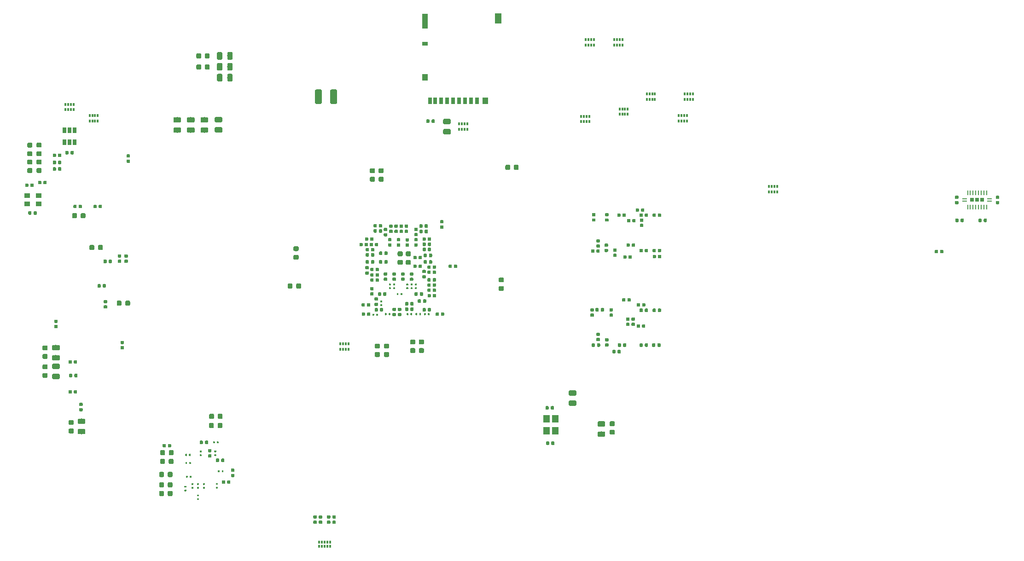
<source format=gbp>
G04 #@! TF.GenerationSoftware,KiCad,Pcbnew,5.1.0*
G04 #@! TF.CreationDate,2019-04-09T12:59:12+01:00*
G04 #@! TF.ProjectId,ecp5_mainboard,65637035-5f6d-4616-996e-626f6172642e,rev?*
G04 #@! TF.SameCoordinates,Original*
G04 #@! TF.FileFunction,Paste,Bot*
G04 #@! TF.FilePolarity,Positive*
%FSLAX46Y46*%
G04 Gerber Fmt 4.6, Leading zero omitted, Abs format (unit mm)*
G04 Created by KiCad (PCBNEW 5.1.0) date 2019-04-09 12:59:12*
%MOMM*%
%LPD*%
G04 APERTURE LIST*
%ADD10C,0.100000*%
%ADD11C,0.875000*%
%ADD12C,0.590000*%
%ADD13R,0.800000X0.800000*%
%ADD14R,0.240000X0.900000*%
%ADD15R,0.900000X0.240000*%
%ADD16C,0.318000*%
%ADD17R,0.300000X0.550000*%
%ADD18R,0.400000X0.550000*%
%ADD19C,0.975000*%
%ADD20C,1.250000*%
%ADD21R,0.700000X1.200000*%
%ADD22R,1.000000X1.200000*%
%ADD23R,1.000000X0.800000*%
%ADD24R,1.000000X2.800000*%
%ADD25R,1.300000X1.900000*%
%ADD26R,1.150000X1.400000*%
%ADD27R,1.000000X0.900000*%
%ADD28R,0.650000X1.060000*%
%ADD29R,0.400000X0.500000*%
%ADD30R,0.300000X0.500000*%
G04 APERTURE END LIST*
D10*
G36*
X69027691Y-67276053D02*
G01*
X69048926Y-67279203D01*
X69069750Y-67284419D01*
X69089962Y-67291651D01*
X69109368Y-67300830D01*
X69127781Y-67311866D01*
X69145024Y-67324654D01*
X69160930Y-67339070D01*
X69175346Y-67354976D01*
X69188134Y-67372219D01*
X69199170Y-67390632D01*
X69208349Y-67410038D01*
X69215581Y-67430250D01*
X69220797Y-67451074D01*
X69223947Y-67472309D01*
X69225000Y-67493750D01*
X69225000Y-68006250D01*
X69223947Y-68027691D01*
X69220797Y-68048926D01*
X69215581Y-68069750D01*
X69208349Y-68089962D01*
X69199170Y-68109368D01*
X69188134Y-68127781D01*
X69175346Y-68145024D01*
X69160930Y-68160930D01*
X69145024Y-68175346D01*
X69127781Y-68188134D01*
X69109368Y-68199170D01*
X69089962Y-68208349D01*
X69069750Y-68215581D01*
X69048926Y-68220797D01*
X69027691Y-68223947D01*
X69006250Y-68225000D01*
X68568750Y-68225000D01*
X68547309Y-68223947D01*
X68526074Y-68220797D01*
X68505250Y-68215581D01*
X68485038Y-68208349D01*
X68465632Y-68199170D01*
X68447219Y-68188134D01*
X68429976Y-68175346D01*
X68414070Y-68160930D01*
X68399654Y-68145024D01*
X68386866Y-68127781D01*
X68375830Y-68109368D01*
X68366651Y-68089962D01*
X68359419Y-68069750D01*
X68354203Y-68048926D01*
X68351053Y-68027691D01*
X68350000Y-68006250D01*
X68350000Y-67493750D01*
X68351053Y-67472309D01*
X68354203Y-67451074D01*
X68359419Y-67430250D01*
X68366651Y-67410038D01*
X68375830Y-67390632D01*
X68386866Y-67372219D01*
X68399654Y-67354976D01*
X68414070Y-67339070D01*
X68429976Y-67324654D01*
X68447219Y-67311866D01*
X68465632Y-67300830D01*
X68485038Y-67291651D01*
X68505250Y-67284419D01*
X68526074Y-67279203D01*
X68547309Y-67276053D01*
X68568750Y-67275000D01*
X69006250Y-67275000D01*
X69027691Y-67276053D01*
X69027691Y-67276053D01*
G37*
D11*
X68787500Y-67750000D03*
D10*
G36*
X67452691Y-67276053D02*
G01*
X67473926Y-67279203D01*
X67494750Y-67284419D01*
X67514962Y-67291651D01*
X67534368Y-67300830D01*
X67552781Y-67311866D01*
X67570024Y-67324654D01*
X67585930Y-67339070D01*
X67600346Y-67354976D01*
X67613134Y-67372219D01*
X67624170Y-67390632D01*
X67633349Y-67410038D01*
X67640581Y-67430250D01*
X67645797Y-67451074D01*
X67648947Y-67472309D01*
X67650000Y-67493750D01*
X67650000Y-68006250D01*
X67648947Y-68027691D01*
X67645797Y-68048926D01*
X67640581Y-68069750D01*
X67633349Y-68089962D01*
X67624170Y-68109368D01*
X67613134Y-68127781D01*
X67600346Y-68145024D01*
X67585930Y-68160930D01*
X67570024Y-68175346D01*
X67552781Y-68188134D01*
X67534368Y-68199170D01*
X67514962Y-68208349D01*
X67494750Y-68215581D01*
X67473926Y-68220797D01*
X67452691Y-68223947D01*
X67431250Y-68225000D01*
X66993750Y-68225000D01*
X66972309Y-68223947D01*
X66951074Y-68220797D01*
X66930250Y-68215581D01*
X66910038Y-68208349D01*
X66890632Y-68199170D01*
X66872219Y-68188134D01*
X66854976Y-68175346D01*
X66839070Y-68160930D01*
X66824654Y-68145024D01*
X66811866Y-68127781D01*
X66800830Y-68109368D01*
X66791651Y-68089962D01*
X66784419Y-68069750D01*
X66779203Y-68048926D01*
X66776053Y-68027691D01*
X66775000Y-68006250D01*
X66775000Y-67493750D01*
X66776053Y-67472309D01*
X66779203Y-67451074D01*
X66784419Y-67430250D01*
X66791651Y-67410038D01*
X66800830Y-67390632D01*
X66811866Y-67372219D01*
X66824654Y-67354976D01*
X66839070Y-67339070D01*
X66854976Y-67324654D01*
X66872219Y-67311866D01*
X66890632Y-67300830D01*
X66910038Y-67291651D01*
X66930250Y-67284419D01*
X66951074Y-67279203D01*
X66972309Y-67276053D01*
X66993750Y-67275000D01*
X67431250Y-67275000D01*
X67452691Y-67276053D01*
X67452691Y-67276053D01*
G37*
D11*
X67212500Y-67750000D03*
D10*
G36*
X233936958Y-59190710D02*
G01*
X233951276Y-59192834D01*
X233965317Y-59196351D01*
X233978946Y-59201228D01*
X233992031Y-59207417D01*
X234004447Y-59214858D01*
X234016073Y-59223481D01*
X234026798Y-59233202D01*
X234036519Y-59243927D01*
X234045142Y-59255553D01*
X234052583Y-59267969D01*
X234058772Y-59281054D01*
X234063649Y-59294683D01*
X234067166Y-59308724D01*
X234069290Y-59323042D01*
X234070000Y-59337500D01*
X234070000Y-59632500D01*
X234069290Y-59646958D01*
X234067166Y-59661276D01*
X234063649Y-59675317D01*
X234058772Y-59688946D01*
X234052583Y-59702031D01*
X234045142Y-59714447D01*
X234036519Y-59726073D01*
X234026798Y-59736798D01*
X234016073Y-59746519D01*
X234004447Y-59755142D01*
X233992031Y-59762583D01*
X233978946Y-59768772D01*
X233965317Y-59773649D01*
X233951276Y-59777166D01*
X233936958Y-59779290D01*
X233922500Y-59780000D01*
X233577500Y-59780000D01*
X233563042Y-59779290D01*
X233548724Y-59777166D01*
X233534683Y-59773649D01*
X233521054Y-59768772D01*
X233507969Y-59762583D01*
X233495553Y-59755142D01*
X233483927Y-59746519D01*
X233473202Y-59736798D01*
X233463481Y-59726073D01*
X233454858Y-59714447D01*
X233447417Y-59702031D01*
X233441228Y-59688946D01*
X233436351Y-59675317D01*
X233432834Y-59661276D01*
X233430710Y-59646958D01*
X233430000Y-59632500D01*
X233430000Y-59337500D01*
X233430710Y-59323042D01*
X233432834Y-59308724D01*
X233436351Y-59294683D01*
X233441228Y-59281054D01*
X233447417Y-59267969D01*
X233454858Y-59255553D01*
X233463481Y-59243927D01*
X233473202Y-59233202D01*
X233483927Y-59223481D01*
X233495553Y-59214858D01*
X233507969Y-59207417D01*
X233521054Y-59201228D01*
X233534683Y-59196351D01*
X233548724Y-59192834D01*
X233563042Y-59190710D01*
X233577500Y-59190000D01*
X233922500Y-59190000D01*
X233936958Y-59190710D01*
X233936958Y-59190710D01*
G37*
D12*
X233750000Y-59485000D03*
D10*
G36*
X233936958Y-58220710D02*
G01*
X233951276Y-58222834D01*
X233965317Y-58226351D01*
X233978946Y-58231228D01*
X233992031Y-58237417D01*
X234004447Y-58244858D01*
X234016073Y-58253481D01*
X234026798Y-58263202D01*
X234036519Y-58273927D01*
X234045142Y-58285553D01*
X234052583Y-58297969D01*
X234058772Y-58311054D01*
X234063649Y-58324683D01*
X234067166Y-58338724D01*
X234069290Y-58353042D01*
X234070000Y-58367500D01*
X234070000Y-58662500D01*
X234069290Y-58676958D01*
X234067166Y-58691276D01*
X234063649Y-58705317D01*
X234058772Y-58718946D01*
X234052583Y-58732031D01*
X234045142Y-58744447D01*
X234036519Y-58756073D01*
X234026798Y-58766798D01*
X234016073Y-58776519D01*
X234004447Y-58785142D01*
X233992031Y-58792583D01*
X233978946Y-58798772D01*
X233965317Y-58803649D01*
X233951276Y-58807166D01*
X233936958Y-58809290D01*
X233922500Y-58810000D01*
X233577500Y-58810000D01*
X233563042Y-58809290D01*
X233548724Y-58807166D01*
X233534683Y-58803649D01*
X233521054Y-58798772D01*
X233507969Y-58792583D01*
X233495553Y-58785142D01*
X233483927Y-58776519D01*
X233473202Y-58766798D01*
X233463481Y-58756073D01*
X233454858Y-58744447D01*
X233447417Y-58732031D01*
X233441228Y-58718946D01*
X233436351Y-58705317D01*
X233432834Y-58691276D01*
X233430710Y-58676958D01*
X233430000Y-58662500D01*
X233430000Y-58367500D01*
X233430710Y-58353042D01*
X233432834Y-58338724D01*
X233436351Y-58324683D01*
X233441228Y-58311054D01*
X233447417Y-58297969D01*
X233454858Y-58285553D01*
X233463481Y-58273927D01*
X233473202Y-58263202D01*
X233483927Y-58253481D01*
X233495553Y-58244858D01*
X233507969Y-58237417D01*
X233521054Y-58231228D01*
X233534683Y-58226351D01*
X233548724Y-58222834D01*
X233563042Y-58220710D01*
X233577500Y-58220000D01*
X233922500Y-58220000D01*
X233936958Y-58220710D01*
X233936958Y-58220710D01*
G37*
D12*
X233750000Y-58515000D03*
D13*
X230950000Y-59000000D03*
X229050000Y-59000000D03*
X230000000Y-59000000D03*
D14*
X228250000Y-57700000D03*
X228750000Y-57700000D03*
X229250000Y-57700000D03*
X229750000Y-57700000D03*
X230250000Y-57700000D03*
X230750000Y-57700000D03*
X231250000Y-57700000D03*
X231750000Y-57700000D03*
X228250000Y-60300000D03*
X228750000Y-60300000D03*
X229250000Y-60300000D03*
X229750000Y-60300000D03*
X230250000Y-60300000D03*
X230750000Y-60300000D03*
X231250000Y-60300000D03*
X231750000Y-60300000D03*
D15*
X227700000Y-58750000D03*
X227700000Y-59250000D03*
X232300000Y-58750000D03*
X232300000Y-59250000D03*
D10*
G36*
X231661958Y-62430710D02*
G01*
X231676276Y-62432834D01*
X231690317Y-62436351D01*
X231703946Y-62441228D01*
X231717031Y-62447417D01*
X231729447Y-62454858D01*
X231741073Y-62463481D01*
X231751798Y-62473202D01*
X231761519Y-62483927D01*
X231770142Y-62495553D01*
X231777583Y-62507969D01*
X231783772Y-62521054D01*
X231788649Y-62534683D01*
X231792166Y-62548724D01*
X231794290Y-62563042D01*
X231795000Y-62577500D01*
X231795000Y-62922500D01*
X231794290Y-62936958D01*
X231792166Y-62951276D01*
X231788649Y-62965317D01*
X231783772Y-62978946D01*
X231777583Y-62992031D01*
X231770142Y-63004447D01*
X231761519Y-63016073D01*
X231751798Y-63026798D01*
X231741073Y-63036519D01*
X231729447Y-63045142D01*
X231717031Y-63052583D01*
X231703946Y-63058772D01*
X231690317Y-63063649D01*
X231676276Y-63067166D01*
X231661958Y-63069290D01*
X231647500Y-63070000D01*
X231352500Y-63070000D01*
X231338042Y-63069290D01*
X231323724Y-63067166D01*
X231309683Y-63063649D01*
X231296054Y-63058772D01*
X231282969Y-63052583D01*
X231270553Y-63045142D01*
X231258927Y-63036519D01*
X231248202Y-63026798D01*
X231238481Y-63016073D01*
X231229858Y-63004447D01*
X231222417Y-62992031D01*
X231216228Y-62978946D01*
X231211351Y-62965317D01*
X231207834Y-62951276D01*
X231205710Y-62936958D01*
X231205000Y-62922500D01*
X231205000Y-62577500D01*
X231205710Y-62563042D01*
X231207834Y-62548724D01*
X231211351Y-62534683D01*
X231216228Y-62521054D01*
X231222417Y-62507969D01*
X231229858Y-62495553D01*
X231238481Y-62483927D01*
X231248202Y-62473202D01*
X231258927Y-62463481D01*
X231270553Y-62454858D01*
X231282969Y-62447417D01*
X231296054Y-62441228D01*
X231309683Y-62436351D01*
X231323724Y-62432834D01*
X231338042Y-62430710D01*
X231352500Y-62430000D01*
X231647500Y-62430000D01*
X231661958Y-62430710D01*
X231661958Y-62430710D01*
G37*
D12*
X231500000Y-62750000D03*
D10*
G36*
X230691958Y-62430710D02*
G01*
X230706276Y-62432834D01*
X230720317Y-62436351D01*
X230733946Y-62441228D01*
X230747031Y-62447417D01*
X230759447Y-62454858D01*
X230771073Y-62463481D01*
X230781798Y-62473202D01*
X230791519Y-62483927D01*
X230800142Y-62495553D01*
X230807583Y-62507969D01*
X230813772Y-62521054D01*
X230818649Y-62534683D01*
X230822166Y-62548724D01*
X230824290Y-62563042D01*
X230825000Y-62577500D01*
X230825000Y-62922500D01*
X230824290Y-62936958D01*
X230822166Y-62951276D01*
X230818649Y-62965317D01*
X230813772Y-62978946D01*
X230807583Y-62992031D01*
X230800142Y-63004447D01*
X230791519Y-63016073D01*
X230781798Y-63026798D01*
X230771073Y-63036519D01*
X230759447Y-63045142D01*
X230747031Y-63052583D01*
X230733946Y-63058772D01*
X230720317Y-63063649D01*
X230706276Y-63067166D01*
X230691958Y-63069290D01*
X230677500Y-63070000D01*
X230382500Y-63070000D01*
X230368042Y-63069290D01*
X230353724Y-63067166D01*
X230339683Y-63063649D01*
X230326054Y-63058772D01*
X230312969Y-63052583D01*
X230300553Y-63045142D01*
X230288927Y-63036519D01*
X230278202Y-63026798D01*
X230268481Y-63016073D01*
X230259858Y-63004447D01*
X230252417Y-62992031D01*
X230246228Y-62978946D01*
X230241351Y-62965317D01*
X230237834Y-62951276D01*
X230235710Y-62936958D01*
X230235000Y-62922500D01*
X230235000Y-62577500D01*
X230235710Y-62563042D01*
X230237834Y-62548724D01*
X230241351Y-62534683D01*
X230246228Y-62521054D01*
X230252417Y-62507969D01*
X230259858Y-62495553D01*
X230268481Y-62483927D01*
X230278202Y-62473202D01*
X230288927Y-62463481D01*
X230300553Y-62454858D01*
X230312969Y-62447417D01*
X230326054Y-62441228D01*
X230339683Y-62436351D01*
X230353724Y-62432834D01*
X230368042Y-62430710D01*
X230382500Y-62430000D01*
X230677500Y-62430000D01*
X230691958Y-62430710D01*
X230691958Y-62430710D01*
G37*
D12*
X230530000Y-62750000D03*
D10*
G36*
X227411958Y-62430710D02*
G01*
X227426276Y-62432834D01*
X227440317Y-62436351D01*
X227453946Y-62441228D01*
X227467031Y-62447417D01*
X227479447Y-62454858D01*
X227491073Y-62463481D01*
X227501798Y-62473202D01*
X227511519Y-62483927D01*
X227520142Y-62495553D01*
X227527583Y-62507969D01*
X227533772Y-62521054D01*
X227538649Y-62534683D01*
X227542166Y-62548724D01*
X227544290Y-62563042D01*
X227545000Y-62577500D01*
X227545000Y-62922500D01*
X227544290Y-62936958D01*
X227542166Y-62951276D01*
X227538649Y-62965317D01*
X227533772Y-62978946D01*
X227527583Y-62992031D01*
X227520142Y-63004447D01*
X227511519Y-63016073D01*
X227501798Y-63026798D01*
X227491073Y-63036519D01*
X227479447Y-63045142D01*
X227467031Y-63052583D01*
X227453946Y-63058772D01*
X227440317Y-63063649D01*
X227426276Y-63067166D01*
X227411958Y-63069290D01*
X227397500Y-63070000D01*
X227102500Y-63070000D01*
X227088042Y-63069290D01*
X227073724Y-63067166D01*
X227059683Y-63063649D01*
X227046054Y-63058772D01*
X227032969Y-63052583D01*
X227020553Y-63045142D01*
X227008927Y-63036519D01*
X226998202Y-63026798D01*
X226988481Y-63016073D01*
X226979858Y-63004447D01*
X226972417Y-62992031D01*
X226966228Y-62978946D01*
X226961351Y-62965317D01*
X226957834Y-62951276D01*
X226955710Y-62936958D01*
X226955000Y-62922500D01*
X226955000Y-62577500D01*
X226955710Y-62563042D01*
X226957834Y-62548724D01*
X226961351Y-62534683D01*
X226966228Y-62521054D01*
X226972417Y-62507969D01*
X226979858Y-62495553D01*
X226988481Y-62483927D01*
X226998202Y-62473202D01*
X227008927Y-62463481D01*
X227020553Y-62454858D01*
X227032969Y-62447417D01*
X227046054Y-62441228D01*
X227059683Y-62436351D01*
X227073724Y-62432834D01*
X227088042Y-62430710D01*
X227102500Y-62430000D01*
X227397500Y-62430000D01*
X227411958Y-62430710D01*
X227411958Y-62430710D01*
G37*
D12*
X227250000Y-62750000D03*
D10*
G36*
X226441958Y-62430710D02*
G01*
X226456276Y-62432834D01*
X226470317Y-62436351D01*
X226483946Y-62441228D01*
X226497031Y-62447417D01*
X226509447Y-62454858D01*
X226521073Y-62463481D01*
X226531798Y-62473202D01*
X226541519Y-62483927D01*
X226550142Y-62495553D01*
X226557583Y-62507969D01*
X226563772Y-62521054D01*
X226568649Y-62534683D01*
X226572166Y-62548724D01*
X226574290Y-62563042D01*
X226575000Y-62577500D01*
X226575000Y-62922500D01*
X226574290Y-62936958D01*
X226572166Y-62951276D01*
X226568649Y-62965317D01*
X226563772Y-62978946D01*
X226557583Y-62992031D01*
X226550142Y-63004447D01*
X226541519Y-63016073D01*
X226531798Y-63026798D01*
X226521073Y-63036519D01*
X226509447Y-63045142D01*
X226497031Y-63052583D01*
X226483946Y-63058772D01*
X226470317Y-63063649D01*
X226456276Y-63067166D01*
X226441958Y-63069290D01*
X226427500Y-63070000D01*
X226132500Y-63070000D01*
X226118042Y-63069290D01*
X226103724Y-63067166D01*
X226089683Y-63063649D01*
X226076054Y-63058772D01*
X226062969Y-63052583D01*
X226050553Y-63045142D01*
X226038927Y-63036519D01*
X226028202Y-63026798D01*
X226018481Y-63016073D01*
X226009858Y-63004447D01*
X226002417Y-62992031D01*
X225996228Y-62978946D01*
X225991351Y-62965317D01*
X225987834Y-62951276D01*
X225985710Y-62936958D01*
X225985000Y-62922500D01*
X225985000Y-62577500D01*
X225985710Y-62563042D01*
X225987834Y-62548724D01*
X225991351Y-62534683D01*
X225996228Y-62521054D01*
X226002417Y-62507969D01*
X226009858Y-62495553D01*
X226018481Y-62483927D01*
X226028202Y-62473202D01*
X226038927Y-62463481D01*
X226050553Y-62454858D01*
X226062969Y-62447417D01*
X226076054Y-62441228D01*
X226089683Y-62436351D01*
X226103724Y-62432834D01*
X226118042Y-62430710D01*
X226132500Y-62430000D01*
X226427500Y-62430000D01*
X226441958Y-62430710D01*
X226441958Y-62430710D01*
G37*
D12*
X226280000Y-62750000D03*
D10*
G36*
X222676958Y-68180710D02*
G01*
X222691276Y-68182834D01*
X222705317Y-68186351D01*
X222718946Y-68191228D01*
X222732031Y-68197417D01*
X222744447Y-68204858D01*
X222756073Y-68213481D01*
X222766798Y-68223202D01*
X222776519Y-68233927D01*
X222785142Y-68245553D01*
X222792583Y-68257969D01*
X222798772Y-68271054D01*
X222803649Y-68284683D01*
X222807166Y-68298724D01*
X222809290Y-68313042D01*
X222810000Y-68327500D01*
X222810000Y-68672500D01*
X222809290Y-68686958D01*
X222807166Y-68701276D01*
X222803649Y-68715317D01*
X222798772Y-68728946D01*
X222792583Y-68742031D01*
X222785142Y-68754447D01*
X222776519Y-68766073D01*
X222766798Y-68776798D01*
X222756073Y-68786519D01*
X222744447Y-68795142D01*
X222732031Y-68802583D01*
X222718946Y-68808772D01*
X222705317Y-68813649D01*
X222691276Y-68817166D01*
X222676958Y-68819290D01*
X222662500Y-68820000D01*
X222367500Y-68820000D01*
X222353042Y-68819290D01*
X222338724Y-68817166D01*
X222324683Y-68813649D01*
X222311054Y-68808772D01*
X222297969Y-68802583D01*
X222285553Y-68795142D01*
X222273927Y-68786519D01*
X222263202Y-68776798D01*
X222253481Y-68766073D01*
X222244858Y-68754447D01*
X222237417Y-68742031D01*
X222231228Y-68728946D01*
X222226351Y-68715317D01*
X222222834Y-68701276D01*
X222220710Y-68686958D01*
X222220000Y-68672500D01*
X222220000Y-68327500D01*
X222220710Y-68313042D01*
X222222834Y-68298724D01*
X222226351Y-68284683D01*
X222231228Y-68271054D01*
X222237417Y-68257969D01*
X222244858Y-68245553D01*
X222253481Y-68233927D01*
X222263202Y-68223202D01*
X222273927Y-68213481D01*
X222285553Y-68204858D01*
X222297969Y-68197417D01*
X222311054Y-68191228D01*
X222324683Y-68186351D01*
X222338724Y-68182834D01*
X222353042Y-68180710D01*
X222367500Y-68180000D01*
X222662500Y-68180000D01*
X222676958Y-68180710D01*
X222676958Y-68180710D01*
G37*
D12*
X222515000Y-68500000D03*
D10*
G36*
X223646958Y-68180710D02*
G01*
X223661276Y-68182834D01*
X223675317Y-68186351D01*
X223688946Y-68191228D01*
X223702031Y-68197417D01*
X223714447Y-68204858D01*
X223726073Y-68213481D01*
X223736798Y-68223202D01*
X223746519Y-68233927D01*
X223755142Y-68245553D01*
X223762583Y-68257969D01*
X223768772Y-68271054D01*
X223773649Y-68284683D01*
X223777166Y-68298724D01*
X223779290Y-68313042D01*
X223780000Y-68327500D01*
X223780000Y-68672500D01*
X223779290Y-68686958D01*
X223777166Y-68701276D01*
X223773649Y-68715317D01*
X223768772Y-68728946D01*
X223762583Y-68742031D01*
X223755142Y-68754447D01*
X223746519Y-68766073D01*
X223736798Y-68776798D01*
X223726073Y-68786519D01*
X223714447Y-68795142D01*
X223702031Y-68802583D01*
X223688946Y-68808772D01*
X223675317Y-68813649D01*
X223661276Y-68817166D01*
X223646958Y-68819290D01*
X223632500Y-68820000D01*
X223337500Y-68820000D01*
X223323042Y-68819290D01*
X223308724Y-68817166D01*
X223294683Y-68813649D01*
X223281054Y-68808772D01*
X223267969Y-68802583D01*
X223255553Y-68795142D01*
X223243927Y-68786519D01*
X223233202Y-68776798D01*
X223223481Y-68766073D01*
X223214858Y-68754447D01*
X223207417Y-68742031D01*
X223201228Y-68728946D01*
X223196351Y-68715317D01*
X223192834Y-68701276D01*
X223190710Y-68686958D01*
X223190000Y-68672500D01*
X223190000Y-68327500D01*
X223190710Y-68313042D01*
X223192834Y-68298724D01*
X223196351Y-68284683D01*
X223201228Y-68271054D01*
X223207417Y-68257969D01*
X223214858Y-68245553D01*
X223223481Y-68233927D01*
X223233202Y-68223202D01*
X223243927Y-68213481D01*
X223255553Y-68204858D01*
X223267969Y-68197417D01*
X223281054Y-68191228D01*
X223294683Y-68186351D01*
X223308724Y-68182834D01*
X223323042Y-68180710D01*
X223337500Y-68180000D01*
X223632500Y-68180000D01*
X223646958Y-68180710D01*
X223646958Y-68180710D01*
G37*
D12*
X223485000Y-68500000D03*
D10*
G36*
X90308292Y-111081383D02*
G01*
X90316010Y-111082528D01*
X90323578Y-111084423D01*
X90330923Y-111087052D01*
X90337976Y-111090387D01*
X90344668Y-111094398D01*
X90350934Y-111099046D01*
X90356715Y-111104285D01*
X90361954Y-111110066D01*
X90366602Y-111116332D01*
X90370613Y-111123024D01*
X90373948Y-111130077D01*
X90376577Y-111137422D01*
X90378472Y-111144990D01*
X90379617Y-111152708D01*
X90380000Y-111160500D01*
X90380000Y-111319500D01*
X90379617Y-111327292D01*
X90378472Y-111335010D01*
X90376577Y-111342578D01*
X90373948Y-111349923D01*
X90370613Y-111356976D01*
X90366602Y-111363668D01*
X90361954Y-111369934D01*
X90356715Y-111375715D01*
X90350934Y-111380954D01*
X90344668Y-111385602D01*
X90337976Y-111389613D01*
X90330923Y-111392948D01*
X90323578Y-111395577D01*
X90316010Y-111397472D01*
X90308292Y-111398617D01*
X90300500Y-111399000D01*
X90099500Y-111399000D01*
X90091708Y-111398617D01*
X90083990Y-111397472D01*
X90076422Y-111395577D01*
X90069077Y-111392948D01*
X90062024Y-111389613D01*
X90055332Y-111385602D01*
X90049066Y-111380954D01*
X90043285Y-111375715D01*
X90038046Y-111369934D01*
X90033398Y-111363668D01*
X90029387Y-111356976D01*
X90026052Y-111349923D01*
X90023423Y-111342578D01*
X90021528Y-111335010D01*
X90020383Y-111327292D01*
X90020000Y-111319500D01*
X90020000Y-111160500D01*
X90020383Y-111152708D01*
X90021528Y-111144990D01*
X90023423Y-111137422D01*
X90026052Y-111130077D01*
X90029387Y-111123024D01*
X90033398Y-111116332D01*
X90038046Y-111110066D01*
X90043285Y-111104285D01*
X90049066Y-111099046D01*
X90055332Y-111094398D01*
X90062024Y-111090387D01*
X90069077Y-111087052D01*
X90076422Y-111084423D01*
X90083990Y-111082528D01*
X90091708Y-111081383D01*
X90099500Y-111081000D01*
X90300500Y-111081000D01*
X90308292Y-111081383D01*
X90308292Y-111081383D01*
G37*
D16*
X90200000Y-111240000D03*
D10*
G36*
X90308292Y-111771383D02*
G01*
X90316010Y-111772528D01*
X90323578Y-111774423D01*
X90330923Y-111777052D01*
X90337976Y-111780387D01*
X90344668Y-111784398D01*
X90350934Y-111789046D01*
X90356715Y-111794285D01*
X90361954Y-111800066D01*
X90366602Y-111806332D01*
X90370613Y-111813024D01*
X90373948Y-111820077D01*
X90376577Y-111827422D01*
X90378472Y-111834990D01*
X90379617Y-111842708D01*
X90380000Y-111850500D01*
X90380000Y-112009500D01*
X90379617Y-112017292D01*
X90378472Y-112025010D01*
X90376577Y-112032578D01*
X90373948Y-112039923D01*
X90370613Y-112046976D01*
X90366602Y-112053668D01*
X90361954Y-112059934D01*
X90356715Y-112065715D01*
X90350934Y-112070954D01*
X90344668Y-112075602D01*
X90337976Y-112079613D01*
X90330923Y-112082948D01*
X90323578Y-112085577D01*
X90316010Y-112087472D01*
X90308292Y-112088617D01*
X90300500Y-112089000D01*
X90099500Y-112089000D01*
X90091708Y-112088617D01*
X90083990Y-112087472D01*
X90076422Y-112085577D01*
X90069077Y-112082948D01*
X90062024Y-112079613D01*
X90055332Y-112075602D01*
X90049066Y-112070954D01*
X90043285Y-112065715D01*
X90038046Y-112059934D01*
X90033398Y-112053668D01*
X90029387Y-112046976D01*
X90026052Y-112039923D01*
X90023423Y-112032578D01*
X90021528Y-112025010D01*
X90020383Y-112017292D01*
X90020000Y-112009500D01*
X90020000Y-111850500D01*
X90020383Y-111842708D01*
X90021528Y-111834990D01*
X90023423Y-111827422D01*
X90026052Y-111820077D01*
X90029387Y-111813024D01*
X90033398Y-111806332D01*
X90038046Y-111800066D01*
X90043285Y-111794285D01*
X90049066Y-111789046D01*
X90055332Y-111784398D01*
X90062024Y-111780387D01*
X90069077Y-111777052D01*
X90076422Y-111774423D01*
X90083990Y-111772528D01*
X90091708Y-111771383D01*
X90099500Y-111771000D01*
X90300500Y-111771000D01*
X90308292Y-111771383D01*
X90308292Y-111771383D01*
G37*
D16*
X90200000Y-111930000D03*
D10*
G36*
X84757292Y-109720383D02*
G01*
X84765010Y-109721528D01*
X84772578Y-109723423D01*
X84779923Y-109726052D01*
X84786976Y-109729387D01*
X84793668Y-109733398D01*
X84799934Y-109738046D01*
X84805715Y-109743285D01*
X84810954Y-109749066D01*
X84815602Y-109755332D01*
X84819613Y-109762024D01*
X84822948Y-109769077D01*
X84825577Y-109776422D01*
X84827472Y-109783990D01*
X84828617Y-109791708D01*
X84829000Y-109799500D01*
X84829000Y-110000500D01*
X84828617Y-110008292D01*
X84827472Y-110016010D01*
X84825577Y-110023578D01*
X84822948Y-110030923D01*
X84819613Y-110037976D01*
X84815602Y-110044668D01*
X84810954Y-110050934D01*
X84805715Y-110056715D01*
X84799934Y-110061954D01*
X84793668Y-110066602D01*
X84786976Y-110070613D01*
X84779923Y-110073948D01*
X84772578Y-110076577D01*
X84765010Y-110078472D01*
X84757292Y-110079617D01*
X84749500Y-110080000D01*
X84590500Y-110080000D01*
X84582708Y-110079617D01*
X84574990Y-110078472D01*
X84567422Y-110076577D01*
X84560077Y-110073948D01*
X84553024Y-110070613D01*
X84546332Y-110066602D01*
X84540066Y-110061954D01*
X84534285Y-110056715D01*
X84529046Y-110050934D01*
X84524398Y-110044668D01*
X84520387Y-110037976D01*
X84517052Y-110030923D01*
X84514423Y-110023578D01*
X84512528Y-110016010D01*
X84511383Y-110008292D01*
X84511000Y-110000500D01*
X84511000Y-109799500D01*
X84511383Y-109791708D01*
X84512528Y-109783990D01*
X84514423Y-109776422D01*
X84517052Y-109769077D01*
X84520387Y-109762024D01*
X84524398Y-109755332D01*
X84529046Y-109749066D01*
X84534285Y-109743285D01*
X84540066Y-109738046D01*
X84546332Y-109733398D01*
X84553024Y-109729387D01*
X84560077Y-109726052D01*
X84567422Y-109723423D01*
X84574990Y-109721528D01*
X84582708Y-109720383D01*
X84590500Y-109720000D01*
X84749500Y-109720000D01*
X84757292Y-109720383D01*
X84757292Y-109720383D01*
G37*
D16*
X84670000Y-109900000D03*
D10*
G36*
X85447292Y-109720383D02*
G01*
X85455010Y-109721528D01*
X85462578Y-109723423D01*
X85469923Y-109726052D01*
X85476976Y-109729387D01*
X85483668Y-109733398D01*
X85489934Y-109738046D01*
X85495715Y-109743285D01*
X85500954Y-109749066D01*
X85505602Y-109755332D01*
X85509613Y-109762024D01*
X85512948Y-109769077D01*
X85515577Y-109776422D01*
X85517472Y-109783990D01*
X85518617Y-109791708D01*
X85519000Y-109799500D01*
X85519000Y-110000500D01*
X85518617Y-110008292D01*
X85517472Y-110016010D01*
X85515577Y-110023578D01*
X85512948Y-110030923D01*
X85509613Y-110037976D01*
X85505602Y-110044668D01*
X85500954Y-110050934D01*
X85495715Y-110056715D01*
X85489934Y-110061954D01*
X85483668Y-110066602D01*
X85476976Y-110070613D01*
X85469923Y-110073948D01*
X85462578Y-110076577D01*
X85455010Y-110078472D01*
X85447292Y-110079617D01*
X85439500Y-110080000D01*
X85280500Y-110080000D01*
X85272708Y-110079617D01*
X85264990Y-110078472D01*
X85257422Y-110076577D01*
X85250077Y-110073948D01*
X85243024Y-110070613D01*
X85236332Y-110066602D01*
X85230066Y-110061954D01*
X85224285Y-110056715D01*
X85219046Y-110050934D01*
X85214398Y-110044668D01*
X85210387Y-110037976D01*
X85207052Y-110030923D01*
X85204423Y-110023578D01*
X85202528Y-110016010D01*
X85201383Y-110008292D01*
X85201000Y-110000500D01*
X85201000Y-109799500D01*
X85201383Y-109791708D01*
X85202528Y-109783990D01*
X85204423Y-109776422D01*
X85207052Y-109769077D01*
X85210387Y-109762024D01*
X85214398Y-109755332D01*
X85219046Y-109749066D01*
X85224285Y-109743285D01*
X85230066Y-109738046D01*
X85236332Y-109733398D01*
X85243024Y-109729387D01*
X85250077Y-109726052D01*
X85257422Y-109723423D01*
X85264990Y-109721528D01*
X85272708Y-109720383D01*
X85280500Y-109720000D01*
X85439500Y-109720000D01*
X85447292Y-109720383D01*
X85447292Y-109720383D01*
G37*
D16*
X85360000Y-109900000D03*
D10*
G36*
X87308292Y-105111383D02*
G01*
X87316010Y-105112528D01*
X87323578Y-105114423D01*
X87330923Y-105117052D01*
X87337976Y-105120387D01*
X87344668Y-105124398D01*
X87350934Y-105129046D01*
X87356715Y-105134285D01*
X87361954Y-105140066D01*
X87366602Y-105146332D01*
X87370613Y-105153024D01*
X87373948Y-105160077D01*
X87376577Y-105167422D01*
X87378472Y-105174990D01*
X87379617Y-105182708D01*
X87380000Y-105190500D01*
X87380000Y-105349500D01*
X87379617Y-105357292D01*
X87378472Y-105365010D01*
X87376577Y-105372578D01*
X87373948Y-105379923D01*
X87370613Y-105386976D01*
X87366602Y-105393668D01*
X87361954Y-105399934D01*
X87356715Y-105405715D01*
X87350934Y-105410954D01*
X87344668Y-105415602D01*
X87337976Y-105419613D01*
X87330923Y-105422948D01*
X87323578Y-105425577D01*
X87316010Y-105427472D01*
X87308292Y-105428617D01*
X87300500Y-105429000D01*
X87099500Y-105429000D01*
X87091708Y-105428617D01*
X87083990Y-105427472D01*
X87076422Y-105425577D01*
X87069077Y-105422948D01*
X87062024Y-105419613D01*
X87055332Y-105415602D01*
X87049066Y-105410954D01*
X87043285Y-105405715D01*
X87038046Y-105399934D01*
X87033398Y-105393668D01*
X87029387Y-105386976D01*
X87026052Y-105379923D01*
X87023423Y-105372578D01*
X87021528Y-105365010D01*
X87020383Y-105357292D01*
X87020000Y-105349500D01*
X87020000Y-105190500D01*
X87020383Y-105182708D01*
X87021528Y-105174990D01*
X87023423Y-105167422D01*
X87026052Y-105160077D01*
X87029387Y-105153024D01*
X87033398Y-105146332D01*
X87038046Y-105140066D01*
X87043285Y-105134285D01*
X87049066Y-105129046D01*
X87055332Y-105124398D01*
X87062024Y-105120387D01*
X87069077Y-105117052D01*
X87076422Y-105114423D01*
X87083990Y-105112528D01*
X87091708Y-105111383D01*
X87099500Y-105111000D01*
X87300500Y-105111000D01*
X87308292Y-105111383D01*
X87308292Y-105111383D01*
G37*
D16*
X87200000Y-105270000D03*
D10*
G36*
X87308292Y-105801383D02*
G01*
X87316010Y-105802528D01*
X87323578Y-105804423D01*
X87330923Y-105807052D01*
X87337976Y-105810387D01*
X87344668Y-105814398D01*
X87350934Y-105819046D01*
X87356715Y-105824285D01*
X87361954Y-105830066D01*
X87366602Y-105836332D01*
X87370613Y-105843024D01*
X87373948Y-105850077D01*
X87376577Y-105857422D01*
X87378472Y-105864990D01*
X87379617Y-105872708D01*
X87380000Y-105880500D01*
X87380000Y-106039500D01*
X87379617Y-106047292D01*
X87378472Y-106055010D01*
X87376577Y-106062578D01*
X87373948Y-106069923D01*
X87370613Y-106076976D01*
X87366602Y-106083668D01*
X87361954Y-106089934D01*
X87356715Y-106095715D01*
X87350934Y-106100954D01*
X87344668Y-106105602D01*
X87337976Y-106109613D01*
X87330923Y-106112948D01*
X87323578Y-106115577D01*
X87316010Y-106117472D01*
X87308292Y-106118617D01*
X87300500Y-106119000D01*
X87099500Y-106119000D01*
X87091708Y-106118617D01*
X87083990Y-106117472D01*
X87076422Y-106115577D01*
X87069077Y-106112948D01*
X87062024Y-106109613D01*
X87055332Y-106105602D01*
X87049066Y-106100954D01*
X87043285Y-106095715D01*
X87038046Y-106089934D01*
X87033398Y-106083668D01*
X87029387Y-106076976D01*
X87026052Y-106069923D01*
X87023423Y-106062578D01*
X87021528Y-106055010D01*
X87020383Y-106047292D01*
X87020000Y-106039500D01*
X87020000Y-105880500D01*
X87020383Y-105872708D01*
X87021528Y-105864990D01*
X87023423Y-105857422D01*
X87026052Y-105850077D01*
X87029387Y-105843024D01*
X87033398Y-105836332D01*
X87038046Y-105830066D01*
X87043285Y-105824285D01*
X87049066Y-105819046D01*
X87055332Y-105814398D01*
X87062024Y-105810387D01*
X87069077Y-105807052D01*
X87076422Y-105804423D01*
X87083990Y-105802528D01*
X87091708Y-105801383D01*
X87099500Y-105801000D01*
X87300500Y-105801000D01*
X87308292Y-105801383D01*
X87308292Y-105801383D01*
G37*
D16*
X87200000Y-105960000D03*
D10*
G36*
X84657292Y-107220383D02*
G01*
X84665010Y-107221528D01*
X84672578Y-107223423D01*
X84679923Y-107226052D01*
X84686976Y-107229387D01*
X84693668Y-107233398D01*
X84699934Y-107238046D01*
X84705715Y-107243285D01*
X84710954Y-107249066D01*
X84715602Y-107255332D01*
X84719613Y-107262024D01*
X84722948Y-107269077D01*
X84725577Y-107276422D01*
X84727472Y-107283990D01*
X84728617Y-107291708D01*
X84729000Y-107299500D01*
X84729000Y-107500500D01*
X84728617Y-107508292D01*
X84727472Y-107516010D01*
X84725577Y-107523578D01*
X84722948Y-107530923D01*
X84719613Y-107537976D01*
X84715602Y-107544668D01*
X84710954Y-107550934D01*
X84705715Y-107556715D01*
X84699934Y-107561954D01*
X84693668Y-107566602D01*
X84686976Y-107570613D01*
X84679923Y-107573948D01*
X84672578Y-107576577D01*
X84665010Y-107578472D01*
X84657292Y-107579617D01*
X84649500Y-107580000D01*
X84490500Y-107580000D01*
X84482708Y-107579617D01*
X84474990Y-107578472D01*
X84467422Y-107576577D01*
X84460077Y-107573948D01*
X84453024Y-107570613D01*
X84446332Y-107566602D01*
X84440066Y-107561954D01*
X84434285Y-107556715D01*
X84429046Y-107550934D01*
X84424398Y-107544668D01*
X84420387Y-107537976D01*
X84417052Y-107530923D01*
X84414423Y-107523578D01*
X84412528Y-107516010D01*
X84411383Y-107508292D01*
X84411000Y-107500500D01*
X84411000Y-107299500D01*
X84411383Y-107291708D01*
X84412528Y-107283990D01*
X84414423Y-107276422D01*
X84417052Y-107269077D01*
X84420387Y-107262024D01*
X84424398Y-107255332D01*
X84429046Y-107249066D01*
X84434285Y-107243285D01*
X84440066Y-107238046D01*
X84446332Y-107233398D01*
X84453024Y-107229387D01*
X84460077Y-107226052D01*
X84467422Y-107223423D01*
X84474990Y-107221528D01*
X84482708Y-107220383D01*
X84490500Y-107220000D01*
X84649500Y-107220000D01*
X84657292Y-107220383D01*
X84657292Y-107220383D01*
G37*
D16*
X84570000Y-107400000D03*
D10*
G36*
X85347292Y-107220383D02*
G01*
X85355010Y-107221528D01*
X85362578Y-107223423D01*
X85369923Y-107226052D01*
X85376976Y-107229387D01*
X85383668Y-107233398D01*
X85389934Y-107238046D01*
X85395715Y-107243285D01*
X85400954Y-107249066D01*
X85405602Y-107255332D01*
X85409613Y-107262024D01*
X85412948Y-107269077D01*
X85415577Y-107276422D01*
X85417472Y-107283990D01*
X85418617Y-107291708D01*
X85419000Y-107299500D01*
X85419000Y-107500500D01*
X85418617Y-107508292D01*
X85417472Y-107516010D01*
X85415577Y-107523578D01*
X85412948Y-107530923D01*
X85409613Y-107537976D01*
X85405602Y-107544668D01*
X85400954Y-107550934D01*
X85395715Y-107556715D01*
X85389934Y-107561954D01*
X85383668Y-107566602D01*
X85376976Y-107570613D01*
X85369923Y-107573948D01*
X85362578Y-107576577D01*
X85355010Y-107578472D01*
X85347292Y-107579617D01*
X85339500Y-107580000D01*
X85180500Y-107580000D01*
X85172708Y-107579617D01*
X85164990Y-107578472D01*
X85157422Y-107576577D01*
X85150077Y-107573948D01*
X85143024Y-107570613D01*
X85136332Y-107566602D01*
X85130066Y-107561954D01*
X85124285Y-107556715D01*
X85119046Y-107550934D01*
X85114398Y-107544668D01*
X85110387Y-107537976D01*
X85107052Y-107530923D01*
X85104423Y-107523578D01*
X85102528Y-107516010D01*
X85101383Y-107508292D01*
X85101000Y-107500500D01*
X85101000Y-107299500D01*
X85101383Y-107291708D01*
X85102528Y-107283990D01*
X85104423Y-107276422D01*
X85107052Y-107269077D01*
X85110387Y-107262024D01*
X85114398Y-107255332D01*
X85119046Y-107249066D01*
X85124285Y-107243285D01*
X85130066Y-107238046D01*
X85136332Y-107233398D01*
X85143024Y-107229387D01*
X85150077Y-107226052D01*
X85157422Y-107223423D01*
X85164990Y-107221528D01*
X85172708Y-107220383D01*
X85180500Y-107220000D01*
X85339500Y-107220000D01*
X85347292Y-107220383D01*
X85347292Y-107220383D01*
G37*
D16*
X85260000Y-107400000D03*
D10*
G36*
X90642292Y-108720383D02*
G01*
X90650010Y-108721528D01*
X90657578Y-108723423D01*
X90664923Y-108726052D01*
X90671976Y-108729387D01*
X90678668Y-108733398D01*
X90684934Y-108738046D01*
X90690715Y-108743285D01*
X90695954Y-108749066D01*
X90700602Y-108755332D01*
X90704613Y-108762024D01*
X90707948Y-108769077D01*
X90710577Y-108776422D01*
X90712472Y-108783990D01*
X90713617Y-108791708D01*
X90714000Y-108799500D01*
X90714000Y-109000500D01*
X90713617Y-109008292D01*
X90712472Y-109016010D01*
X90710577Y-109023578D01*
X90707948Y-109030923D01*
X90704613Y-109037976D01*
X90700602Y-109044668D01*
X90695954Y-109050934D01*
X90690715Y-109056715D01*
X90684934Y-109061954D01*
X90678668Y-109066602D01*
X90671976Y-109070613D01*
X90664923Y-109073948D01*
X90657578Y-109076577D01*
X90650010Y-109078472D01*
X90642292Y-109079617D01*
X90634500Y-109080000D01*
X90475500Y-109080000D01*
X90467708Y-109079617D01*
X90459990Y-109078472D01*
X90452422Y-109076577D01*
X90445077Y-109073948D01*
X90438024Y-109070613D01*
X90431332Y-109066602D01*
X90425066Y-109061954D01*
X90419285Y-109056715D01*
X90414046Y-109050934D01*
X90409398Y-109044668D01*
X90405387Y-109037976D01*
X90402052Y-109030923D01*
X90399423Y-109023578D01*
X90397528Y-109016010D01*
X90396383Y-109008292D01*
X90396000Y-109000500D01*
X90396000Y-108799500D01*
X90396383Y-108791708D01*
X90397528Y-108783990D01*
X90399423Y-108776422D01*
X90402052Y-108769077D01*
X90405387Y-108762024D01*
X90409398Y-108755332D01*
X90414046Y-108749066D01*
X90419285Y-108743285D01*
X90425066Y-108738046D01*
X90431332Y-108733398D01*
X90438024Y-108729387D01*
X90445077Y-108726052D01*
X90452422Y-108723423D01*
X90459990Y-108721528D01*
X90467708Y-108720383D01*
X90475500Y-108720000D01*
X90634500Y-108720000D01*
X90642292Y-108720383D01*
X90642292Y-108720383D01*
G37*
D16*
X90555000Y-108900000D03*
D10*
G36*
X91332292Y-108720383D02*
G01*
X91340010Y-108721528D01*
X91347578Y-108723423D01*
X91354923Y-108726052D01*
X91361976Y-108729387D01*
X91368668Y-108733398D01*
X91374934Y-108738046D01*
X91380715Y-108743285D01*
X91385954Y-108749066D01*
X91390602Y-108755332D01*
X91394613Y-108762024D01*
X91397948Y-108769077D01*
X91400577Y-108776422D01*
X91402472Y-108783990D01*
X91403617Y-108791708D01*
X91404000Y-108799500D01*
X91404000Y-109000500D01*
X91403617Y-109008292D01*
X91402472Y-109016010D01*
X91400577Y-109023578D01*
X91397948Y-109030923D01*
X91394613Y-109037976D01*
X91390602Y-109044668D01*
X91385954Y-109050934D01*
X91380715Y-109056715D01*
X91374934Y-109061954D01*
X91368668Y-109066602D01*
X91361976Y-109070613D01*
X91354923Y-109073948D01*
X91347578Y-109076577D01*
X91340010Y-109078472D01*
X91332292Y-109079617D01*
X91324500Y-109080000D01*
X91165500Y-109080000D01*
X91157708Y-109079617D01*
X91149990Y-109078472D01*
X91142422Y-109076577D01*
X91135077Y-109073948D01*
X91128024Y-109070613D01*
X91121332Y-109066602D01*
X91115066Y-109061954D01*
X91109285Y-109056715D01*
X91104046Y-109050934D01*
X91099398Y-109044668D01*
X91095387Y-109037976D01*
X91092052Y-109030923D01*
X91089423Y-109023578D01*
X91087528Y-109016010D01*
X91086383Y-109008292D01*
X91086000Y-109000500D01*
X91086000Y-108799500D01*
X91086383Y-108791708D01*
X91087528Y-108783990D01*
X91089423Y-108776422D01*
X91092052Y-108769077D01*
X91095387Y-108762024D01*
X91099398Y-108755332D01*
X91104046Y-108749066D01*
X91109285Y-108743285D01*
X91115066Y-108738046D01*
X91121332Y-108733398D01*
X91128024Y-108729387D01*
X91135077Y-108726052D01*
X91142422Y-108723423D01*
X91149990Y-108721528D01*
X91157708Y-108720383D01*
X91165500Y-108720000D01*
X91324500Y-108720000D01*
X91332292Y-108720383D01*
X91332292Y-108720383D01*
G37*
D16*
X91245000Y-108900000D03*
D10*
G36*
X86808292Y-111786383D02*
G01*
X86816010Y-111787528D01*
X86823578Y-111789423D01*
X86830923Y-111792052D01*
X86837976Y-111795387D01*
X86844668Y-111799398D01*
X86850934Y-111804046D01*
X86856715Y-111809285D01*
X86861954Y-111815066D01*
X86866602Y-111821332D01*
X86870613Y-111828024D01*
X86873948Y-111835077D01*
X86876577Y-111842422D01*
X86878472Y-111849990D01*
X86879617Y-111857708D01*
X86880000Y-111865500D01*
X86880000Y-112024500D01*
X86879617Y-112032292D01*
X86878472Y-112040010D01*
X86876577Y-112047578D01*
X86873948Y-112054923D01*
X86870613Y-112061976D01*
X86866602Y-112068668D01*
X86861954Y-112074934D01*
X86856715Y-112080715D01*
X86850934Y-112085954D01*
X86844668Y-112090602D01*
X86837976Y-112094613D01*
X86830923Y-112097948D01*
X86823578Y-112100577D01*
X86816010Y-112102472D01*
X86808292Y-112103617D01*
X86800500Y-112104000D01*
X86599500Y-112104000D01*
X86591708Y-112103617D01*
X86583990Y-112102472D01*
X86576422Y-112100577D01*
X86569077Y-112097948D01*
X86562024Y-112094613D01*
X86555332Y-112090602D01*
X86549066Y-112085954D01*
X86543285Y-112080715D01*
X86538046Y-112074934D01*
X86533398Y-112068668D01*
X86529387Y-112061976D01*
X86526052Y-112054923D01*
X86523423Y-112047578D01*
X86521528Y-112040010D01*
X86520383Y-112032292D01*
X86520000Y-112024500D01*
X86520000Y-111865500D01*
X86520383Y-111857708D01*
X86521528Y-111849990D01*
X86523423Y-111842422D01*
X86526052Y-111835077D01*
X86529387Y-111828024D01*
X86533398Y-111821332D01*
X86538046Y-111815066D01*
X86543285Y-111809285D01*
X86549066Y-111804046D01*
X86555332Y-111799398D01*
X86562024Y-111795387D01*
X86569077Y-111792052D01*
X86576422Y-111789423D01*
X86583990Y-111787528D01*
X86591708Y-111786383D01*
X86599500Y-111786000D01*
X86800500Y-111786000D01*
X86808292Y-111786383D01*
X86808292Y-111786383D01*
G37*
D16*
X86700000Y-111945000D03*
D10*
G36*
X86808292Y-111096383D02*
G01*
X86816010Y-111097528D01*
X86823578Y-111099423D01*
X86830923Y-111102052D01*
X86837976Y-111105387D01*
X86844668Y-111109398D01*
X86850934Y-111114046D01*
X86856715Y-111119285D01*
X86861954Y-111125066D01*
X86866602Y-111131332D01*
X86870613Y-111138024D01*
X86873948Y-111145077D01*
X86876577Y-111152422D01*
X86878472Y-111159990D01*
X86879617Y-111167708D01*
X86880000Y-111175500D01*
X86880000Y-111334500D01*
X86879617Y-111342292D01*
X86878472Y-111350010D01*
X86876577Y-111357578D01*
X86873948Y-111364923D01*
X86870613Y-111371976D01*
X86866602Y-111378668D01*
X86861954Y-111384934D01*
X86856715Y-111390715D01*
X86850934Y-111395954D01*
X86844668Y-111400602D01*
X86837976Y-111404613D01*
X86830923Y-111407948D01*
X86823578Y-111410577D01*
X86816010Y-111412472D01*
X86808292Y-111413617D01*
X86800500Y-111414000D01*
X86599500Y-111414000D01*
X86591708Y-111413617D01*
X86583990Y-111412472D01*
X86576422Y-111410577D01*
X86569077Y-111407948D01*
X86562024Y-111404613D01*
X86555332Y-111400602D01*
X86549066Y-111395954D01*
X86543285Y-111390715D01*
X86538046Y-111384934D01*
X86533398Y-111378668D01*
X86529387Y-111371976D01*
X86526052Y-111364923D01*
X86523423Y-111357578D01*
X86521528Y-111350010D01*
X86520383Y-111342292D01*
X86520000Y-111334500D01*
X86520000Y-111175500D01*
X86520383Y-111167708D01*
X86521528Y-111159990D01*
X86523423Y-111152422D01*
X86526052Y-111145077D01*
X86529387Y-111138024D01*
X86533398Y-111131332D01*
X86538046Y-111125066D01*
X86543285Y-111119285D01*
X86549066Y-111114046D01*
X86555332Y-111109398D01*
X86562024Y-111105387D01*
X86569077Y-111102052D01*
X86576422Y-111099423D01*
X86583990Y-111097528D01*
X86591708Y-111096383D01*
X86599500Y-111096000D01*
X86800500Y-111096000D01*
X86808292Y-111096383D01*
X86808292Y-111096383D01*
G37*
D16*
X86700000Y-111255000D03*
D10*
G36*
X86808292Y-113886383D02*
G01*
X86816010Y-113887528D01*
X86823578Y-113889423D01*
X86830923Y-113892052D01*
X86837976Y-113895387D01*
X86844668Y-113899398D01*
X86850934Y-113904046D01*
X86856715Y-113909285D01*
X86861954Y-113915066D01*
X86866602Y-113921332D01*
X86870613Y-113928024D01*
X86873948Y-113935077D01*
X86876577Y-113942422D01*
X86878472Y-113949990D01*
X86879617Y-113957708D01*
X86880000Y-113965500D01*
X86880000Y-114124500D01*
X86879617Y-114132292D01*
X86878472Y-114140010D01*
X86876577Y-114147578D01*
X86873948Y-114154923D01*
X86870613Y-114161976D01*
X86866602Y-114168668D01*
X86861954Y-114174934D01*
X86856715Y-114180715D01*
X86850934Y-114185954D01*
X86844668Y-114190602D01*
X86837976Y-114194613D01*
X86830923Y-114197948D01*
X86823578Y-114200577D01*
X86816010Y-114202472D01*
X86808292Y-114203617D01*
X86800500Y-114204000D01*
X86599500Y-114204000D01*
X86591708Y-114203617D01*
X86583990Y-114202472D01*
X86576422Y-114200577D01*
X86569077Y-114197948D01*
X86562024Y-114194613D01*
X86555332Y-114190602D01*
X86549066Y-114185954D01*
X86543285Y-114180715D01*
X86538046Y-114174934D01*
X86533398Y-114168668D01*
X86529387Y-114161976D01*
X86526052Y-114154923D01*
X86523423Y-114147578D01*
X86521528Y-114140010D01*
X86520383Y-114132292D01*
X86520000Y-114124500D01*
X86520000Y-113965500D01*
X86520383Y-113957708D01*
X86521528Y-113949990D01*
X86523423Y-113942422D01*
X86526052Y-113935077D01*
X86529387Y-113928024D01*
X86533398Y-113921332D01*
X86538046Y-113915066D01*
X86543285Y-113909285D01*
X86549066Y-113904046D01*
X86555332Y-113899398D01*
X86562024Y-113895387D01*
X86569077Y-113892052D01*
X86576422Y-113889423D01*
X86583990Y-113887528D01*
X86591708Y-113886383D01*
X86599500Y-113886000D01*
X86800500Y-113886000D01*
X86808292Y-113886383D01*
X86808292Y-113886383D01*
G37*
D16*
X86700000Y-114045000D03*
D10*
G36*
X86808292Y-113196383D02*
G01*
X86816010Y-113197528D01*
X86823578Y-113199423D01*
X86830923Y-113202052D01*
X86837976Y-113205387D01*
X86844668Y-113209398D01*
X86850934Y-113214046D01*
X86856715Y-113219285D01*
X86861954Y-113225066D01*
X86866602Y-113231332D01*
X86870613Y-113238024D01*
X86873948Y-113245077D01*
X86876577Y-113252422D01*
X86878472Y-113259990D01*
X86879617Y-113267708D01*
X86880000Y-113275500D01*
X86880000Y-113434500D01*
X86879617Y-113442292D01*
X86878472Y-113450010D01*
X86876577Y-113457578D01*
X86873948Y-113464923D01*
X86870613Y-113471976D01*
X86866602Y-113478668D01*
X86861954Y-113484934D01*
X86856715Y-113490715D01*
X86850934Y-113495954D01*
X86844668Y-113500602D01*
X86837976Y-113504613D01*
X86830923Y-113507948D01*
X86823578Y-113510577D01*
X86816010Y-113512472D01*
X86808292Y-113513617D01*
X86800500Y-113514000D01*
X86599500Y-113514000D01*
X86591708Y-113513617D01*
X86583990Y-113512472D01*
X86576422Y-113510577D01*
X86569077Y-113507948D01*
X86562024Y-113504613D01*
X86555332Y-113500602D01*
X86549066Y-113495954D01*
X86543285Y-113490715D01*
X86538046Y-113484934D01*
X86533398Y-113478668D01*
X86529387Y-113471976D01*
X86526052Y-113464923D01*
X86523423Y-113457578D01*
X86521528Y-113450010D01*
X86520383Y-113442292D01*
X86520000Y-113434500D01*
X86520000Y-113275500D01*
X86520383Y-113267708D01*
X86521528Y-113259990D01*
X86523423Y-113252422D01*
X86526052Y-113245077D01*
X86529387Y-113238024D01*
X86533398Y-113231332D01*
X86538046Y-113225066D01*
X86543285Y-113219285D01*
X86549066Y-113214046D01*
X86555332Y-113209398D01*
X86562024Y-113205387D01*
X86569077Y-113202052D01*
X86576422Y-113199423D01*
X86583990Y-113197528D01*
X86591708Y-113196383D01*
X86599500Y-113196000D01*
X86800500Y-113196000D01*
X86808292Y-113196383D01*
X86808292Y-113196383D01*
G37*
D16*
X86700000Y-113355000D03*
D10*
G36*
X84508292Y-111596383D02*
G01*
X84516010Y-111597528D01*
X84523578Y-111599423D01*
X84530923Y-111602052D01*
X84537976Y-111605387D01*
X84544668Y-111609398D01*
X84550934Y-111614046D01*
X84556715Y-111619285D01*
X84561954Y-111625066D01*
X84566602Y-111631332D01*
X84570613Y-111638024D01*
X84573948Y-111645077D01*
X84576577Y-111652422D01*
X84578472Y-111659990D01*
X84579617Y-111667708D01*
X84580000Y-111675500D01*
X84580000Y-111834500D01*
X84579617Y-111842292D01*
X84578472Y-111850010D01*
X84576577Y-111857578D01*
X84573948Y-111864923D01*
X84570613Y-111871976D01*
X84566602Y-111878668D01*
X84561954Y-111884934D01*
X84556715Y-111890715D01*
X84550934Y-111895954D01*
X84544668Y-111900602D01*
X84537976Y-111904613D01*
X84530923Y-111907948D01*
X84523578Y-111910577D01*
X84516010Y-111912472D01*
X84508292Y-111913617D01*
X84500500Y-111914000D01*
X84299500Y-111914000D01*
X84291708Y-111913617D01*
X84283990Y-111912472D01*
X84276422Y-111910577D01*
X84269077Y-111907948D01*
X84262024Y-111904613D01*
X84255332Y-111900602D01*
X84249066Y-111895954D01*
X84243285Y-111890715D01*
X84238046Y-111884934D01*
X84233398Y-111878668D01*
X84229387Y-111871976D01*
X84226052Y-111864923D01*
X84223423Y-111857578D01*
X84221528Y-111850010D01*
X84220383Y-111842292D01*
X84220000Y-111834500D01*
X84220000Y-111675500D01*
X84220383Y-111667708D01*
X84221528Y-111659990D01*
X84223423Y-111652422D01*
X84226052Y-111645077D01*
X84229387Y-111638024D01*
X84233398Y-111631332D01*
X84238046Y-111625066D01*
X84243285Y-111619285D01*
X84249066Y-111614046D01*
X84255332Y-111609398D01*
X84262024Y-111605387D01*
X84269077Y-111602052D01*
X84276422Y-111599423D01*
X84283990Y-111597528D01*
X84291708Y-111596383D01*
X84299500Y-111596000D01*
X84500500Y-111596000D01*
X84508292Y-111596383D01*
X84508292Y-111596383D01*
G37*
D16*
X84400000Y-111755000D03*
D10*
G36*
X84508292Y-112286383D02*
G01*
X84516010Y-112287528D01*
X84523578Y-112289423D01*
X84530923Y-112292052D01*
X84537976Y-112295387D01*
X84544668Y-112299398D01*
X84550934Y-112304046D01*
X84556715Y-112309285D01*
X84561954Y-112315066D01*
X84566602Y-112321332D01*
X84570613Y-112328024D01*
X84573948Y-112335077D01*
X84576577Y-112342422D01*
X84578472Y-112349990D01*
X84579617Y-112357708D01*
X84580000Y-112365500D01*
X84580000Y-112524500D01*
X84579617Y-112532292D01*
X84578472Y-112540010D01*
X84576577Y-112547578D01*
X84573948Y-112554923D01*
X84570613Y-112561976D01*
X84566602Y-112568668D01*
X84561954Y-112574934D01*
X84556715Y-112580715D01*
X84550934Y-112585954D01*
X84544668Y-112590602D01*
X84537976Y-112594613D01*
X84530923Y-112597948D01*
X84523578Y-112600577D01*
X84516010Y-112602472D01*
X84508292Y-112603617D01*
X84500500Y-112604000D01*
X84299500Y-112604000D01*
X84291708Y-112603617D01*
X84283990Y-112602472D01*
X84276422Y-112600577D01*
X84269077Y-112597948D01*
X84262024Y-112594613D01*
X84255332Y-112590602D01*
X84249066Y-112585954D01*
X84243285Y-112580715D01*
X84238046Y-112574934D01*
X84233398Y-112568668D01*
X84229387Y-112561976D01*
X84226052Y-112554923D01*
X84223423Y-112547578D01*
X84221528Y-112540010D01*
X84220383Y-112532292D01*
X84220000Y-112524500D01*
X84220000Y-112365500D01*
X84220383Y-112357708D01*
X84221528Y-112349990D01*
X84223423Y-112342422D01*
X84226052Y-112335077D01*
X84229387Y-112328024D01*
X84233398Y-112321332D01*
X84238046Y-112315066D01*
X84243285Y-112309285D01*
X84249066Y-112304046D01*
X84255332Y-112299398D01*
X84262024Y-112295387D01*
X84269077Y-112292052D01*
X84276422Y-112289423D01*
X84283990Y-112287528D01*
X84291708Y-112286383D01*
X84299500Y-112286000D01*
X84500500Y-112286000D01*
X84508292Y-112286383D01*
X84508292Y-112286383D01*
G37*
D16*
X84400000Y-112445000D03*
D10*
G36*
X90432292Y-103420383D02*
G01*
X90440010Y-103421528D01*
X90447578Y-103423423D01*
X90454923Y-103426052D01*
X90461976Y-103429387D01*
X90468668Y-103433398D01*
X90474934Y-103438046D01*
X90480715Y-103443285D01*
X90485954Y-103449066D01*
X90490602Y-103455332D01*
X90494613Y-103462024D01*
X90497948Y-103469077D01*
X90500577Y-103476422D01*
X90502472Y-103483990D01*
X90503617Y-103491708D01*
X90504000Y-103499500D01*
X90504000Y-103700500D01*
X90503617Y-103708292D01*
X90502472Y-103716010D01*
X90500577Y-103723578D01*
X90497948Y-103730923D01*
X90494613Y-103737976D01*
X90490602Y-103744668D01*
X90485954Y-103750934D01*
X90480715Y-103756715D01*
X90474934Y-103761954D01*
X90468668Y-103766602D01*
X90461976Y-103770613D01*
X90454923Y-103773948D01*
X90447578Y-103776577D01*
X90440010Y-103778472D01*
X90432292Y-103779617D01*
X90424500Y-103780000D01*
X90265500Y-103780000D01*
X90257708Y-103779617D01*
X90249990Y-103778472D01*
X90242422Y-103776577D01*
X90235077Y-103773948D01*
X90228024Y-103770613D01*
X90221332Y-103766602D01*
X90215066Y-103761954D01*
X90209285Y-103756715D01*
X90204046Y-103750934D01*
X90199398Y-103744668D01*
X90195387Y-103737976D01*
X90192052Y-103730923D01*
X90189423Y-103723578D01*
X90187528Y-103716010D01*
X90186383Y-103708292D01*
X90186000Y-103700500D01*
X90186000Y-103499500D01*
X90186383Y-103491708D01*
X90187528Y-103483990D01*
X90189423Y-103476422D01*
X90192052Y-103469077D01*
X90195387Y-103462024D01*
X90199398Y-103455332D01*
X90204046Y-103449066D01*
X90209285Y-103443285D01*
X90215066Y-103438046D01*
X90221332Y-103433398D01*
X90228024Y-103429387D01*
X90235077Y-103426052D01*
X90242422Y-103423423D01*
X90249990Y-103421528D01*
X90257708Y-103420383D01*
X90265500Y-103420000D01*
X90424500Y-103420000D01*
X90432292Y-103420383D01*
X90432292Y-103420383D01*
G37*
D16*
X90345000Y-103600000D03*
D10*
G36*
X89742292Y-103420383D02*
G01*
X89750010Y-103421528D01*
X89757578Y-103423423D01*
X89764923Y-103426052D01*
X89771976Y-103429387D01*
X89778668Y-103433398D01*
X89784934Y-103438046D01*
X89790715Y-103443285D01*
X89795954Y-103449066D01*
X89800602Y-103455332D01*
X89804613Y-103462024D01*
X89807948Y-103469077D01*
X89810577Y-103476422D01*
X89812472Y-103483990D01*
X89813617Y-103491708D01*
X89814000Y-103499500D01*
X89814000Y-103700500D01*
X89813617Y-103708292D01*
X89812472Y-103716010D01*
X89810577Y-103723578D01*
X89807948Y-103730923D01*
X89804613Y-103737976D01*
X89800602Y-103744668D01*
X89795954Y-103750934D01*
X89790715Y-103756715D01*
X89784934Y-103761954D01*
X89778668Y-103766602D01*
X89771976Y-103770613D01*
X89764923Y-103773948D01*
X89757578Y-103776577D01*
X89750010Y-103778472D01*
X89742292Y-103779617D01*
X89734500Y-103780000D01*
X89575500Y-103780000D01*
X89567708Y-103779617D01*
X89559990Y-103778472D01*
X89552422Y-103776577D01*
X89545077Y-103773948D01*
X89538024Y-103770613D01*
X89531332Y-103766602D01*
X89525066Y-103761954D01*
X89519285Y-103756715D01*
X89514046Y-103750934D01*
X89509398Y-103744668D01*
X89505387Y-103737976D01*
X89502052Y-103730923D01*
X89499423Y-103723578D01*
X89497528Y-103716010D01*
X89496383Y-103708292D01*
X89496000Y-103700500D01*
X89496000Y-103499500D01*
X89496383Y-103491708D01*
X89497528Y-103483990D01*
X89499423Y-103476422D01*
X89502052Y-103469077D01*
X89505387Y-103462024D01*
X89509398Y-103455332D01*
X89514046Y-103449066D01*
X89519285Y-103443285D01*
X89525066Y-103438046D01*
X89531332Y-103433398D01*
X89538024Y-103429387D01*
X89545077Y-103426052D01*
X89552422Y-103423423D01*
X89559990Y-103421528D01*
X89567708Y-103420383D01*
X89575500Y-103420000D01*
X89734500Y-103420000D01*
X89742292Y-103420383D01*
X89742292Y-103420383D01*
G37*
D16*
X89655000Y-103600000D03*
D10*
G36*
X84627292Y-105720383D02*
G01*
X84635010Y-105721528D01*
X84642578Y-105723423D01*
X84649923Y-105726052D01*
X84656976Y-105729387D01*
X84663668Y-105733398D01*
X84669934Y-105738046D01*
X84675715Y-105743285D01*
X84680954Y-105749066D01*
X84685602Y-105755332D01*
X84689613Y-105762024D01*
X84692948Y-105769077D01*
X84695577Y-105776422D01*
X84697472Y-105783990D01*
X84698617Y-105791708D01*
X84699000Y-105799500D01*
X84699000Y-106000500D01*
X84698617Y-106008292D01*
X84697472Y-106016010D01*
X84695577Y-106023578D01*
X84692948Y-106030923D01*
X84689613Y-106037976D01*
X84685602Y-106044668D01*
X84680954Y-106050934D01*
X84675715Y-106056715D01*
X84669934Y-106061954D01*
X84663668Y-106066602D01*
X84656976Y-106070613D01*
X84649923Y-106073948D01*
X84642578Y-106076577D01*
X84635010Y-106078472D01*
X84627292Y-106079617D01*
X84619500Y-106080000D01*
X84460500Y-106080000D01*
X84452708Y-106079617D01*
X84444990Y-106078472D01*
X84437422Y-106076577D01*
X84430077Y-106073948D01*
X84423024Y-106070613D01*
X84416332Y-106066602D01*
X84410066Y-106061954D01*
X84404285Y-106056715D01*
X84399046Y-106050934D01*
X84394398Y-106044668D01*
X84390387Y-106037976D01*
X84387052Y-106030923D01*
X84384423Y-106023578D01*
X84382528Y-106016010D01*
X84381383Y-106008292D01*
X84381000Y-106000500D01*
X84381000Y-105799500D01*
X84381383Y-105791708D01*
X84382528Y-105783990D01*
X84384423Y-105776422D01*
X84387052Y-105769077D01*
X84390387Y-105762024D01*
X84394398Y-105755332D01*
X84399046Y-105749066D01*
X84404285Y-105743285D01*
X84410066Y-105738046D01*
X84416332Y-105733398D01*
X84423024Y-105729387D01*
X84430077Y-105726052D01*
X84437422Y-105723423D01*
X84444990Y-105721528D01*
X84452708Y-105720383D01*
X84460500Y-105720000D01*
X84619500Y-105720000D01*
X84627292Y-105720383D01*
X84627292Y-105720383D01*
G37*
D16*
X84540000Y-105900000D03*
D10*
G36*
X85317292Y-105720383D02*
G01*
X85325010Y-105721528D01*
X85332578Y-105723423D01*
X85339923Y-105726052D01*
X85346976Y-105729387D01*
X85353668Y-105733398D01*
X85359934Y-105738046D01*
X85365715Y-105743285D01*
X85370954Y-105749066D01*
X85375602Y-105755332D01*
X85379613Y-105762024D01*
X85382948Y-105769077D01*
X85385577Y-105776422D01*
X85387472Y-105783990D01*
X85388617Y-105791708D01*
X85389000Y-105799500D01*
X85389000Y-106000500D01*
X85388617Y-106008292D01*
X85387472Y-106016010D01*
X85385577Y-106023578D01*
X85382948Y-106030923D01*
X85379613Y-106037976D01*
X85375602Y-106044668D01*
X85370954Y-106050934D01*
X85365715Y-106056715D01*
X85359934Y-106061954D01*
X85353668Y-106066602D01*
X85346976Y-106070613D01*
X85339923Y-106073948D01*
X85332578Y-106076577D01*
X85325010Y-106078472D01*
X85317292Y-106079617D01*
X85309500Y-106080000D01*
X85150500Y-106080000D01*
X85142708Y-106079617D01*
X85134990Y-106078472D01*
X85127422Y-106076577D01*
X85120077Y-106073948D01*
X85113024Y-106070613D01*
X85106332Y-106066602D01*
X85100066Y-106061954D01*
X85094285Y-106056715D01*
X85089046Y-106050934D01*
X85084398Y-106044668D01*
X85080387Y-106037976D01*
X85077052Y-106030923D01*
X85074423Y-106023578D01*
X85072528Y-106016010D01*
X85071383Y-106008292D01*
X85071000Y-106000500D01*
X85071000Y-105799500D01*
X85071383Y-105791708D01*
X85072528Y-105783990D01*
X85074423Y-105776422D01*
X85077052Y-105769077D01*
X85080387Y-105762024D01*
X85084398Y-105755332D01*
X85089046Y-105749066D01*
X85094285Y-105743285D01*
X85100066Y-105738046D01*
X85106332Y-105733398D01*
X85113024Y-105729387D01*
X85120077Y-105726052D01*
X85127422Y-105723423D01*
X85134990Y-105721528D01*
X85142708Y-105720383D01*
X85150500Y-105720000D01*
X85309500Y-105720000D01*
X85317292Y-105720383D01*
X85317292Y-105720383D01*
G37*
D16*
X85230000Y-105900000D03*
D10*
G36*
X87908292Y-111096383D02*
G01*
X87916010Y-111097528D01*
X87923578Y-111099423D01*
X87930923Y-111102052D01*
X87937976Y-111105387D01*
X87944668Y-111109398D01*
X87950934Y-111114046D01*
X87956715Y-111119285D01*
X87961954Y-111125066D01*
X87966602Y-111131332D01*
X87970613Y-111138024D01*
X87973948Y-111145077D01*
X87976577Y-111152422D01*
X87978472Y-111159990D01*
X87979617Y-111167708D01*
X87980000Y-111175500D01*
X87980000Y-111334500D01*
X87979617Y-111342292D01*
X87978472Y-111350010D01*
X87976577Y-111357578D01*
X87973948Y-111364923D01*
X87970613Y-111371976D01*
X87966602Y-111378668D01*
X87961954Y-111384934D01*
X87956715Y-111390715D01*
X87950934Y-111395954D01*
X87944668Y-111400602D01*
X87937976Y-111404613D01*
X87930923Y-111407948D01*
X87923578Y-111410577D01*
X87916010Y-111412472D01*
X87908292Y-111413617D01*
X87900500Y-111414000D01*
X87699500Y-111414000D01*
X87691708Y-111413617D01*
X87683990Y-111412472D01*
X87676422Y-111410577D01*
X87669077Y-111407948D01*
X87662024Y-111404613D01*
X87655332Y-111400602D01*
X87649066Y-111395954D01*
X87643285Y-111390715D01*
X87638046Y-111384934D01*
X87633398Y-111378668D01*
X87629387Y-111371976D01*
X87626052Y-111364923D01*
X87623423Y-111357578D01*
X87621528Y-111350010D01*
X87620383Y-111342292D01*
X87620000Y-111334500D01*
X87620000Y-111175500D01*
X87620383Y-111167708D01*
X87621528Y-111159990D01*
X87623423Y-111152422D01*
X87626052Y-111145077D01*
X87629387Y-111138024D01*
X87633398Y-111131332D01*
X87638046Y-111125066D01*
X87643285Y-111119285D01*
X87649066Y-111114046D01*
X87655332Y-111109398D01*
X87662024Y-111105387D01*
X87669077Y-111102052D01*
X87676422Y-111099423D01*
X87683990Y-111097528D01*
X87691708Y-111096383D01*
X87699500Y-111096000D01*
X87900500Y-111096000D01*
X87908292Y-111096383D01*
X87908292Y-111096383D01*
G37*
D16*
X87800000Y-111255000D03*
D10*
G36*
X87908292Y-111786383D02*
G01*
X87916010Y-111787528D01*
X87923578Y-111789423D01*
X87930923Y-111792052D01*
X87937976Y-111795387D01*
X87944668Y-111799398D01*
X87950934Y-111804046D01*
X87956715Y-111809285D01*
X87961954Y-111815066D01*
X87966602Y-111821332D01*
X87970613Y-111828024D01*
X87973948Y-111835077D01*
X87976577Y-111842422D01*
X87978472Y-111849990D01*
X87979617Y-111857708D01*
X87980000Y-111865500D01*
X87980000Y-112024500D01*
X87979617Y-112032292D01*
X87978472Y-112040010D01*
X87976577Y-112047578D01*
X87973948Y-112054923D01*
X87970613Y-112061976D01*
X87966602Y-112068668D01*
X87961954Y-112074934D01*
X87956715Y-112080715D01*
X87950934Y-112085954D01*
X87944668Y-112090602D01*
X87937976Y-112094613D01*
X87930923Y-112097948D01*
X87923578Y-112100577D01*
X87916010Y-112102472D01*
X87908292Y-112103617D01*
X87900500Y-112104000D01*
X87699500Y-112104000D01*
X87691708Y-112103617D01*
X87683990Y-112102472D01*
X87676422Y-112100577D01*
X87669077Y-112097948D01*
X87662024Y-112094613D01*
X87655332Y-112090602D01*
X87649066Y-112085954D01*
X87643285Y-112080715D01*
X87638046Y-112074934D01*
X87633398Y-112068668D01*
X87629387Y-112061976D01*
X87626052Y-112054923D01*
X87623423Y-112047578D01*
X87621528Y-112040010D01*
X87620383Y-112032292D01*
X87620000Y-112024500D01*
X87620000Y-111865500D01*
X87620383Y-111857708D01*
X87621528Y-111849990D01*
X87623423Y-111842422D01*
X87626052Y-111835077D01*
X87629387Y-111828024D01*
X87633398Y-111821332D01*
X87638046Y-111815066D01*
X87643285Y-111809285D01*
X87649066Y-111804046D01*
X87655332Y-111799398D01*
X87662024Y-111795387D01*
X87669077Y-111792052D01*
X87676422Y-111789423D01*
X87683990Y-111787528D01*
X87691708Y-111786383D01*
X87699500Y-111786000D01*
X87900500Y-111786000D01*
X87908292Y-111786383D01*
X87908292Y-111786383D01*
G37*
D16*
X87800000Y-111945000D03*
D10*
G36*
X85808292Y-111786383D02*
G01*
X85816010Y-111787528D01*
X85823578Y-111789423D01*
X85830923Y-111792052D01*
X85837976Y-111795387D01*
X85844668Y-111799398D01*
X85850934Y-111804046D01*
X85856715Y-111809285D01*
X85861954Y-111815066D01*
X85866602Y-111821332D01*
X85870613Y-111828024D01*
X85873948Y-111835077D01*
X85876577Y-111842422D01*
X85878472Y-111849990D01*
X85879617Y-111857708D01*
X85880000Y-111865500D01*
X85880000Y-112024500D01*
X85879617Y-112032292D01*
X85878472Y-112040010D01*
X85876577Y-112047578D01*
X85873948Y-112054923D01*
X85870613Y-112061976D01*
X85866602Y-112068668D01*
X85861954Y-112074934D01*
X85856715Y-112080715D01*
X85850934Y-112085954D01*
X85844668Y-112090602D01*
X85837976Y-112094613D01*
X85830923Y-112097948D01*
X85823578Y-112100577D01*
X85816010Y-112102472D01*
X85808292Y-112103617D01*
X85800500Y-112104000D01*
X85599500Y-112104000D01*
X85591708Y-112103617D01*
X85583990Y-112102472D01*
X85576422Y-112100577D01*
X85569077Y-112097948D01*
X85562024Y-112094613D01*
X85555332Y-112090602D01*
X85549066Y-112085954D01*
X85543285Y-112080715D01*
X85538046Y-112074934D01*
X85533398Y-112068668D01*
X85529387Y-112061976D01*
X85526052Y-112054923D01*
X85523423Y-112047578D01*
X85521528Y-112040010D01*
X85520383Y-112032292D01*
X85520000Y-112024500D01*
X85520000Y-111865500D01*
X85520383Y-111857708D01*
X85521528Y-111849990D01*
X85523423Y-111842422D01*
X85526052Y-111835077D01*
X85529387Y-111828024D01*
X85533398Y-111821332D01*
X85538046Y-111815066D01*
X85543285Y-111809285D01*
X85549066Y-111804046D01*
X85555332Y-111799398D01*
X85562024Y-111795387D01*
X85569077Y-111792052D01*
X85576422Y-111789423D01*
X85583990Y-111787528D01*
X85591708Y-111786383D01*
X85599500Y-111786000D01*
X85800500Y-111786000D01*
X85808292Y-111786383D01*
X85808292Y-111786383D01*
G37*
D16*
X85700000Y-111945000D03*
D10*
G36*
X85808292Y-111096383D02*
G01*
X85816010Y-111097528D01*
X85823578Y-111099423D01*
X85830923Y-111102052D01*
X85837976Y-111105387D01*
X85844668Y-111109398D01*
X85850934Y-111114046D01*
X85856715Y-111119285D01*
X85861954Y-111125066D01*
X85866602Y-111131332D01*
X85870613Y-111138024D01*
X85873948Y-111145077D01*
X85876577Y-111152422D01*
X85878472Y-111159990D01*
X85879617Y-111167708D01*
X85880000Y-111175500D01*
X85880000Y-111334500D01*
X85879617Y-111342292D01*
X85878472Y-111350010D01*
X85876577Y-111357578D01*
X85873948Y-111364923D01*
X85870613Y-111371976D01*
X85866602Y-111378668D01*
X85861954Y-111384934D01*
X85856715Y-111390715D01*
X85850934Y-111395954D01*
X85844668Y-111400602D01*
X85837976Y-111404613D01*
X85830923Y-111407948D01*
X85823578Y-111410577D01*
X85816010Y-111412472D01*
X85808292Y-111413617D01*
X85800500Y-111414000D01*
X85599500Y-111414000D01*
X85591708Y-111413617D01*
X85583990Y-111412472D01*
X85576422Y-111410577D01*
X85569077Y-111407948D01*
X85562024Y-111404613D01*
X85555332Y-111400602D01*
X85549066Y-111395954D01*
X85543285Y-111390715D01*
X85538046Y-111384934D01*
X85533398Y-111378668D01*
X85529387Y-111371976D01*
X85526052Y-111364923D01*
X85523423Y-111357578D01*
X85521528Y-111350010D01*
X85520383Y-111342292D01*
X85520000Y-111334500D01*
X85520000Y-111175500D01*
X85520383Y-111167708D01*
X85521528Y-111159990D01*
X85523423Y-111152422D01*
X85526052Y-111145077D01*
X85529387Y-111138024D01*
X85533398Y-111131332D01*
X85538046Y-111125066D01*
X85543285Y-111119285D01*
X85549066Y-111114046D01*
X85555332Y-111109398D01*
X85562024Y-111105387D01*
X85569077Y-111102052D01*
X85576422Y-111099423D01*
X85583990Y-111097528D01*
X85591708Y-111096383D01*
X85599500Y-111096000D01*
X85800500Y-111096000D01*
X85808292Y-111096383D01*
X85808292Y-111096383D01*
G37*
D16*
X85700000Y-111255000D03*
D10*
G36*
X90008292Y-105786383D02*
G01*
X90016010Y-105787528D01*
X90023578Y-105789423D01*
X90030923Y-105792052D01*
X90037976Y-105795387D01*
X90044668Y-105799398D01*
X90050934Y-105804046D01*
X90056715Y-105809285D01*
X90061954Y-105815066D01*
X90066602Y-105821332D01*
X90070613Y-105828024D01*
X90073948Y-105835077D01*
X90076577Y-105842422D01*
X90078472Y-105849990D01*
X90079617Y-105857708D01*
X90080000Y-105865500D01*
X90080000Y-106024500D01*
X90079617Y-106032292D01*
X90078472Y-106040010D01*
X90076577Y-106047578D01*
X90073948Y-106054923D01*
X90070613Y-106061976D01*
X90066602Y-106068668D01*
X90061954Y-106074934D01*
X90056715Y-106080715D01*
X90050934Y-106085954D01*
X90044668Y-106090602D01*
X90037976Y-106094613D01*
X90030923Y-106097948D01*
X90023578Y-106100577D01*
X90016010Y-106102472D01*
X90008292Y-106103617D01*
X90000500Y-106104000D01*
X89799500Y-106104000D01*
X89791708Y-106103617D01*
X89783990Y-106102472D01*
X89776422Y-106100577D01*
X89769077Y-106097948D01*
X89762024Y-106094613D01*
X89755332Y-106090602D01*
X89749066Y-106085954D01*
X89743285Y-106080715D01*
X89738046Y-106074934D01*
X89733398Y-106068668D01*
X89729387Y-106061976D01*
X89726052Y-106054923D01*
X89723423Y-106047578D01*
X89721528Y-106040010D01*
X89720383Y-106032292D01*
X89720000Y-106024500D01*
X89720000Y-105865500D01*
X89720383Y-105857708D01*
X89721528Y-105849990D01*
X89723423Y-105842422D01*
X89726052Y-105835077D01*
X89729387Y-105828024D01*
X89733398Y-105821332D01*
X89738046Y-105815066D01*
X89743285Y-105809285D01*
X89749066Y-105804046D01*
X89755332Y-105799398D01*
X89762024Y-105795387D01*
X89769077Y-105792052D01*
X89776422Y-105789423D01*
X89783990Y-105787528D01*
X89791708Y-105786383D01*
X89799500Y-105786000D01*
X90000500Y-105786000D01*
X90008292Y-105786383D01*
X90008292Y-105786383D01*
G37*
D16*
X89900000Y-105945000D03*
D10*
G36*
X90008292Y-105096383D02*
G01*
X90016010Y-105097528D01*
X90023578Y-105099423D01*
X90030923Y-105102052D01*
X90037976Y-105105387D01*
X90044668Y-105109398D01*
X90050934Y-105114046D01*
X90056715Y-105119285D01*
X90061954Y-105125066D01*
X90066602Y-105131332D01*
X90070613Y-105138024D01*
X90073948Y-105145077D01*
X90076577Y-105152422D01*
X90078472Y-105159990D01*
X90079617Y-105167708D01*
X90080000Y-105175500D01*
X90080000Y-105334500D01*
X90079617Y-105342292D01*
X90078472Y-105350010D01*
X90076577Y-105357578D01*
X90073948Y-105364923D01*
X90070613Y-105371976D01*
X90066602Y-105378668D01*
X90061954Y-105384934D01*
X90056715Y-105390715D01*
X90050934Y-105395954D01*
X90044668Y-105400602D01*
X90037976Y-105404613D01*
X90030923Y-105407948D01*
X90023578Y-105410577D01*
X90016010Y-105412472D01*
X90008292Y-105413617D01*
X90000500Y-105414000D01*
X89799500Y-105414000D01*
X89791708Y-105413617D01*
X89783990Y-105412472D01*
X89776422Y-105410577D01*
X89769077Y-105407948D01*
X89762024Y-105404613D01*
X89755332Y-105400602D01*
X89749066Y-105395954D01*
X89743285Y-105390715D01*
X89738046Y-105384934D01*
X89733398Y-105378668D01*
X89729387Y-105371976D01*
X89726052Y-105364923D01*
X89723423Y-105357578D01*
X89721528Y-105350010D01*
X89720383Y-105342292D01*
X89720000Y-105334500D01*
X89720000Y-105175500D01*
X89720383Y-105167708D01*
X89721528Y-105159990D01*
X89723423Y-105152422D01*
X89726052Y-105145077D01*
X89729387Y-105138024D01*
X89733398Y-105131332D01*
X89738046Y-105125066D01*
X89743285Y-105119285D01*
X89749066Y-105114046D01*
X89755332Y-105109398D01*
X89762024Y-105105387D01*
X89769077Y-105102052D01*
X89776422Y-105099423D01*
X89783990Y-105097528D01*
X89791708Y-105096383D01*
X89799500Y-105096000D01*
X90000500Y-105096000D01*
X90008292Y-105096383D01*
X90008292Y-105096383D01*
G37*
D16*
X89900000Y-105255000D03*
D17*
X109000000Y-121920000D03*
X109500000Y-121920000D03*
D18*
X110000000Y-121920000D03*
D17*
X110500000Y-121920000D03*
X111000000Y-121920000D03*
X111000000Y-122690000D03*
X110500000Y-122690000D03*
D18*
X110000000Y-122690000D03*
D17*
X109500000Y-122690000D03*
X109000000Y-122690000D03*
D10*
G36*
X163376958Y-86580710D02*
G01*
X163391276Y-86582834D01*
X163405317Y-86586351D01*
X163418946Y-86591228D01*
X163432031Y-86597417D01*
X163444447Y-86604858D01*
X163456073Y-86613481D01*
X163466798Y-86623202D01*
X163476519Y-86633927D01*
X163485142Y-86645553D01*
X163492583Y-86657969D01*
X163498772Y-86671054D01*
X163503649Y-86684683D01*
X163507166Y-86698724D01*
X163509290Y-86713042D01*
X163510000Y-86727500D01*
X163510000Y-87072500D01*
X163509290Y-87086958D01*
X163507166Y-87101276D01*
X163503649Y-87115317D01*
X163498772Y-87128946D01*
X163492583Y-87142031D01*
X163485142Y-87154447D01*
X163476519Y-87166073D01*
X163466798Y-87176798D01*
X163456073Y-87186519D01*
X163444447Y-87195142D01*
X163432031Y-87202583D01*
X163418946Y-87208772D01*
X163405317Y-87213649D01*
X163391276Y-87217166D01*
X163376958Y-87219290D01*
X163362500Y-87220000D01*
X163067500Y-87220000D01*
X163053042Y-87219290D01*
X163038724Y-87217166D01*
X163024683Y-87213649D01*
X163011054Y-87208772D01*
X162997969Y-87202583D01*
X162985553Y-87195142D01*
X162973927Y-87186519D01*
X162963202Y-87176798D01*
X162953481Y-87166073D01*
X162944858Y-87154447D01*
X162937417Y-87142031D01*
X162931228Y-87128946D01*
X162926351Y-87115317D01*
X162922834Y-87101276D01*
X162920710Y-87086958D01*
X162920000Y-87072500D01*
X162920000Y-86727500D01*
X162920710Y-86713042D01*
X162922834Y-86698724D01*
X162926351Y-86684683D01*
X162931228Y-86671054D01*
X162937417Y-86657969D01*
X162944858Y-86645553D01*
X162953481Y-86633927D01*
X162963202Y-86623202D01*
X162973927Y-86613481D01*
X162985553Y-86604858D01*
X162997969Y-86597417D01*
X163011054Y-86591228D01*
X163024683Y-86586351D01*
X163038724Y-86582834D01*
X163053042Y-86580710D01*
X163067500Y-86580000D01*
X163362500Y-86580000D01*
X163376958Y-86580710D01*
X163376958Y-86580710D01*
G37*
D12*
X163215000Y-86900000D03*
D10*
G36*
X164346958Y-86580710D02*
G01*
X164361276Y-86582834D01*
X164375317Y-86586351D01*
X164388946Y-86591228D01*
X164402031Y-86597417D01*
X164414447Y-86604858D01*
X164426073Y-86613481D01*
X164436798Y-86623202D01*
X164446519Y-86633927D01*
X164455142Y-86645553D01*
X164462583Y-86657969D01*
X164468772Y-86671054D01*
X164473649Y-86684683D01*
X164477166Y-86698724D01*
X164479290Y-86713042D01*
X164480000Y-86727500D01*
X164480000Y-87072500D01*
X164479290Y-87086958D01*
X164477166Y-87101276D01*
X164473649Y-87115317D01*
X164468772Y-87128946D01*
X164462583Y-87142031D01*
X164455142Y-87154447D01*
X164446519Y-87166073D01*
X164436798Y-87176798D01*
X164426073Y-87186519D01*
X164414447Y-87195142D01*
X164402031Y-87202583D01*
X164388946Y-87208772D01*
X164375317Y-87213649D01*
X164361276Y-87217166D01*
X164346958Y-87219290D01*
X164332500Y-87220000D01*
X164037500Y-87220000D01*
X164023042Y-87219290D01*
X164008724Y-87217166D01*
X163994683Y-87213649D01*
X163981054Y-87208772D01*
X163967969Y-87202583D01*
X163955553Y-87195142D01*
X163943927Y-87186519D01*
X163933202Y-87176798D01*
X163923481Y-87166073D01*
X163914858Y-87154447D01*
X163907417Y-87142031D01*
X163901228Y-87128946D01*
X163896351Y-87115317D01*
X163892834Y-87101276D01*
X163890710Y-87086958D01*
X163890000Y-87072500D01*
X163890000Y-86727500D01*
X163890710Y-86713042D01*
X163892834Y-86698724D01*
X163896351Y-86684683D01*
X163901228Y-86671054D01*
X163907417Y-86657969D01*
X163914858Y-86645553D01*
X163923481Y-86633927D01*
X163933202Y-86623202D01*
X163943927Y-86613481D01*
X163955553Y-86604858D01*
X163967969Y-86597417D01*
X163981054Y-86591228D01*
X163994683Y-86586351D01*
X164008724Y-86582834D01*
X164023042Y-86580710D01*
X164037500Y-86580000D01*
X164332500Y-86580000D01*
X164346958Y-86580710D01*
X164346958Y-86580710D01*
G37*
D12*
X164185000Y-86900000D03*
D10*
G36*
X126108292Y-75086383D02*
G01*
X126116010Y-75087528D01*
X126123578Y-75089423D01*
X126130923Y-75092052D01*
X126137976Y-75095387D01*
X126144668Y-75099398D01*
X126150934Y-75104046D01*
X126156715Y-75109285D01*
X126161954Y-75115066D01*
X126166602Y-75121332D01*
X126170613Y-75128024D01*
X126173948Y-75135077D01*
X126176577Y-75142422D01*
X126178472Y-75149990D01*
X126179617Y-75157708D01*
X126180000Y-75165500D01*
X126180000Y-75324500D01*
X126179617Y-75332292D01*
X126178472Y-75340010D01*
X126176577Y-75347578D01*
X126173948Y-75354923D01*
X126170613Y-75361976D01*
X126166602Y-75368668D01*
X126161954Y-75374934D01*
X126156715Y-75380715D01*
X126150934Y-75385954D01*
X126144668Y-75390602D01*
X126137976Y-75394613D01*
X126130923Y-75397948D01*
X126123578Y-75400577D01*
X126116010Y-75402472D01*
X126108292Y-75403617D01*
X126100500Y-75404000D01*
X125899500Y-75404000D01*
X125891708Y-75403617D01*
X125883990Y-75402472D01*
X125876422Y-75400577D01*
X125869077Y-75397948D01*
X125862024Y-75394613D01*
X125855332Y-75390602D01*
X125849066Y-75385954D01*
X125843285Y-75380715D01*
X125838046Y-75374934D01*
X125833398Y-75368668D01*
X125829387Y-75361976D01*
X125826052Y-75354923D01*
X125823423Y-75347578D01*
X125821528Y-75340010D01*
X125820383Y-75332292D01*
X125820000Y-75324500D01*
X125820000Y-75165500D01*
X125820383Y-75157708D01*
X125821528Y-75149990D01*
X125823423Y-75142422D01*
X125826052Y-75135077D01*
X125829387Y-75128024D01*
X125833398Y-75121332D01*
X125838046Y-75115066D01*
X125843285Y-75109285D01*
X125849066Y-75104046D01*
X125855332Y-75099398D01*
X125862024Y-75095387D01*
X125869077Y-75092052D01*
X125876422Y-75089423D01*
X125883990Y-75087528D01*
X125891708Y-75086383D01*
X125899500Y-75086000D01*
X126100500Y-75086000D01*
X126108292Y-75086383D01*
X126108292Y-75086383D01*
G37*
D16*
X126000000Y-75245000D03*
D10*
G36*
X126108292Y-74396383D02*
G01*
X126116010Y-74397528D01*
X126123578Y-74399423D01*
X126130923Y-74402052D01*
X126137976Y-74405387D01*
X126144668Y-74409398D01*
X126150934Y-74414046D01*
X126156715Y-74419285D01*
X126161954Y-74425066D01*
X126166602Y-74431332D01*
X126170613Y-74438024D01*
X126173948Y-74445077D01*
X126176577Y-74452422D01*
X126178472Y-74459990D01*
X126179617Y-74467708D01*
X126180000Y-74475500D01*
X126180000Y-74634500D01*
X126179617Y-74642292D01*
X126178472Y-74650010D01*
X126176577Y-74657578D01*
X126173948Y-74664923D01*
X126170613Y-74671976D01*
X126166602Y-74678668D01*
X126161954Y-74684934D01*
X126156715Y-74690715D01*
X126150934Y-74695954D01*
X126144668Y-74700602D01*
X126137976Y-74704613D01*
X126130923Y-74707948D01*
X126123578Y-74710577D01*
X126116010Y-74712472D01*
X126108292Y-74713617D01*
X126100500Y-74714000D01*
X125899500Y-74714000D01*
X125891708Y-74713617D01*
X125883990Y-74712472D01*
X125876422Y-74710577D01*
X125869077Y-74707948D01*
X125862024Y-74704613D01*
X125855332Y-74700602D01*
X125849066Y-74695954D01*
X125843285Y-74690715D01*
X125838046Y-74684934D01*
X125833398Y-74678668D01*
X125829387Y-74671976D01*
X125826052Y-74664923D01*
X125823423Y-74657578D01*
X125821528Y-74650010D01*
X125820383Y-74642292D01*
X125820000Y-74634500D01*
X125820000Y-74475500D01*
X125820383Y-74467708D01*
X125821528Y-74459990D01*
X125823423Y-74452422D01*
X125826052Y-74445077D01*
X125829387Y-74438024D01*
X125833398Y-74431332D01*
X125838046Y-74425066D01*
X125843285Y-74419285D01*
X125849066Y-74414046D01*
X125855332Y-74409398D01*
X125862024Y-74405387D01*
X125869077Y-74402052D01*
X125876422Y-74399423D01*
X125883990Y-74397528D01*
X125891708Y-74396383D01*
X125899500Y-74396000D01*
X126100500Y-74396000D01*
X126108292Y-74396383D01*
X126108292Y-74396383D01*
G37*
D16*
X126000000Y-74555000D03*
D10*
G36*
X119732292Y-79920383D02*
G01*
X119740010Y-79921528D01*
X119747578Y-79923423D01*
X119754923Y-79926052D01*
X119761976Y-79929387D01*
X119768668Y-79933398D01*
X119774934Y-79938046D01*
X119780715Y-79943285D01*
X119785954Y-79949066D01*
X119790602Y-79955332D01*
X119794613Y-79962024D01*
X119797948Y-79969077D01*
X119800577Y-79976422D01*
X119802472Y-79983990D01*
X119803617Y-79991708D01*
X119804000Y-79999500D01*
X119804000Y-80200500D01*
X119803617Y-80208292D01*
X119802472Y-80216010D01*
X119800577Y-80223578D01*
X119797948Y-80230923D01*
X119794613Y-80237976D01*
X119790602Y-80244668D01*
X119785954Y-80250934D01*
X119780715Y-80256715D01*
X119774934Y-80261954D01*
X119768668Y-80266602D01*
X119761976Y-80270613D01*
X119754923Y-80273948D01*
X119747578Y-80276577D01*
X119740010Y-80278472D01*
X119732292Y-80279617D01*
X119724500Y-80280000D01*
X119565500Y-80280000D01*
X119557708Y-80279617D01*
X119549990Y-80278472D01*
X119542422Y-80276577D01*
X119535077Y-80273948D01*
X119528024Y-80270613D01*
X119521332Y-80266602D01*
X119515066Y-80261954D01*
X119509285Y-80256715D01*
X119504046Y-80250934D01*
X119499398Y-80244668D01*
X119495387Y-80237976D01*
X119492052Y-80230923D01*
X119489423Y-80223578D01*
X119487528Y-80216010D01*
X119486383Y-80208292D01*
X119486000Y-80200500D01*
X119486000Y-79999500D01*
X119486383Y-79991708D01*
X119487528Y-79983990D01*
X119489423Y-79976422D01*
X119492052Y-79969077D01*
X119495387Y-79962024D01*
X119499398Y-79955332D01*
X119504046Y-79949066D01*
X119509285Y-79943285D01*
X119515066Y-79938046D01*
X119521332Y-79933398D01*
X119528024Y-79929387D01*
X119535077Y-79926052D01*
X119542422Y-79923423D01*
X119549990Y-79921528D01*
X119557708Y-79920383D01*
X119565500Y-79920000D01*
X119724500Y-79920000D01*
X119732292Y-79920383D01*
X119732292Y-79920383D01*
G37*
D16*
X119645000Y-80100000D03*
D10*
G36*
X119042292Y-79920383D02*
G01*
X119050010Y-79921528D01*
X119057578Y-79923423D01*
X119064923Y-79926052D01*
X119071976Y-79929387D01*
X119078668Y-79933398D01*
X119084934Y-79938046D01*
X119090715Y-79943285D01*
X119095954Y-79949066D01*
X119100602Y-79955332D01*
X119104613Y-79962024D01*
X119107948Y-79969077D01*
X119110577Y-79976422D01*
X119112472Y-79983990D01*
X119113617Y-79991708D01*
X119114000Y-79999500D01*
X119114000Y-80200500D01*
X119113617Y-80208292D01*
X119112472Y-80216010D01*
X119110577Y-80223578D01*
X119107948Y-80230923D01*
X119104613Y-80237976D01*
X119100602Y-80244668D01*
X119095954Y-80250934D01*
X119090715Y-80256715D01*
X119084934Y-80261954D01*
X119078668Y-80266602D01*
X119071976Y-80270613D01*
X119064923Y-80273948D01*
X119057578Y-80276577D01*
X119050010Y-80278472D01*
X119042292Y-80279617D01*
X119034500Y-80280000D01*
X118875500Y-80280000D01*
X118867708Y-80279617D01*
X118859990Y-80278472D01*
X118852422Y-80276577D01*
X118845077Y-80273948D01*
X118838024Y-80270613D01*
X118831332Y-80266602D01*
X118825066Y-80261954D01*
X118819285Y-80256715D01*
X118814046Y-80250934D01*
X118809398Y-80244668D01*
X118805387Y-80237976D01*
X118802052Y-80230923D01*
X118799423Y-80223578D01*
X118797528Y-80216010D01*
X118796383Y-80208292D01*
X118796000Y-80200500D01*
X118796000Y-79999500D01*
X118796383Y-79991708D01*
X118797528Y-79983990D01*
X118799423Y-79976422D01*
X118802052Y-79969077D01*
X118805387Y-79962024D01*
X118809398Y-79955332D01*
X118814046Y-79949066D01*
X118819285Y-79943285D01*
X118825066Y-79938046D01*
X118831332Y-79933398D01*
X118838024Y-79929387D01*
X118845077Y-79926052D01*
X118852422Y-79923423D01*
X118859990Y-79921528D01*
X118867708Y-79920383D01*
X118875500Y-79920000D01*
X119034500Y-79920000D01*
X119042292Y-79920383D01*
X119042292Y-79920383D01*
G37*
D16*
X118955000Y-80100000D03*
D10*
G36*
X122908292Y-75086383D02*
G01*
X122916010Y-75087528D01*
X122923578Y-75089423D01*
X122930923Y-75092052D01*
X122937976Y-75095387D01*
X122944668Y-75099398D01*
X122950934Y-75104046D01*
X122956715Y-75109285D01*
X122961954Y-75115066D01*
X122966602Y-75121332D01*
X122970613Y-75128024D01*
X122973948Y-75135077D01*
X122976577Y-75142422D01*
X122978472Y-75149990D01*
X122979617Y-75157708D01*
X122980000Y-75165500D01*
X122980000Y-75324500D01*
X122979617Y-75332292D01*
X122978472Y-75340010D01*
X122976577Y-75347578D01*
X122973948Y-75354923D01*
X122970613Y-75361976D01*
X122966602Y-75368668D01*
X122961954Y-75374934D01*
X122956715Y-75380715D01*
X122950934Y-75385954D01*
X122944668Y-75390602D01*
X122937976Y-75394613D01*
X122930923Y-75397948D01*
X122923578Y-75400577D01*
X122916010Y-75402472D01*
X122908292Y-75403617D01*
X122900500Y-75404000D01*
X122699500Y-75404000D01*
X122691708Y-75403617D01*
X122683990Y-75402472D01*
X122676422Y-75400577D01*
X122669077Y-75397948D01*
X122662024Y-75394613D01*
X122655332Y-75390602D01*
X122649066Y-75385954D01*
X122643285Y-75380715D01*
X122638046Y-75374934D01*
X122633398Y-75368668D01*
X122629387Y-75361976D01*
X122626052Y-75354923D01*
X122623423Y-75347578D01*
X122621528Y-75340010D01*
X122620383Y-75332292D01*
X122620000Y-75324500D01*
X122620000Y-75165500D01*
X122620383Y-75157708D01*
X122621528Y-75149990D01*
X122623423Y-75142422D01*
X122626052Y-75135077D01*
X122629387Y-75128024D01*
X122633398Y-75121332D01*
X122638046Y-75115066D01*
X122643285Y-75109285D01*
X122649066Y-75104046D01*
X122655332Y-75099398D01*
X122662024Y-75095387D01*
X122669077Y-75092052D01*
X122676422Y-75089423D01*
X122683990Y-75087528D01*
X122691708Y-75086383D01*
X122699500Y-75086000D01*
X122900500Y-75086000D01*
X122908292Y-75086383D01*
X122908292Y-75086383D01*
G37*
D16*
X122800000Y-75245000D03*
D10*
G36*
X122908292Y-74396383D02*
G01*
X122916010Y-74397528D01*
X122923578Y-74399423D01*
X122930923Y-74402052D01*
X122937976Y-74405387D01*
X122944668Y-74409398D01*
X122950934Y-74414046D01*
X122956715Y-74419285D01*
X122961954Y-74425066D01*
X122966602Y-74431332D01*
X122970613Y-74438024D01*
X122973948Y-74445077D01*
X122976577Y-74452422D01*
X122978472Y-74459990D01*
X122979617Y-74467708D01*
X122980000Y-74475500D01*
X122980000Y-74634500D01*
X122979617Y-74642292D01*
X122978472Y-74650010D01*
X122976577Y-74657578D01*
X122973948Y-74664923D01*
X122970613Y-74671976D01*
X122966602Y-74678668D01*
X122961954Y-74684934D01*
X122956715Y-74690715D01*
X122950934Y-74695954D01*
X122944668Y-74700602D01*
X122937976Y-74704613D01*
X122930923Y-74707948D01*
X122923578Y-74710577D01*
X122916010Y-74712472D01*
X122908292Y-74713617D01*
X122900500Y-74714000D01*
X122699500Y-74714000D01*
X122691708Y-74713617D01*
X122683990Y-74712472D01*
X122676422Y-74710577D01*
X122669077Y-74707948D01*
X122662024Y-74704613D01*
X122655332Y-74700602D01*
X122649066Y-74695954D01*
X122643285Y-74690715D01*
X122638046Y-74684934D01*
X122633398Y-74678668D01*
X122629387Y-74671976D01*
X122626052Y-74664923D01*
X122623423Y-74657578D01*
X122621528Y-74650010D01*
X122620383Y-74642292D01*
X122620000Y-74634500D01*
X122620000Y-74475500D01*
X122620383Y-74467708D01*
X122621528Y-74459990D01*
X122623423Y-74452422D01*
X122626052Y-74445077D01*
X122629387Y-74438024D01*
X122633398Y-74431332D01*
X122638046Y-74425066D01*
X122643285Y-74419285D01*
X122649066Y-74414046D01*
X122655332Y-74409398D01*
X122662024Y-74405387D01*
X122669077Y-74402052D01*
X122676422Y-74399423D01*
X122683990Y-74397528D01*
X122691708Y-74396383D01*
X122699500Y-74396000D01*
X122900500Y-74396000D01*
X122908292Y-74396383D01*
X122908292Y-74396383D01*
G37*
D16*
X122800000Y-74555000D03*
D10*
G36*
X125342292Y-79820383D02*
G01*
X125350010Y-79821528D01*
X125357578Y-79823423D01*
X125364923Y-79826052D01*
X125371976Y-79829387D01*
X125378668Y-79833398D01*
X125384934Y-79838046D01*
X125390715Y-79843285D01*
X125395954Y-79849066D01*
X125400602Y-79855332D01*
X125404613Y-79862024D01*
X125407948Y-79869077D01*
X125410577Y-79876422D01*
X125412472Y-79883990D01*
X125413617Y-79891708D01*
X125414000Y-79899500D01*
X125414000Y-80100500D01*
X125413617Y-80108292D01*
X125412472Y-80116010D01*
X125410577Y-80123578D01*
X125407948Y-80130923D01*
X125404613Y-80137976D01*
X125400602Y-80144668D01*
X125395954Y-80150934D01*
X125390715Y-80156715D01*
X125384934Y-80161954D01*
X125378668Y-80166602D01*
X125371976Y-80170613D01*
X125364923Y-80173948D01*
X125357578Y-80176577D01*
X125350010Y-80178472D01*
X125342292Y-80179617D01*
X125334500Y-80180000D01*
X125175500Y-80180000D01*
X125167708Y-80179617D01*
X125159990Y-80178472D01*
X125152422Y-80176577D01*
X125145077Y-80173948D01*
X125138024Y-80170613D01*
X125131332Y-80166602D01*
X125125066Y-80161954D01*
X125119285Y-80156715D01*
X125114046Y-80150934D01*
X125109398Y-80144668D01*
X125105387Y-80137976D01*
X125102052Y-80130923D01*
X125099423Y-80123578D01*
X125097528Y-80116010D01*
X125096383Y-80108292D01*
X125096000Y-80100500D01*
X125096000Y-79899500D01*
X125096383Y-79891708D01*
X125097528Y-79883990D01*
X125099423Y-79876422D01*
X125102052Y-79869077D01*
X125105387Y-79862024D01*
X125109398Y-79855332D01*
X125114046Y-79849066D01*
X125119285Y-79843285D01*
X125125066Y-79838046D01*
X125131332Y-79833398D01*
X125138024Y-79829387D01*
X125145077Y-79826052D01*
X125152422Y-79823423D01*
X125159990Y-79821528D01*
X125167708Y-79820383D01*
X125175500Y-79820000D01*
X125334500Y-79820000D01*
X125342292Y-79820383D01*
X125342292Y-79820383D01*
G37*
D16*
X125255000Y-80000000D03*
D10*
G36*
X126032292Y-79820383D02*
G01*
X126040010Y-79821528D01*
X126047578Y-79823423D01*
X126054923Y-79826052D01*
X126061976Y-79829387D01*
X126068668Y-79833398D01*
X126074934Y-79838046D01*
X126080715Y-79843285D01*
X126085954Y-79849066D01*
X126090602Y-79855332D01*
X126094613Y-79862024D01*
X126097948Y-79869077D01*
X126100577Y-79876422D01*
X126102472Y-79883990D01*
X126103617Y-79891708D01*
X126104000Y-79899500D01*
X126104000Y-80100500D01*
X126103617Y-80108292D01*
X126102472Y-80116010D01*
X126100577Y-80123578D01*
X126097948Y-80130923D01*
X126094613Y-80137976D01*
X126090602Y-80144668D01*
X126085954Y-80150934D01*
X126080715Y-80156715D01*
X126074934Y-80161954D01*
X126068668Y-80166602D01*
X126061976Y-80170613D01*
X126054923Y-80173948D01*
X126047578Y-80176577D01*
X126040010Y-80178472D01*
X126032292Y-80179617D01*
X126024500Y-80180000D01*
X125865500Y-80180000D01*
X125857708Y-80179617D01*
X125849990Y-80178472D01*
X125842422Y-80176577D01*
X125835077Y-80173948D01*
X125828024Y-80170613D01*
X125821332Y-80166602D01*
X125815066Y-80161954D01*
X125809285Y-80156715D01*
X125804046Y-80150934D01*
X125799398Y-80144668D01*
X125795387Y-80137976D01*
X125792052Y-80130923D01*
X125789423Y-80123578D01*
X125787528Y-80116010D01*
X125786383Y-80108292D01*
X125786000Y-80100500D01*
X125786000Y-79899500D01*
X125786383Y-79891708D01*
X125787528Y-79883990D01*
X125789423Y-79876422D01*
X125792052Y-79869077D01*
X125795387Y-79862024D01*
X125799398Y-79855332D01*
X125804046Y-79849066D01*
X125809285Y-79843285D01*
X125815066Y-79838046D01*
X125821332Y-79833398D01*
X125828024Y-79829387D01*
X125835077Y-79826052D01*
X125842422Y-79823423D01*
X125849990Y-79821528D01*
X125857708Y-79820383D01*
X125865500Y-79820000D01*
X126024500Y-79820000D01*
X126032292Y-79820383D01*
X126032292Y-79820383D01*
G37*
D16*
X125945000Y-80000000D03*
D10*
G36*
X121342292Y-79820383D02*
G01*
X121350010Y-79821528D01*
X121357578Y-79823423D01*
X121364923Y-79826052D01*
X121371976Y-79829387D01*
X121378668Y-79833398D01*
X121384934Y-79838046D01*
X121390715Y-79843285D01*
X121395954Y-79849066D01*
X121400602Y-79855332D01*
X121404613Y-79862024D01*
X121407948Y-79869077D01*
X121410577Y-79876422D01*
X121412472Y-79883990D01*
X121413617Y-79891708D01*
X121414000Y-79899500D01*
X121414000Y-80100500D01*
X121413617Y-80108292D01*
X121412472Y-80116010D01*
X121410577Y-80123578D01*
X121407948Y-80130923D01*
X121404613Y-80137976D01*
X121400602Y-80144668D01*
X121395954Y-80150934D01*
X121390715Y-80156715D01*
X121384934Y-80161954D01*
X121378668Y-80166602D01*
X121371976Y-80170613D01*
X121364923Y-80173948D01*
X121357578Y-80176577D01*
X121350010Y-80178472D01*
X121342292Y-80179617D01*
X121334500Y-80180000D01*
X121175500Y-80180000D01*
X121167708Y-80179617D01*
X121159990Y-80178472D01*
X121152422Y-80176577D01*
X121145077Y-80173948D01*
X121138024Y-80170613D01*
X121131332Y-80166602D01*
X121125066Y-80161954D01*
X121119285Y-80156715D01*
X121114046Y-80150934D01*
X121109398Y-80144668D01*
X121105387Y-80137976D01*
X121102052Y-80130923D01*
X121099423Y-80123578D01*
X121097528Y-80116010D01*
X121096383Y-80108292D01*
X121096000Y-80100500D01*
X121096000Y-79899500D01*
X121096383Y-79891708D01*
X121097528Y-79883990D01*
X121099423Y-79876422D01*
X121102052Y-79869077D01*
X121105387Y-79862024D01*
X121109398Y-79855332D01*
X121114046Y-79849066D01*
X121119285Y-79843285D01*
X121125066Y-79838046D01*
X121131332Y-79833398D01*
X121138024Y-79829387D01*
X121145077Y-79826052D01*
X121152422Y-79823423D01*
X121159990Y-79821528D01*
X121167708Y-79820383D01*
X121175500Y-79820000D01*
X121334500Y-79820000D01*
X121342292Y-79820383D01*
X121342292Y-79820383D01*
G37*
D16*
X121255000Y-80000000D03*
D10*
G36*
X122032292Y-79820383D02*
G01*
X122040010Y-79821528D01*
X122047578Y-79823423D01*
X122054923Y-79826052D01*
X122061976Y-79829387D01*
X122068668Y-79833398D01*
X122074934Y-79838046D01*
X122080715Y-79843285D01*
X122085954Y-79849066D01*
X122090602Y-79855332D01*
X122094613Y-79862024D01*
X122097948Y-79869077D01*
X122100577Y-79876422D01*
X122102472Y-79883990D01*
X122103617Y-79891708D01*
X122104000Y-79899500D01*
X122104000Y-80100500D01*
X122103617Y-80108292D01*
X122102472Y-80116010D01*
X122100577Y-80123578D01*
X122097948Y-80130923D01*
X122094613Y-80137976D01*
X122090602Y-80144668D01*
X122085954Y-80150934D01*
X122080715Y-80156715D01*
X122074934Y-80161954D01*
X122068668Y-80166602D01*
X122061976Y-80170613D01*
X122054923Y-80173948D01*
X122047578Y-80176577D01*
X122040010Y-80178472D01*
X122032292Y-80179617D01*
X122024500Y-80180000D01*
X121865500Y-80180000D01*
X121857708Y-80179617D01*
X121849990Y-80178472D01*
X121842422Y-80176577D01*
X121835077Y-80173948D01*
X121828024Y-80170613D01*
X121821332Y-80166602D01*
X121815066Y-80161954D01*
X121809285Y-80156715D01*
X121804046Y-80150934D01*
X121799398Y-80144668D01*
X121795387Y-80137976D01*
X121792052Y-80130923D01*
X121789423Y-80123578D01*
X121787528Y-80116010D01*
X121786383Y-80108292D01*
X121786000Y-80100500D01*
X121786000Y-79899500D01*
X121786383Y-79891708D01*
X121787528Y-79883990D01*
X121789423Y-79876422D01*
X121792052Y-79869077D01*
X121795387Y-79862024D01*
X121799398Y-79855332D01*
X121804046Y-79849066D01*
X121809285Y-79843285D01*
X121815066Y-79838046D01*
X121821332Y-79833398D01*
X121828024Y-79829387D01*
X121835077Y-79826052D01*
X121842422Y-79823423D01*
X121849990Y-79821528D01*
X121857708Y-79820383D01*
X121865500Y-79820000D01*
X122024500Y-79820000D01*
X122032292Y-79820383D01*
X122032292Y-79820383D01*
G37*
D16*
X121945000Y-80000000D03*
D10*
G36*
X126908292Y-74396383D02*
G01*
X126916010Y-74397528D01*
X126923578Y-74399423D01*
X126930923Y-74402052D01*
X126937976Y-74405387D01*
X126944668Y-74409398D01*
X126950934Y-74414046D01*
X126956715Y-74419285D01*
X126961954Y-74425066D01*
X126966602Y-74431332D01*
X126970613Y-74438024D01*
X126973948Y-74445077D01*
X126976577Y-74452422D01*
X126978472Y-74459990D01*
X126979617Y-74467708D01*
X126980000Y-74475500D01*
X126980000Y-74634500D01*
X126979617Y-74642292D01*
X126978472Y-74650010D01*
X126976577Y-74657578D01*
X126973948Y-74664923D01*
X126970613Y-74671976D01*
X126966602Y-74678668D01*
X126961954Y-74684934D01*
X126956715Y-74690715D01*
X126950934Y-74695954D01*
X126944668Y-74700602D01*
X126937976Y-74704613D01*
X126930923Y-74707948D01*
X126923578Y-74710577D01*
X126916010Y-74712472D01*
X126908292Y-74713617D01*
X126900500Y-74714000D01*
X126699500Y-74714000D01*
X126691708Y-74713617D01*
X126683990Y-74712472D01*
X126676422Y-74710577D01*
X126669077Y-74707948D01*
X126662024Y-74704613D01*
X126655332Y-74700602D01*
X126649066Y-74695954D01*
X126643285Y-74690715D01*
X126638046Y-74684934D01*
X126633398Y-74678668D01*
X126629387Y-74671976D01*
X126626052Y-74664923D01*
X126623423Y-74657578D01*
X126621528Y-74650010D01*
X126620383Y-74642292D01*
X126620000Y-74634500D01*
X126620000Y-74475500D01*
X126620383Y-74467708D01*
X126621528Y-74459990D01*
X126623423Y-74452422D01*
X126626052Y-74445077D01*
X126629387Y-74438024D01*
X126633398Y-74431332D01*
X126638046Y-74425066D01*
X126643285Y-74419285D01*
X126649066Y-74414046D01*
X126655332Y-74409398D01*
X126662024Y-74405387D01*
X126669077Y-74402052D01*
X126676422Y-74399423D01*
X126683990Y-74397528D01*
X126691708Y-74396383D01*
X126699500Y-74396000D01*
X126900500Y-74396000D01*
X126908292Y-74396383D01*
X126908292Y-74396383D01*
G37*
D16*
X126800000Y-74555000D03*
D10*
G36*
X126908292Y-75086383D02*
G01*
X126916010Y-75087528D01*
X126923578Y-75089423D01*
X126930923Y-75092052D01*
X126937976Y-75095387D01*
X126944668Y-75099398D01*
X126950934Y-75104046D01*
X126956715Y-75109285D01*
X126961954Y-75115066D01*
X126966602Y-75121332D01*
X126970613Y-75128024D01*
X126973948Y-75135077D01*
X126976577Y-75142422D01*
X126978472Y-75149990D01*
X126979617Y-75157708D01*
X126980000Y-75165500D01*
X126980000Y-75324500D01*
X126979617Y-75332292D01*
X126978472Y-75340010D01*
X126976577Y-75347578D01*
X126973948Y-75354923D01*
X126970613Y-75361976D01*
X126966602Y-75368668D01*
X126961954Y-75374934D01*
X126956715Y-75380715D01*
X126950934Y-75385954D01*
X126944668Y-75390602D01*
X126937976Y-75394613D01*
X126930923Y-75397948D01*
X126923578Y-75400577D01*
X126916010Y-75402472D01*
X126908292Y-75403617D01*
X126900500Y-75404000D01*
X126699500Y-75404000D01*
X126691708Y-75403617D01*
X126683990Y-75402472D01*
X126676422Y-75400577D01*
X126669077Y-75397948D01*
X126662024Y-75394613D01*
X126655332Y-75390602D01*
X126649066Y-75385954D01*
X126643285Y-75380715D01*
X126638046Y-75374934D01*
X126633398Y-75368668D01*
X126629387Y-75361976D01*
X126626052Y-75354923D01*
X126623423Y-75347578D01*
X126621528Y-75340010D01*
X126620383Y-75332292D01*
X126620000Y-75324500D01*
X126620000Y-75165500D01*
X126620383Y-75157708D01*
X126621528Y-75149990D01*
X126623423Y-75142422D01*
X126626052Y-75135077D01*
X126629387Y-75128024D01*
X126633398Y-75121332D01*
X126638046Y-75115066D01*
X126643285Y-75109285D01*
X126649066Y-75104046D01*
X126655332Y-75099398D01*
X126662024Y-75095387D01*
X126669077Y-75092052D01*
X126676422Y-75089423D01*
X126683990Y-75087528D01*
X126691708Y-75086383D01*
X126699500Y-75086000D01*
X126900500Y-75086000D01*
X126908292Y-75086383D01*
X126908292Y-75086383D01*
G37*
D16*
X126800000Y-75245000D03*
D10*
G36*
X124212292Y-76120383D02*
G01*
X124220010Y-76121528D01*
X124227578Y-76123423D01*
X124234923Y-76126052D01*
X124241976Y-76129387D01*
X124248668Y-76133398D01*
X124254934Y-76138046D01*
X124260715Y-76143285D01*
X124265954Y-76149066D01*
X124270602Y-76155332D01*
X124274613Y-76162024D01*
X124277948Y-76169077D01*
X124280577Y-76176422D01*
X124282472Y-76183990D01*
X124283617Y-76191708D01*
X124284000Y-76199500D01*
X124284000Y-76400500D01*
X124283617Y-76408292D01*
X124282472Y-76416010D01*
X124280577Y-76423578D01*
X124277948Y-76430923D01*
X124274613Y-76437976D01*
X124270602Y-76444668D01*
X124265954Y-76450934D01*
X124260715Y-76456715D01*
X124254934Y-76461954D01*
X124248668Y-76466602D01*
X124241976Y-76470613D01*
X124234923Y-76473948D01*
X124227578Y-76476577D01*
X124220010Y-76478472D01*
X124212292Y-76479617D01*
X124204500Y-76480000D01*
X124045500Y-76480000D01*
X124037708Y-76479617D01*
X124029990Y-76478472D01*
X124022422Y-76476577D01*
X124015077Y-76473948D01*
X124008024Y-76470613D01*
X124001332Y-76466602D01*
X123995066Y-76461954D01*
X123989285Y-76456715D01*
X123984046Y-76450934D01*
X123979398Y-76444668D01*
X123975387Y-76437976D01*
X123972052Y-76430923D01*
X123969423Y-76423578D01*
X123967528Y-76416010D01*
X123966383Y-76408292D01*
X123966000Y-76400500D01*
X123966000Y-76199500D01*
X123966383Y-76191708D01*
X123967528Y-76183990D01*
X123969423Y-76176422D01*
X123972052Y-76169077D01*
X123975387Y-76162024D01*
X123979398Y-76155332D01*
X123984046Y-76149066D01*
X123989285Y-76143285D01*
X123995066Y-76138046D01*
X124001332Y-76133398D01*
X124008024Y-76129387D01*
X124015077Y-76126052D01*
X124022422Y-76123423D01*
X124029990Y-76121528D01*
X124037708Y-76120383D01*
X124045500Y-76120000D01*
X124204500Y-76120000D01*
X124212292Y-76120383D01*
X124212292Y-76120383D01*
G37*
D16*
X124125000Y-76300000D03*
D10*
G36*
X123522292Y-76120383D02*
G01*
X123530010Y-76121528D01*
X123537578Y-76123423D01*
X123544923Y-76126052D01*
X123551976Y-76129387D01*
X123558668Y-76133398D01*
X123564934Y-76138046D01*
X123570715Y-76143285D01*
X123575954Y-76149066D01*
X123580602Y-76155332D01*
X123584613Y-76162024D01*
X123587948Y-76169077D01*
X123590577Y-76176422D01*
X123592472Y-76183990D01*
X123593617Y-76191708D01*
X123594000Y-76199500D01*
X123594000Y-76400500D01*
X123593617Y-76408292D01*
X123592472Y-76416010D01*
X123590577Y-76423578D01*
X123587948Y-76430923D01*
X123584613Y-76437976D01*
X123580602Y-76444668D01*
X123575954Y-76450934D01*
X123570715Y-76456715D01*
X123564934Y-76461954D01*
X123558668Y-76466602D01*
X123551976Y-76470613D01*
X123544923Y-76473948D01*
X123537578Y-76476577D01*
X123530010Y-76478472D01*
X123522292Y-76479617D01*
X123514500Y-76480000D01*
X123355500Y-76480000D01*
X123347708Y-76479617D01*
X123339990Y-76478472D01*
X123332422Y-76476577D01*
X123325077Y-76473948D01*
X123318024Y-76470613D01*
X123311332Y-76466602D01*
X123305066Y-76461954D01*
X123299285Y-76456715D01*
X123294046Y-76450934D01*
X123289398Y-76444668D01*
X123285387Y-76437976D01*
X123282052Y-76430923D01*
X123279423Y-76423578D01*
X123277528Y-76416010D01*
X123276383Y-76408292D01*
X123276000Y-76400500D01*
X123276000Y-76199500D01*
X123276383Y-76191708D01*
X123277528Y-76183990D01*
X123279423Y-76176422D01*
X123282052Y-76169077D01*
X123285387Y-76162024D01*
X123289398Y-76155332D01*
X123294046Y-76149066D01*
X123299285Y-76143285D01*
X123305066Y-76138046D01*
X123311332Y-76133398D01*
X123318024Y-76129387D01*
X123325077Y-76126052D01*
X123332422Y-76123423D01*
X123339990Y-76121528D01*
X123347708Y-76120383D01*
X123355500Y-76120000D01*
X123514500Y-76120000D01*
X123522292Y-76120383D01*
X123522292Y-76120383D01*
G37*
D16*
X123435000Y-76300000D03*
D10*
G36*
X122108292Y-74396383D02*
G01*
X122116010Y-74397528D01*
X122123578Y-74399423D01*
X122130923Y-74402052D01*
X122137976Y-74405387D01*
X122144668Y-74409398D01*
X122150934Y-74414046D01*
X122156715Y-74419285D01*
X122161954Y-74425066D01*
X122166602Y-74431332D01*
X122170613Y-74438024D01*
X122173948Y-74445077D01*
X122176577Y-74452422D01*
X122178472Y-74459990D01*
X122179617Y-74467708D01*
X122180000Y-74475500D01*
X122180000Y-74634500D01*
X122179617Y-74642292D01*
X122178472Y-74650010D01*
X122176577Y-74657578D01*
X122173948Y-74664923D01*
X122170613Y-74671976D01*
X122166602Y-74678668D01*
X122161954Y-74684934D01*
X122156715Y-74690715D01*
X122150934Y-74695954D01*
X122144668Y-74700602D01*
X122137976Y-74704613D01*
X122130923Y-74707948D01*
X122123578Y-74710577D01*
X122116010Y-74712472D01*
X122108292Y-74713617D01*
X122100500Y-74714000D01*
X121899500Y-74714000D01*
X121891708Y-74713617D01*
X121883990Y-74712472D01*
X121876422Y-74710577D01*
X121869077Y-74707948D01*
X121862024Y-74704613D01*
X121855332Y-74700602D01*
X121849066Y-74695954D01*
X121843285Y-74690715D01*
X121838046Y-74684934D01*
X121833398Y-74678668D01*
X121829387Y-74671976D01*
X121826052Y-74664923D01*
X121823423Y-74657578D01*
X121821528Y-74650010D01*
X121820383Y-74642292D01*
X121820000Y-74634500D01*
X121820000Y-74475500D01*
X121820383Y-74467708D01*
X121821528Y-74459990D01*
X121823423Y-74452422D01*
X121826052Y-74445077D01*
X121829387Y-74438024D01*
X121833398Y-74431332D01*
X121838046Y-74425066D01*
X121843285Y-74419285D01*
X121849066Y-74414046D01*
X121855332Y-74409398D01*
X121862024Y-74405387D01*
X121869077Y-74402052D01*
X121876422Y-74399423D01*
X121883990Y-74397528D01*
X121891708Y-74396383D01*
X121899500Y-74396000D01*
X122100500Y-74396000D01*
X122108292Y-74396383D01*
X122108292Y-74396383D01*
G37*
D16*
X122000000Y-74555000D03*
D10*
G36*
X122108292Y-75086383D02*
G01*
X122116010Y-75087528D01*
X122123578Y-75089423D01*
X122130923Y-75092052D01*
X122137976Y-75095387D01*
X122144668Y-75099398D01*
X122150934Y-75104046D01*
X122156715Y-75109285D01*
X122161954Y-75115066D01*
X122166602Y-75121332D01*
X122170613Y-75128024D01*
X122173948Y-75135077D01*
X122176577Y-75142422D01*
X122178472Y-75149990D01*
X122179617Y-75157708D01*
X122180000Y-75165500D01*
X122180000Y-75324500D01*
X122179617Y-75332292D01*
X122178472Y-75340010D01*
X122176577Y-75347578D01*
X122173948Y-75354923D01*
X122170613Y-75361976D01*
X122166602Y-75368668D01*
X122161954Y-75374934D01*
X122156715Y-75380715D01*
X122150934Y-75385954D01*
X122144668Y-75390602D01*
X122137976Y-75394613D01*
X122130923Y-75397948D01*
X122123578Y-75400577D01*
X122116010Y-75402472D01*
X122108292Y-75403617D01*
X122100500Y-75404000D01*
X121899500Y-75404000D01*
X121891708Y-75403617D01*
X121883990Y-75402472D01*
X121876422Y-75400577D01*
X121869077Y-75397948D01*
X121862024Y-75394613D01*
X121855332Y-75390602D01*
X121849066Y-75385954D01*
X121843285Y-75380715D01*
X121838046Y-75374934D01*
X121833398Y-75368668D01*
X121829387Y-75361976D01*
X121826052Y-75354923D01*
X121823423Y-75347578D01*
X121821528Y-75340010D01*
X121820383Y-75332292D01*
X121820000Y-75324500D01*
X121820000Y-75165500D01*
X121820383Y-75157708D01*
X121821528Y-75149990D01*
X121823423Y-75142422D01*
X121826052Y-75135077D01*
X121829387Y-75128024D01*
X121833398Y-75121332D01*
X121838046Y-75115066D01*
X121843285Y-75109285D01*
X121849066Y-75104046D01*
X121855332Y-75099398D01*
X121862024Y-75095387D01*
X121869077Y-75092052D01*
X121876422Y-75089423D01*
X121883990Y-75087528D01*
X121891708Y-75086383D01*
X121899500Y-75086000D01*
X122100500Y-75086000D01*
X122108292Y-75086383D01*
X122108292Y-75086383D01*
G37*
D16*
X122000000Y-75245000D03*
D10*
G36*
X127652292Y-79820383D02*
G01*
X127660010Y-79821528D01*
X127667578Y-79823423D01*
X127674923Y-79826052D01*
X127681976Y-79829387D01*
X127688668Y-79833398D01*
X127694934Y-79838046D01*
X127700715Y-79843285D01*
X127705954Y-79849066D01*
X127710602Y-79855332D01*
X127714613Y-79862024D01*
X127717948Y-79869077D01*
X127720577Y-79876422D01*
X127722472Y-79883990D01*
X127723617Y-79891708D01*
X127724000Y-79899500D01*
X127724000Y-80100500D01*
X127723617Y-80108292D01*
X127722472Y-80116010D01*
X127720577Y-80123578D01*
X127717948Y-80130923D01*
X127714613Y-80137976D01*
X127710602Y-80144668D01*
X127705954Y-80150934D01*
X127700715Y-80156715D01*
X127694934Y-80161954D01*
X127688668Y-80166602D01*
X127681976Y-80170613D01*
X127674923Y-80173948D01*
X127667578Y-80176577D01*
X127660010Y-80178472D01*
X127652292Y-80179617D01*
X127644500Y-80180000D01*
X127485500Y-80180000D01*
X127477708Y-80179617D01*
X127469990Y-80178472D01*
X127462422Y-80176577D01*
X127455077Y-80173948D01*
X127448024Y-80170613D01*
X127441332Y-80166602D01*
X127435066Y-80161954D01*
X127429285Y-80156715D01*
X127424046Y-80150934D01*
X127419398Y-80144668D01*
X127415387Y-80137976D01*
X127412052Y-80130923D01*
X127409423Y-80123578D01*
X127407528Y-80116010D01*
X127406383Y-80108292D01*
X127406000Y-80100500D01*
X127406000Y-79899500D01*
X127406383Y-79891708D01*
X127407528Y-79883990D01*
X127409423Y-79876422D01*
X127412052Y-79869077D01*
X127415387Y-79862024D01*
X127419398Y-79855332D01*
X127424046Y-79849066D01*
X127429285Y-79843285D01*
X127435066Y-79838046D01*
X127441332Y-79833398D01*
X127448024Y-79829387D01*
X127455077Y-79826052D01*
X127462422Y-79823423D01*
X127469990Y-79821528D01*
X127477708Y-79820383D01*
X127485500Y-79820000D01*
X127644500Y-79820000D01*
X127652292Y-79820383D01*
X127652292Y-79820383D01*
G37*
D16*
X127565000Y-80000000D03*
D10*
G36*
X126962292Y-79820383D02*
G01*
X126970010Y-79821528D01*
X126977578Y-79823423D01*
X126984923Y-79826052D01*
X126991976Y-79829387D01*
X126998668Y-79833398D01*
X127004934Y-79838046D01*
X127010715Y-79843285D01*
X127015954Y-79849066D01*
X127020602Y-79855332D01*
X127024613Y-79862024D01*
X127027948Y-79869077D01*
X127030577Y-79876422D01*
X127032472Y-79883990D01*
X127033617Y-79891708D01*
X127034000Y-79899500D01*
X127034000Y-80100500D01*
X127033617Y-80108292D01*
X127032472Y-80116010D01*
X127030577Y-80123578D01*
X127027948Y-80130923D01*
X127024613Y-80137976D01*
X127020602Y-80144668D01*
X127015954Y-80150934D01*
X127010715Y-80156715D01*
X127004934Y-80161954D01*
X126998668Y-80166602D01*
X126991976Y-80170613D01*
X126984923Y-80173948D01*
X126977578Y-80176577D01*
X126970010Y-80178472D01*
X126962292Y-80179617D01*
X126954500Y-80180000D01*
X126795500Y-80180000D01*
X126787708Y-80179617D01*
X126779990Y-80178472D01*
X126772422Y-80176577D01*
X126765077Y-80173948D01*
X126758024Y-80170613D01*
X126751332Y-80166602D01*
X126745066Y-80161954D01*
X126739285Y-80156715D01*
X126734046Y-80150934D01*
X126729398Y-80144668D01*
X126725387Y-80137976D01*
X126722052Y-80130923D01*
X126719423Y-80123578D01*
X126717528Y-80116010D01*
X126716383Y-80108292D01*
X126716000Y-80100500D01*
X126716000Y-79899500D01*
X126716383Y-79891708D01*
X126717528Y-79883990D01*
X126719423Y-79876422D01*
X126722052Y-79869077D01*
X126725387Y-79862024D01*
X126729398Y-79855332D01*
X126734046Y-79849066D01*
X126739285Y-79843285D01*
X126745066Y-79838046D01*
X126751332Y-79833398D01*
X126758024Y-79829387D01*
X126765077Y-79826052D01*
X126772422Y-79823423D01*
X126779990Y-79821528D01*
X126787708Y-79820383D01*
X126795500Y-79820000D01*
X126954500Y-79820000D01*
X126962292Y-79820383D01*
X126962292Y-79820383D01*
G37*
D16*
X126875000Y-80000000D03*
D10*
G36*
X125308292Y-74396383D02*
G01*
X125316010Y-74397528D01*
X125323578Y-74399423D01*
X125330923Y-74402052D01*
X125337976Y-74405387D01*
X125344668Y-74409398D01*
X125350934Y-74414046D01*
X125356715Y-74419285D01*
X125361954Y-74425066D01*
X125366602Y-74431332D01*
X125370613Y-74438024D01*
X125373948Y-74445077D01*
X125376577Y-74452422D01*
X125378472Y-74459990D01*
X125379617Y-74467708D01*
X125380000Y-74475500D01*
X125380000Y-74634500D01*
X125379617Y-74642292D01*
X125378472Y-74650010D01*
X125376577Y-74657578D01*
X125373948Y-74664923D01*
X125370613Y-74671976D01*
X125366602Y-74678668D01*
X125361954Y-74684934D01*
X125356715Y-74690715D01*
X125350934Y-74695954D01*
X125344668Y-74700602D01*
X125337976Y-74704613D01*
X125330923Y-74707948D01*
X125323578Y-74710577D01*
X125316010Y-74712472D01*
X125308292Y-74713617D01*
X125300500Y-74714000D01*
X125099500Y-74714000D01*
X125091708Y-74713617D01*
X125083990Y-74712472D01*
X125076422Y-74710577D01*
X125069077Y-74707948D01*
X125062024Y-74704613D01*
X125055332Y-74700602D01*
X125049066Y-74695954D01*
X125043285Y-74690715D01*
X125038046Y-74684934D01*
X125033398Y-74678668D01*
X125029387Y-74671976D01*
X125026052Y-74664923D01*
X125023423Y-74657578D01*
X125021528Y-74650010D01*
X125020383Y-74642292D01*
X125020000Y-74634500D01*
X125020000Y-74475500D01*
X125020383Y-74467708D01*
X125021528Y-74459990D01*
X125023423Y-74452422D01*
X125026052Y-74445077D01*
X125029387Y-74438024D01*
X125033398Y-74431332D01*
X125038046Y-74425066D01*
X125043285Y-74419285D01*
X125049066Y-74414046D01*
X125055332Y-74409398D01*
X125062024Y-74405387D01*
X125069077Y-74402052D01*
X125076422Y-74399423D01*
X125083990Y-74397528D01*
X125091708Y-74396383D01*
X125099500Y-74396000D01*
X125300500Y-74396000D01*
X125308292Y-74396383D01*
X125308292Y-74396383D01*
G37*
D16*
X125200000Y-74555000D03*
D10*
G36*
X125308292Y-75086383D02*
G01*
X125316010Y-75087528D01*
X125323578Y-75089423D01*
X125330923Y-75092052D01*
X125337976Y-75095387D01*
X125344668Y-75099398D01*
X125350934Y-75104046D01*
X125356715Y-75109285D01*
X125361954Y-75115066D01*
X125366602Y-75121332D01*
X125370613Y-75128024D01*
X125373948Y-75135077D01*
X125376577Y-75142422D01*
X125378472Y-75149990D01*
X125379617Y-75157708D01*
X125380000Y-75165500D01*
X125380000Y-75324500D01*
X125379617Y-75332292D01*
X125378472Y-75340010D01*
X125376577Y-75347578D01*
X125373948Y-75354923D01*
X125370613Y-75361976D01*
X125366602Y-75368668D01*
X125361954Y-75374934D01*
X125356715Y-75380715D01*
X125350934Y-75385954D01*
X125344668Y-75390602D01*
X125337976Y-75394613D01*
X125330923Y-75397948D01*
X125323578Y-75400577D01*
X125316010Y-75402472D01*
X125308292Y-75403617D01*
X125300500Y-75404000D01*
X125099500Y-75404000D01*
X125091708Y-75403617D01*
X125083990Y-75402472D01*
X125076422Y-75400577D01*
X125069077Y-75397948D01*
X125062024Y-75394613D01*
X125055332Y-75390602D01*
X125049066Y-75385954D01*
X125043285Y-75380715D01*
X125038046Y-75374934D01*
X125033398Y-75368668D01*
X125029387Y-75361976D01*
X125026052Y-75354923D01*
X125023423Y-75347578D01*
X125021528Y-75340010D01*
X125020383Y-75332292D01*
X125020000Y-75324500D01*
X125020000Y-75165500D01*
X125020383Y-75157708D01*
X125021528Y-75149990D01*
X125023423Y-75142422D01*
X125026052Y-75135077D01*
X125029387Y-75128024D01*
X125033398Y-75121332D01*
X125038046Y-75115066D01*
X125043285Y-75109285D01*
X125049066Y-75104046D01*
X125055332Y-75099398D01*
X125062024Y-75095387D01*
X125069077Y-75092052D01*
X125076422Y-75089423D01*
X125083990Y-75087528D01*
X125091708Y-75086383D01*
X125099500Y-75086000D01*
X125300500Y-75086000D01*
X125308292Y-75086383D01*
X125308292Y-75086383D01*
G37*
D16*
X125200000Y-75245000D03*
D10*
G36*
X120508292Y-78186383D02*
G01*
X120516010Y-78187528D01*
X120523578Y-78189423D01*
X120530923Y-78192052D01*
X120537976Y-78195387D01*
X120544668Y-78199398D01*
X120550934Y-78204046D01*
X120556715Y-78209285D01*
X120561954Y-78215066D01*
X120566602Y-78221332D01*
X120570613Y-78228024D01*
X120573948Y-78235077D01*
X120576577Y-78242422D01*
X120578472Y-78249990D01*
X120579617Y-78257708D01*
X120580000Y-78265500D01*
X120580000Y-78424500D01*
X120579617Y-78432292D01*
X120578472Y-78440010D01*
X120576577Y-78447578D01*
X120573948Y-78454923D01*
X120570613Y-78461976D01*
X120566602Y-78468668D01*
X120561954Y-78474934D01*
X120556715Y-78480715D01*
X120550934Y-78485954D01*
X120544668Y-78490602D01*
X120537976Y-78494613D01*
X120530923Y-78497948D01*
X120523578Y-78500577D01*
X120516010Y-78502472D01*
X120508292Y-78503617D01*
X120500500Y-78504000D01*
X120299500Y-78504000D01*
X120291708Y-78503617D01*
X120283990Y-78502472D01*
X120276422Y-78500577D01*
X120269077Y-78497948D01*
X120262024Y-78494613D01*
X120255332Y-78490602D01*
X120249066Y-78485954D01*
X120243285Y-78480715D01*
X120238046Y-78474934D01*
X120233398Y-78468668D01*
X120229387Y-78461976D01*
X120226052Y-78454923D01*
X120223423Y-78447578D01*
X120221528Y-78440010D01*
X120220383Y-78432292D01*
X120220000Y-78424500D01*
X120220000Y-78265500D01*
X120220383Y-78257708D01*
X120221528Y-78249990D01*
X120223423Y-78242422D01*
X120226052Y-78235077D01*
X120229387Y-78228024D01*
X120233398Y-78221332D01*
X120238046Y-78215066D01*
X120243285Y-78209285D01*
X120249066Y-78204046D01*
X120255332Y-78199398D01*
X120262024Y-78195387D01*
X120269077Y-78192052D01*
X120276422Y-78189423D01*
X120283990Y-78187528D01*
X120291708Y-78186383D01*
X120299500Y-78186000D01*
X120500500Y-78186000D01*
X120508292Y-78186383D01*
X120508292Y-78186383D01*
G37*
D16*
X120400000Y-78345000D03*
D10*
G36*
X120508292Y-77496383D02*
G01*
X120516010Y-77497528D01*
X120523578Y-77499423D01*
X120530923Y-77502052D01*
X120537976Y-77505387D01*
X120544668Y-77509398D01*
X120550934Y-77514046D01*
X120556715Y-77519285D01*
X120561954Y-77525066D01*
X120566602Y-77531332D01*
X120570613Y-77538024D01*
X120573948Y-77545077D01*
X120576577Y-77552422D01*
X120578472Y-77559990D01*
X120579617Y-77567708D01*
X120580000Y-77575500D01*
X120580000Y-77734500D01*
X120579617Y-77742292D01*
X120578472Y-77750010D01*
X120576577Y-77757578D01*
X120573948Y-77764923D01*
X120570613Y-77771976D01*
X120566602Y-77778668D01*
X120561954Y-77784934D01*
X120556715Y-77790715D01*
X120550934Y-77795954D01*
X120544668Y-77800602D01*
X120537976Y-77804613D01*
X120530923Y-77807948D01*
X120523578Y-77810577D01*
X120516010Y-77812472D01*
X120508292Y-77813617D01*
X120500500Y-77814000D01*
X120299500Y-77814000D01*
X120291708Y-77813617D01*
X120283990Y-77812472D01*
X120276422Y-77810577D01*
X120269077Y-77807948D01*
X120262024Y-77804613D01*
X120255332Y-77800602D01*
X120249066Y-77795954D01*
X120243285Y-77790715D01*
X120238046Y-77784934D01*
X120233398Y-77778668D01*
X120229387Y-77771976D01*
X120226052Y-77764923D01*
X120223423Y-77757578D01*
X120221528Y-77750010D01*
X120220383Y-77742292D01*
X120220000Y-77734500D01*
X120220000Y-77575500D01*
X120220383Y-77567708D01*
X120221528Y-77559990D01*
X120223423Y-77552422D01*
X120226052Y-77545077D01*
X120229387Y-77538024D01*
X120233398Y-77531332D01*
X120238046Y-77525066D01*
X120243285Y-77519285D01*
X120249066Y-77514046D01*
X120255332Y-77509398D01*
X120262024Y-77505387D01*
X120269077Y-77502052D01*
X120276422Y-77499423D01*
X120283990Y-77497528D01*
X120291708Y-77496383D01*
X120299500Y-77496000D01*
X120500500Y-77496000D01*
X120508292Y-77496383D01*
X120508292Y-77496383D01*
G37*
D16*
X120400000Y-77655000D03*
D10*
G36*
X129232292Y-79820383D02*
G01*
X129240010Y-79821528D01*
X129247578Y-79823423D01*
X129254923Y-79826052D01*
X129261976Y-79829387D01*
X129268668Y-79833398D01*
X129274934Y-79838046D01*
X129280715Y-79843285D01*
X129285954Y-79849066D01*
X129290602Y-79855332D01*
X129294613Y-79862024D01*
X129297948Y-79869077D01*
X129300577Y-79876422D01*
X129302472Y-79883990D01*
X129303617Y-79891708D01*
X129304000Y-79899500D01*
X129304000Y-80100500D01*
X129303617Y-80108292D01*
X129302472Y-80116010D01*
X129300577Y-80123578D01*
X129297948Y-80130923D01*
X129294613Y-80137976D01*
X129290602Y-80144668D01*
X129285954Y-80150934D01*
X129280715Y-80156715D01*
X129274934Y-80161954D01*
X129268668Y-80166602D01*
X129261976Y-80170613D01*
X129254923Y-80173948D01*
X129247578Y-80176577D01*
X129240010Y-80178472D01*
X129232292Y-80179617D01*
X129224500Y-80180000D01*
X129065500Y-80180000D01*
X129057708Y-80179617D01*
X129049990Y-80178472D01*
X129042422Y-80176577D01*
X129035077Y-80173948D01*
X129028024Y-80170613D01*
X129021332Y-80166602D01*
X129015066Y-80161954D01*
X129009285Y-80156715D01*
X129004046Y-80150934D01*
X128999398Y-80144668D01*
X128995387Y-80137976D01*
X128992052Y-80130923D01*
X128989423Y-80123578D01*
X128987528Y-80116010D01*
X128986383Y-80108292D01*
X128986000Y-80100500D01*
X128986000Y-79899500D01*
X128986383Y-79891708D01*
X128987528Y-79883990D01*
X128989423Y-79876422D01*
X128992052Y-79869077D01*
X128995387Y-79862024D01*
X128999398Y-79855332D01*
X129004046Y-79849066D01*
X129009285Y-79843285D01*
X129015066Y-79838046D01*
X129021332Y-79833398D01*
X129028024Y-79829387D01*
X129035077Y-79826052D01*
X129042422Y-79823423D01*
X129049990Y-79821528D01*
X129057708Y-79820383D01*
X129065500Y-79820000D01*
X129224500Y-79820000D01*
X129232292Y-79820383D01*
X129232292Y-79820383D01*
G37*
D16*
X129145000Y-80000000D03*
D10*
G36*
X128542292Y-79820383D02*
G01*
X128550010Y-79821528D01*
X128557578Y-79823423D01*
X128564923Y-79826052D01*
X128571976Y-79829387D01*
X128578668Y-79833398D01*
X128584934Y-79838046D01*
X128590715Y-79843285D01*
X128595954Y-79849066D01*
X128600602Y-79855332D01*
X128604613Y-79862024D01*
X128607948Y-79869077D01*
X128610577Y-79876422D01*
X128612472Y-79883990D01*
X128613617Y-79891708D01*
X128614000Y-79899500D01*
X128614000Y-80100500D01*
X128613617Y-80108292D01*
X128612472Y-80116010D01*
X128610577Y-80123578D01*
X128607948Y-80130923D01*
X128604613Y-80137976D01*
X128600602Y-80144668D01*
X128595954Y-80150934D01*
X128590715Y-80156715D01*
X128584934Y-80161954D01*
X128578668Y-80166602D01*
X128571976Y-80170613D01*
X128564923Y-80173948D01*
X128557578Y-80176577D01*
X128550010Y-80178472D01*
X128542292Y-80179617D01*
X128534500Y-80180000D01*
X128375500Y-80180000D01*
X128367708Y-80179617D01*
X128359990Y-80178472D01*
X128352422Y-80176577D01*
X128345077Y-80173948D01*
X128338024Y-80170613D01*
X128331332Y-80166602D01*
X128325066Y-80161954D01*
X128319285Y-80156715D01*
X128314046Y-80150934D01*
X128309398Y-80144668D01*
X128305387Y-80137976D01*
X128302052Y-80130923D01*
X128299423Y-80123578D01*
X128297528Y-80116010D01*
X128296383Y-80108292D01*
X128296000Y-80100500D01*
X128296000Y-79899500D01*
X128296383Y-79891708D01*
X128297528Y-79883990D01*
X128299423Y-79876422D01*
X128302052Y-79869077D01*
X128305387Y-79862024D01*
X128309398Y-79855332D01*
X128314046Y-79849066D01*
X128319285Y-79843285D01*
X128325066Y-79838046D01*
X128331332Y-79833398D01*
X128338024Y-79829387D01*
X128345077Y-79826052D01*
X128352422Y-79823423D01*
X128359990Y-79821528D01*
X128367708Y-79820383D01*
X128375500Y-79820000D01*
X128534500Y-79820000D01*
X128542292Y-79820383D01*
X128542292Y-79820383D01*
G37*
D16*
X128455000Y-80000000D03*
D10*
G36*
X125261958Y-78780710D02*
G01*
X125276276Y-78782834D01*
X125290317Y-78786351D01*
X125303946Y-78791228D01*
X125317031Y-78797417D01*
X125329447Y-78804858D01*
X125341073Y-78813481D01*
X125351798Y-78823202D01*
X125361519Y-78833927D01*
X125370142Y-78845553D01*
X125377583Y-78857969D01*
X125383772Y-78871054D01*
X125388649Y-78884683D01*
X125392166Y-78898724D01*
X125394290Y-78913042D01*
X125395000Y-78927500D01*
X125395000Y-79272500D01*
X125394290Y-79286958D01*
X125392166Y-79301276D01*
X125388649Y-79315317D01*
X125383772Y-79328946D01*
X125377583Y-79342031D01*
X125370142Y-79354447D01*
X125361519Y-79366073D01*
X125351798Y-79376798D01*
X125341073Y-79386519D01*
X125329447Y-79395142D01*
X125317031Y-79402583D01*
X125303946Y-79408772D01*
X125290317Y-79413649D01*
X125276276Y-79417166D01*
X125261958Y-79419290D01*
X125247500Y-79420000D01*
X124952500Y-79420000D01*
X124938042Y-79419290D01*
X124923724Y-79417166D01*
X124909683Y-79413649D01*
X124896054Y-79408772D01*
X124882969Y-79402583D01*
X124870553Y-79395142D01*
X124858927Y-79386519D01*
X124848202Y-79376798D01*
X124838481Y-79366073D01*
X124829858Y-79354447D01*
X124822417Y-79342031D01*
X124816228Y-79328946D01*
X124811351Y-79315317D01*
X124807834Y-79301276D01*
X124805710Y-79286958D01*
X124805000Y-79272500D01*
X124805000Y-78927500D01*
X124805710Y-78913042D01*
X124807834Y-78898724D01*
X124811351Y-78884683D01*
X124816228Y-78871054D01*
X124822417Y-78857969D01*
X124829858Y-78845553D01*
X124838481Y-78833927D01*
X124848202Y-78823202D01*
X124858927Y-78813481D01*
X124870553Y-78804858D01*
X124882969Y-78797417D01*
X124896054Y-78791228D01*
X124909683Y-78786351D01*
X124923724Y-78782834D01*
X124938042Y-78780710D01*
X124952500Y-78780000D01*
X125247500Y-78780000D01*
X125261958Y-78780710D01*
X125261958Y-78780710D01*
G37*
D12*
X125100000Y-79100000D03*
D10*
G36*
X126231958Y-78780710D02*
G01*
X126246276Y-78782834D01*
X126260317Y-78786351D01*
X126273946Y-78791228D01*
X126287031Y-78797417D01*
X126299447Y-78804858D01*
X126311073Y-78813481D01*
X126321798Y-78823202D01*
X126331519Y-78833927D01*
X126340142Y-78845553D01*
X126347583Y-78857969D01*
X126353772Y-78871054D01*
X126358649Y-78884683D01*
X126362166Y-78898724D01*
X126364290Y-78913042D01*
X126365000Y-78927500D01*
X126365000Y-79272500D01*
X126364290Y-79286958D01*
X126362166Y-79301276D01*
X126358649Y-79315317D01*
X126353772Y-79328946D01*
X126347583Y-79342031D01*
X126340142Y-79354447D01*
X126331519Y-79366073D01*
X126321798Y-79376798D01*
X126311073Y-79386519D01*
X126299447Y-79395142D01*
X126287031Y-79402583D01*
X126273946Y-79408772D01*
X126260317Y-79413649D01*
X126246276Y-79417166D01*
X126231958Y-79419290D01*
X126217500Y-79420000D01*
X125922500Y-79420000D01*
X125908042Y-79419290D01*
X125893724Y-79417166D01*
X125879683Y-79413649D01*
X125866054Y-79408772D01*
X125852969Y-79402583D01*
X125840553Y-79395142D01*
X125828927Y-79386519D01*
X125818202Y-79376798D01*
X125808481Y-79366073D01*
X125799858Y-79354447D01*
X125792417Y-79342031D01*
X125786228Y-79328946D01*
X125781351Y-79315317D01*
X125777834Y-79301276D01*
X125775710Y-79286958D01*
X125775000Y-79272500D01*
X125775000Y-78927500D01*
X125775710Y-78913042D01*
X125777834Y-78898724D01*
X125781351Y-78884683D01*
X125786228Y-78871054D01*
X125792417Y-78857969D01*
X125799858Y-78845553D01*
X125808481Y-78833927D01*
X125818202Y-78823202D01*
X125828927Y-78813481D01*
X125840553Y-78804858D01*
X125852969Y-78797417D01*
X125866054Y-78791228D01*
X125879683Y-78786351D01*
X125893724Y-78782834D01*
X125908042Y-78780710D01*
X125922500Y-78780000D01*
X126217500Y-78780000D01*
X126231958Y-78780710D01*
X126231958Y-78780710D01*
G37*
D12*
X126070000Y-79100000D03*
D10*
G36*
X117291958Y-79680710D02*
G01*
X117306276Y-79682834D01*
X117320317Y-79686351D01*
X117333946Y-79691228D01*
X117347031Y-79697417D01*
X117359447Y-79704858D01*
X117371073Y-79713481D01*
X117381798Y-79723202D01*
X117391519Y-79733927D01*
X117400142Y-79745553D01*
X117407583Y-79757969D01*
X117413772Y-79771054D01*
X117418649Y-79784683D01*
X117422166Y-79798724D01*
X117424290Y-79813042D01*
X117425000Y-79827500D01*
X117425000Y-80172500D01*
X117424290Y-80186958D01*
X117422166Y-80201276D01*
X117418649Y-80215317D01*
X117413772Y-80228946D01*
X117407583Y-80242031D01*
X117400142Y-80254447D01*
X117391519Y-80266073D01*
X117381798Y-80276798D01*
X117371073Y-80286519D01*
X117359447Y-80295142D01*
X117347031Y-80302583D01*
X117333946Y-80308772D01*
X117320317Y-80313649D01*
X117306276Y-80317166D01*
X117291958Y-80319290D01*
X117277500Y-80320000D01*
X116982500Y-80320000D01*
X116968042Y-80319290D01*
X116953724Y-80317166D01*
X116939683Y-80313649D01*
X116926054Y-80308772D01*
X116912969Y-80302583D01*
X116900553Y-80295142D01*
X116888927Y-80286519D01*
X116878202Y-80276798D01*
X116868481Y-80266073D01*
X116859858Y-80254447D01*
X116852417Y-80242031D01*
X116846228Y-80228946D01*
X116841351Y-80215317D01*
X116837834Y-80201276D01*
X116835710Y-80186958D01*
X116835000Y-80172500D01*
X116835000Y-79827500D01*
X116835710Y-79813042D01*
X116837834Y-79798724D01*
X116841351Y-79784683D01*
X116846228Y-79771054D01*
X116852417Y-79757969D01*
X116859858Y-79745553D01*
X116868481Y-79733927D01*
X116878202Y-79723202D01*
X116888927Y-79713481D01*
X116900553Y-79704858D01*
X116912969Y-79697417D01*
X116926054Y-79691228D01*
X116939683Y-79686351D01*
X116953724Y-79682834D01*
X116968042Y-79680710D01*
X116982500Y-79680000D01*
X117277500Y-79680000D01*
X117291958Y-79680710D01*
X117291958Y-79680710D01*
G37*
D12*
X117130000Y-80000000D03*
D10*
G36*
X118261958Y-79680710D02*
G01*
X118276276Y-79682834D01*
X118290317Y-79686351D01*
X118303946Y-79691228D01*
X118317031Y-79697417D01*
X118329447Y-79704858D01*
X118341073Y-79713481D01*
X118351798Y-79723202D01*
X118361519Y-79733927D01*
X118370142Y-79745553D01*
X118377583Y-79757969D01*
X118383772Y-79771054D01*
X118388649Y-79784683D01*
X118392166Y-79798724D01*
X118394290Y-79813042D01*
X118395000Y-79827500D01*
X118395000Y-80172500D01*
X118394290Y-80186958D01*
X118392166Y-80201276D01*
X118388649Y-80215317D01*
X118383772Y-80228946D01*
X118377583Y-80242031D01*
X118370142Y-80254447D01*
X118361519Y-80266073D01*
X118351798Y-80276798D01*
X118341073Y-80286519D01*
X118329447Y-80295142D01*
X118317031Y-80302583D01*
X118303946Y-80308772D01*
X118290317Y-80313649D01*
X118276276Y-80317166D01*
X118261958Y-80319290D01*
X118247500Y-80320000D01*
X117952500Y-80320000D01*
X117938042Y-80319290D01*
X117923724Y-80317166D01*
X117909683Y-80313649D01*
X117896054Y-80308772D01*
X117882969Y-80302583D01*
X117870553Y-80295142D01*
X117858927Y-80286519D01*
X117848202Y-80276798D01*
X117838481Y-80266073D01*
X117829858Y-80254447D01*
X117822417Y-80242031D01*
X117816228Y-80228946D01*
X117811351Y-80215317D01*
X117807834Y-80201276D01*
X117805710Y-80186958D01*
X117805000Y-80172500D01*
X117805000Y-79827500D01*
X117805710Y-79813042D01*
X117807834Y-79798724D01*
X117811351Y-79784683D01*
X117816228Y-79771054D01*
X117822417Y-79757969D01*
X117829858Y-79745553D01*
X117838481Y-79733927D01*
X117848202Y-79723202D01*
X117858927Y-79713481D01*
X117870553Y-79704858D01*
X117882969Y-79697417D01*
X117896054Y-79691228D01*
X117909683Y-79686351D01*
X117923724Y-79682834D01*
X117938042Y-79680710D01*
X117952500Y-79680000D01*
X118247500Y-79680000D01*
X118261958Y-79680710D01*
X118261958Y-79680710D01*
G37*
D12*
X118100000Y-80000000D03*
D10*
G36*
X126986958Y-65090710D02*
G01*
X127001276Y-65092834D01*
X127015317Y-65096351D01*
X127028946Y-65101228D01*
X127042031Y-65107417D01*
X127054447Y-65114858D01*
X127066073Y-65123481D01*
X127076798Y-65133202D01*
X127086519Y-65143927D01*
X127095142Y-65155553D01*
X127102583Y-65167969D01*
X127108772Y-65181054D01*
X127113649Y-65194683D01*
X127117166Y-65208724D01*
X127119290Y-65223042D01*
X127120000Y-65237500D01*
X127120000Y-65532500D01*
X127119290Y-65546958D01*
X127117166Y-65561276D01*
X127113649Y-65575317D01*
X127108772Y-65588946D01*
X127102583Y-65602031D01*
X127095142Y-65614447D01*
X127086519Y-65626073D01*
X127076798Y-65636798D01*
X127066073Y-65646519D01*
X127054447Y-65655142D01*
X127042031Y-65662583D01*
X127028946Y-65668772D01*
X127015317Y-65673649D01*
X127001276Y-65677166D01*
X126986958Y-65679290D01*
X126972500Y-65680000D01*
X126627500Y-65680000D01*
X126613042Y-65679290D01*
X126598724Y-65677166D01*
X126584683Y-65673649D01*
X126571054Y-65668772D01*
X126557969Y-65662583D01*
X126545553Y-65655142D01*
X126533927Y-65646519D01*
X126523202Y-65636798D01*
X126513481Y-65626073D01*
X126504858Y-65614447D01*
X126497417Y-65602031D01*
X126491228Y-65588946D01*
X126486351Y-65575317D01*
X126482834Y-65561276D01*
X126480710Y-65546958D01*
X126480000Y-65532500D01*
X126480000Y-65237500D01*
X126480710Y-65223042D01*
X126482834Y-65208724D01*
X126486351Y-65194683D01*
X126491228Y-65181054D01*
X126497417Y-65167969D01*
X126504858Y-65155553D01*
X126513481Y-65143927D01*
X126523202Y-65133202D01*
X126533927Y-65123481D01*
X126545553Y-65114858D01*
X126557969Y-65107417D01*
X126571054Y-65101228D01*
X126584683Y-65096351D01*
X126598724Y-65092834D01*
X126613042Y-65090710D01*
X126627500Y-65090000D01*
X126972500Y-65090000D01*
X126986958Y-65090710D01*
X126986958Y-65090710D01*
G37*
D12*
X126800000Y-65385000D03*
D10*
G36*
X126986958Y-64120710D02*
G01*
X127001276Y-64122834D01*
X127015317Y-64126351D01*
X127028946Y-64131228D01*
X127042031Y-64137417D01*
X127054447Y-64144858D01*
X127066073Y-64153481D01*
X127076798Y-64163202D01*
X127086519Y-64173927D01*
X127095142Y-64185553D01*
X127102583Y-64197969D01*
X127108772Y-64211054D01*
X127113649Y-64224683D01*
X127117166Y-64238724D01*
X127119290Y-64253042D01*
X127120000Y-64267500D01*
X127120000Y-64562500D01*
X127119290Y-64576958D01*
X127117166Y-64591276D01*
X127113649Y-64605317D01*
X127108772Y-64618946D01*
X127102583Y-64632031D01*
X127095142Y-64644447D01*
X127086519Y-64656073D01*
X127076798Y-64666798D01*
X127066073Y-64676519D01*
X127054447Y-64685142D01*
X127042031Y-64692583D01*
X127028946Y-64698772D01*
X127015317Y-64703649D01*
X127001276Y-64707166D01*
X126986958Y-64709290D01*
X126972500Y-64710000D01*
X126627500Y-64710000D01*
X126613042Y-64709290D01*
X126598724Y-64707166D01*
X126584683Y-64703649D01*
X126571054Y-64698772D01*
X126557969Y-64692583D01*
X126545553Y-64685142D01*
X126533927Y-64676519D01*
X126523202Y-64666798D01*
X126513481Y-64656073D01*
X126504858Y-64644447D01*
X126497417Y-64632031D01*
X126491228Y-64618946D01*
X126486351Y-64605317D01*
X126482834Y-64591276D01*
X126480710Y-64576958D01*
X126480000Y-64562500D01*
X126480000Y-64267500D01*
X126480710Y-64253042D01*
X126482834Y-64238724D01*
X126486351Y-64224683D01*
X126491228Y-64211054D01*
X126497417Y-64197969D01*
X126504858Y-64185553D01*
X126513481Y-64173927D01*
X126523202Y-64163202D01*
X126533927Y-64153481D01*
X126545553Y-64144858D01*
X126557969Y-64137417D01*
X126571054Y-64131228D01*
X126584683Y-64126351D01*
X126598724Y-64122834D01*
X126613042Y-64120710D01*
X126627500Y-64120000D01*
X126972500Y-64120000D01*
X126986958Y-64120710D01*
X126986958Y-64120710D01*
G37*
D12*
X126800000Y-64415000D03*
D10*
G36*
X129431958Y-78880710D02*
G01*
X129446276Y-78882834D01*
X129460317Y-78886351D01*
X129473946Y-78891228D01*
X129487031Y-78897417D01*
X129499447Y-78904858D01*
X129511073Y-78913481D01*
X129521798Y-78923202D01*
X129531519Y-78933927D01*
X129540142Y-78945553D01*
X129547583Y-78957969D01*
X129553772Y-78971054D01*
X129558649Y-78984683D01*
X129562166Y-78998724D01*
X129564290Y-79013042D01*
X129565000Y-79027500D01*
X129565000Y-79372500D01*
X129564290Y-79386958D01*
X129562166Y-79401276D01*
X129558649Y-79415317D01*
X129553772Y-79428946D01*
X129547583Y-79442031D01*
X129540142Y-79454447D01*
X129531519Y-79466073D01*
X129521798Y-79476798D01*
X129511073Y-79486519D01*
X129499447Y-79495142D01*
X129487031Y-79502583D01*
X129473946Y-79508772D01*
X129460317Y-79513649D01*
X129446276Y-79517166D01*
X129431958Y-79519290D01*
X129417500Y-79520000D01*
X129122500Y-79520000D01*
X129108042Y-79519290D01*
X129093724Y-79517166D01*
X129079683Y-79513649D01*
X129066054Y-79508772D01*
X129052969Y-79502583D01*
X129040553Y-79495142D01*
X129028927Y-79486519D01*
X129018202Y-79476798D01*
X129008481Y-79466073D01*
X128999858Y-79454447D01*
X128992417Y-79442031D01*
X128986228Y-79428946D01*
X128981351Y-79415317D01*
X128977834Y-79401276D01*
X128975710Y-79386958D01*
X128975000Y-79372500D01*
X128975000Y-79027500D01*
X128975710Y-79013042D01*
X128977834Y-78998724D01*
X128981351Y-78984683D01*
X128986228Y-78971054D01*
X128992417Y-78957969D01*
X128999858Y-78945553D01*
X129008481Y-78933927D01*
X129018202Y-78923202D01*
X129028927Y-78913481D01*
X129040553Y-78904858D01*
X129052969Y-78897417D01*
X129066054Y-78891228D01*
X129079683Y-78886351D01*
X129093724Y-78882834D01*
X129108042Y-78880710D01*
X129122500Y-78880000D01*
X129417500Y-78880000D01*
X129431958Y-78880710D01*
X129431958Y-78880710D01*
G37*
D12*
X129270000Y-79200000D03*
D10*
G36*
X128461958Y-78880710D02*
G01*
X128476276Y-78882834D01*
X128490317Y-78886351D01*
X128503946Y-78891228D01*
X128517031Y-78897417D01*
X128529447Y-78904858D01*
X128541073Y-78913481D01*
X128551798Y-78923202D01*
X128561519Y-78933927D01*
X128570142Y-78945553D01*
X128577583Y-78957969D01*
X128583772Y-78971054D01*
X128588649Y-78984683D01*
X128592166Y-78998724D01*
X128594290Y-79013042D01*
X128595000Y-79027500D01*
X128595000Y-79372500D01*
X128594290Y-79386958D01*
X128592166Y-79401276D01*
X128588649Y-79415317D01*
X128583772Y-79428946D01*
X128577583Y-79442031D01*
X128570142Y-79454447D01*
X128561519Y-79466073D01*
X128551798Y-79476798D01*
X128541073Y-79486519D01*
X128529447Y-79495142D01*
X128517031Y-79502583D01*
X128503946Y-79508772D01*
X128490317Y-79513649D01*
X128476276Y-79517166D01*
X128461958Y-79519290D01*
X128447500Y-79520000D01*
X128152500Y-79520000D01*
X128138042Y-79519290D01*
X128123724Y-79517166D01*
X128109683Y-79513649D01*
X128096054Y-79508772D01*
X128082969Y-79502583D01*
X128070553Y-79495142D01*
X128058927Y-79486519D01*
X128048202Y-79476798D01*
X128038481Y-79466073D01*
X128029858Y-79454447D01*
X128022417Y-79442031D01*
X128016228Y-79428946D01*
X128011351Y-79415317D01*
X128007834Y-79401276D01*
X128005710Y-79386958D01*
X128005000Y-79372500D01*
X128005000Y-79027500D01*
X128005710Y-79013042D01*
X128007834Y-78998724D01*
X128011351Y-78984683D01*
X128016228Y-78971054D01*
X128022417Y-78957969D01*
X128029858Y-78945553D01*
X128038481Y-78933927D01*
X128048202Y-78923202D01*
X128058927Y-78913481D01*
X128070553Y-78904858D01*
X128082969Y-78897417D01*
X128096054Y-78891228D01*
X128109683Y-78886351D01*
X128123724Y-78882834D01*
X128138042Y-78880710D01*
X128152500Y-78880000D01*
X128447500Y-78880000D01*
X128461958Y-78880710D01*
X128461958Y-78880710D01*
G37*
D12*
X128300000Y-79200000D03*
D10*
G36*
X126186958Y-72335710D02*
G01*
X126201276Y-72337834D01*
X126215317Y-72341351D01*
X126228946Y-72346228D01*
X126242031Y-72352417D01*
X126254447Y-72359858D01*
X126266073Y-72368481D01*
X126276798Y-72378202D01*
X126286519Y-72388927D01*
X126295142Y-72400553D01*
X126302583Y-72412969D01*
X126308772Y-72426054D01*
X126313649Y-72439683D01*
X126317166Y-72453724D01*
X126319290Y-72468042D01*
X126320000Y-72482500D01*
X126320000Y-72777500D01*
X126319290Y-72791958D01*
X126317166Y-72806276D01*
X126313649Y-72820317D01*
X126308772Y-72833946D01*
X126302583Y-72847031D01*
X126295142Y-72859447D01*
X126286519Y-72871073D01*
X126276798Y-72881798D01*
X126266073Y-72891519D01*
X126254447Y-72900142D01*
X126242031Y-72907583D01*
X126228946Y-72913772D01*
X126215317Y-72918649D01*
X126201276Y-72922166D01*
X126186958Y-72924290D01*
X126172500Y-72925000D01*
X125827500Y-72925000D01*
X125813042Y-72924290D01*
X125798724Y-72922166D01*
X125784683Y-72918649D01*
X125771054Y-72913772D01*
X125757969Y-72907583D01*
X125745553Y-72900142D01*
X125733927Y-72891519D01*
X125723202Y-72881798D01*
X125713481Y-72871073D01*
X125704858Y-72859447D01*
X125697417Y-72847031D01*
X125691228Y-72833946D01*
X125686351Y-72820317D01*
X125682834Y-72806276D01*
X125680710Y-72791958D01*
X125680000Y-72777500D01*
X125680000Y-72482500D01*
X125680710Y-72468042D01*
X125682834Y-72453724D01*
X125686351Y-72439683D01*
X125691228Y-72426054D01*
X125697417Y-72412969D01*
X125704858Y-72400553D01*
X125713481Y-72388927D01*
X125723202Y-72378202D01*
X125733927Y-72368481D01*
X125745553Y-72359858D01*
X125757969Y-72352417D01*
X125771054Y-72346228D01*
X125784683Y-72341351D01*
X125798724Y-72337834D01*
X125813042Y-72335710D01*
X125827500Y-72335000D01*
X126172500Y-72335000D01*
X126186958Y-72335710D01*
X126186958Y-72335710D01*
G37*
D12*
X126000000Y-72630000D03*
D10*
G36*
X126186958Y-73305710D02*
G01*
X126201276Y-73307834D01*
X126215317Y-73311351D01*
X126228946Y-73316228D01*
X126242031Y-73322417D01*
X126254447Y-73329858D01*
X126266073Y-73338481D01*
X126276798Y-73348202D01*
X126286519Y-73358927D01*
X126295142Y-73370553D01*
X126302583Y-73382969D01*
X126308772Y-73396054D01*
X126313649Y-73409683D01*
X126317166Y-73423724D01*
X126319290Y-73438042D01*
X126320000Y-73452500D01*
X126320000Y-73747500D01*
X126319290Y-73761958D01*
X126317166Y-73776276D01*
X126313649Y-73790317D01*
X126308772Y-73803946D01*
X126302583Y-73817031D01*
X126295142Y-73829447D01*
X126286519Y-73841073D01*
X126276798Y-73851798D01*
X126266073Y-73861519D01*
X126254447Y-73870142D01*
X126242031Y-73877583D01*
X126228946Y-73883772D01*
X126215317Y-73888649D01*
X126201276Y-73892166D01*
X126186958Y-73894290D01*
X126172500Y-73895000D01*
X125827500Y-73895000D01*
X125813042Y-73894290D01*
X125798724Y-73892166D01*
X125784683Y-73888649D01*
X125771054Y-73883772D01*
X125757969Y-73877583D01*
X125745553Y-73870142D01*
X125733927Y-73861519D01*
X125723202Y-73851798D01*
X125713481Y-73841073D01*
X125704858Y-73829447D01*
X125697417Y-73817031D01*
X125691228Y-73803946D01*
X125686351Y-73790317D01*
X125682834Y-73776276D01*
X125680710Y-73761958D01*
X125680000Y-73747500D01*
X125680000Y-73452500D01*
X125680710Y-73438042D01*
X125682834Y-73423724D01*
X125686351Y-73409683D01*
X125691228Y-73396054D01*
X125697417Y-73382969D01*
X125704858Y-73370553D01*
X125713481Y-73358927D01*
X125723202Y-73348202D01*
X125733927Y-73338481D01*
X125745553Y-73329858D01*
X125757969Y-73322417D01*
X125771054Y-73316228D01*
X125784683Y-73311351D01*
X125798724Y-73307834D01*
X125813042Y-73305710D01*
X125827500Y-73305000D01*
X126172500Y-73305000D01*
X126186958Y-73305710D01*
X126186958Y-73305710D01*
G37*
D12*
X126000000Y-73600000D03*
D10*
G36*
X126991958Y-75980710D02*
G01*
X127006276Y-75982834D01*
X127020317Y-75986351D01*
X127033946Y-75991228D01*
X127047031Y-75997417D01*
X127059447Y-76004858D01*
X127071073Y-76013481D01*
X127081798Y-76023202D01*
X127091519Y-76033927D01*
X127100142Y-76045553D01*
X127107583Y-76057969D01*
X127113772Y-76071054D01*
X127118649Y-76084683D01*
X127122166Y-76098724D01*
X127124290Y-76113042D01*
X127125000Y-76127500D01*
X127125000Y-76472500D01*
X127124290Y-76486958D01*
X127122166Y-76501276D01*
X127118649Y-76515317D01*
X127113772Y-76528946D01*
X127107583Y-76542031D01*
X127100142Y-76554447D01*
X127091519Y-76566073D01*
X127081798Y-76576798D01*
X127071073Y-76586519D01*
X127059447Y-76595142D01*
X127047031Y-76602583D01*
X127033946Y-76608772D01*
X127020317Y-76613649D01*
X127006276Y-76617166D01*
X126991958Y-76619290D01*
X126977500Y-76620000D01*
X126682500Y-76620000D01*
X126668042Y-76619290D01*
X126653724Y-76617166D01*
X126639683Y-76613649D01*
X126626054Y-76608772D01*
X126612969Y-76602583D01*
X126600553Y-76595142D01*
X126588927Y-76586519D01*
X126578202Y-76576798D01*
X126568481Y-76566073D01*
X126559858Y-76554447D01*
X126552417Y-76542031D01*
X126546228Y-76528946D01*
X126541351Y-76515317D01*
X126537834Y-76501276D01*
X126535710Y-76486958D01*
X126535000Y-76472500D01*
X126535000Y-76127500D01*
X126535710Y-76113042D01*
X126537834Y-76098724D01*
X126541351Y-76084683D01*
X126546228Y-76071054D01*
X126552417Y-76057969D01*
X126559858Y-76045553D01*
X126568481Y-76033927D01*
X126578202Y-76023202D01*
X126588927Y-76013481D01*
X126600553Y-76004858D01*
X126612969Y-75997417D01*
X126626054Y-75991228D01*
X126639683Y-75986351D01*
X126653724Y-75982834D01*
X126668042Y-75980710D01*
X126682500Y-75980000D01*
X126977500Y-75980000D01*
X126991958Y-75980710D01*
X126991958Y-75980710D01*
G37*
D12*
X126830000Y-76300000D03*
D10*
G36*
X127961958Y-75980710D02*
G01*
X127976276Y-75982834D01*
X127990317Y-75986351D01*
X128003946Y-75991228D01*
X128017031Y-75997417D01*
X128029447Y-76004858D01*
X128041073Y-76013481D01*
X128051798Y-76023202D01*
X128061519Y-76033927D01*
X128070142Y-76045553D01*
X128077583Y-76057969D01*
X128083772Y-76071054D01*
X128088649Y-76084683D01*
X128092166Y-76098724D01*
X128094290Y-76113042D01*
X128095000Y-76127500D01*
X128095000Y-76472500D01*
X128094290Y-76486958D01*
X128092166Y-76501276D01*
X128088649Y-76515317D01*
X128083772Y-76528946D01*
X128077583Y-76542031D01*
X128070142Y-76554447D01*
X128061519Y-76566073D01*
X128051798Y-76576798D01*
X128041073Y-76586519D01*
X128029447Y-76595142D01*
X128017031Y-76602583D01*
X128003946Y-76608772D01*
X127990317Y-76613649D01*
X127976276Y-76617166D01*
X127961958Y-76619290D01*
X127947500Y-76620000D01*
X127652500Y-76620000D01*
X127638042Y-76619290D01*
X127623724Y-76617166D01*
X127609683Y-76613649D01*
X127596054Y-76608772D01*
X127582969Y-76602583D01*
X127570553Y-76595142D01*
X127558927Y-76586519D01*
X127548202Y-76576798D01*
X127538481Y-76566073D01*
X127529858Y-76554447D01*
X127522417Y-76542031D01*
X127516228Y-76528946D01*
X127511351Y-76515317D01*
X127507834Y-76501276D01*
X127505710Y-76486958D01*
X127505000Y-76472500D01*
X127505000Y-76127500D01*
X127505710Y-76113042D01*
X127507834Y-76098724D01*
X127511351Y-76084683D01*
X127516228Y-76071054D01*
X127522417Y-76057969D01*
X127529858Y-76045553D01*
X127538481Y-76033927D01*
X127548202Y-76023202D01*
X127558927Y-76013481D01*
X127570553Y-76004858D01*
X127582969Y-75997417D01*
X127596054Y-75991228D01*
X127609683Y-75986351D01*
X127623724Y-75982834D01*
X127638042Y-75980710D01*
X127652500Y-75980000D01*
X127947500Y-75980000D01*
X127961958Y-75980710D01*
X127961958Y-75980710D01*
G37*
D12*
X127800000Y-76300000D03*
D10*
G36*
X120276958Y-75980710D02*
G01*
X120291276Y-75982834D01*
X120305317Y-75986351D01*
X120318946Y-75991228D01*
X120332031Y-75997417D01*
X120344447Y-76004858D01*
X120356073Y-76013481D01*
X120366798Y-76023202D01*
X120376519Y-76033927D01*
X120385142Y-76045553D01*
X120392583Y-76057969D01*
X120398772Y-76071054D01*
X120403649Y-76084683D01*
X120407166Y-76098724D01*
X120409290Y-76113042D01*
X120410000Y-76127500D01*
X120410000Y-76472500D01*
X120409290Y-76486958D01*
X120407166Y-76501276D01*
X120403649Y-76515317D01*
X120398772Y-76528946D01*
X120392583Y-76542031D01*
X120385142Y-76554447D01*
X120376519Y-76566073D01*
X120366798Y-76576798D01*
X120356073Y-76586519D01*
X120344447Y-76595142D01*
X120332031Y-76602583D01*
X120318946Y-76608772D01*
X120305317Y-76613649D01*
X120291276Y-76617166D01*
X120276958Y-76619290D01*
X120262500Y-76620000D01*
X119967500Y-76620000D01*
X119953042Y-76619290D01*
X119938724Y-76617166D01*
X119924683Y-76613649D01*
X119911054Y-76608772D01*
X119897969Y-76602583D01*
X119885553Y-76595142D01*
X119873927Y-76586519D01*
X119863202Y-76576798D01*
X119853481Y-76566073D01*
X119844858Y-76554447D01*
X119837417Y-76542031D01*
X119831228Y-76528946D01*
X119826351Y-76515317D01*
X119822834Y-76501276D01*
X119820710Y-76486958D01*
X119820000Y-76472500D01*
X119820000Y-76127500D01*
X119820710Y-76113042D01*
X119822834Y-76098724D01*
X119826351Y-76084683D01*
X119831228Y-76071054D01*
X119837417Y-76057969D01*
X119844858Y-76045553D01*
X119853481Y-76033927D01*
X119863202Y-76023202D01*
X119873927Y-76013481D01*
X119885553Y-76004858D01*
X119897969Y-75997417D01*
X119911054Y-75991228D01*
X119924683Y-75986351D01*
X119938724Y-75982834D01*
X119953042Y-75980710D01*
X119967500Y-75980000D01*
X120262500Y-75980000D01*
X120276958Y-75980710D01*
X120276958Y-75980710D01*
G37*
D12*
X120115000Y-76300000D03*
D10*
G36*
X121246958Y-75980710D02*
G01*
X121261276Y-75982834D01*
X121275317Y-75986351D01*
X121288946Y-75991228D01*
X121302031Y-75997417D01*
X121314447Y-76004858D01*
X121326073Y-76013481D01*
X121336798Y-76023202D01*
X121346519Y-76033927D01*
X121355142Y-76045553D01*
X121362583Y-76057969D01*
X121368772Y-76071054D01*
X121373649Y-76084683D01*
X121377166Y-76098724D01*
X121379290Y-76113042D01*
X121380000Y-76127500D01*
X121380000Y-76472500D01*
X121379290Y-76486958D01*
X121377166Y-76501276D01*
X121373649Y-76515317D01*
X121368772Y-76528946D01*
X121362583Y-76542031D01*
X121355142Y-76554447D01*
X121346519Y-76566073D01*
X121336798Y-76576798D01*
X121326073Y-76586519D01*
X121314447Y-76595142D01*
X121302031Y-76602583D01*
X121288946Y-76608772D01*
X121275317Y-76613649D01*
X121261276Y-76617166D01*
X121246958Y-76619290D01*
X121232500Y-76620000D01*
X120937500Y-76620000D01*
X120923042Y-76619290D01*
X120908724Y-76617166D01*
X120894683Y-76613649D01*
X120881054Y-76608772D01*
X120867969Y-76602583D01*
X120855553Y-76595142D01*
X120843927Y-76586519D01*
X120833202Y-76576798D01*
X120823481Y-76566073D01*
X120814858Y-76554447D01*
X120807417Y-76542031D01*
X120801228Y-76528946D01*
X120796351Y-76515317D01*
X120792834Y-76501276D01*
X120790710Y-76486958D01*
X120790000Y-76472500D01*
X120790000Y-76127500D01*
X120790710Y-76113042D01*
X120792834Y-76098724D01*
X120796351Y-76084683D01*
X120801228Y-76071054D01*
X120807417Y-76057969D01*
X120814858Y-76045553D01*
X120823481Y-76033927D01*
X120833202Y-76023202D01*
X120843927Y-76013481D01*
X120855553Y-76004858D01*
X120867969Y-75997417D01*
X120881054Y-75991228D01*
X120894683Y-75986351D01*
X120908724Y-75982834D01*
X120923042Y-75980710D01*
X120937500Y-75980000D01*
X121232500Y-75980000D01*
X121246958Y-75980710D01*
X121246958Y-75980710D01*
G37*
D12*
X121085000Y-76300000D03*
D10*
G36*
X125386958Y-67005710D02*
G01*
X125401276Y-67007834D01*
X125415317Y-67011351D01*
X125428946Y-67016228D01*
X125442031Y-67022417D01*
X125454447Y-67029858D01*
X125466073Y-67038481D01*
X125476798Y-67048202D01*
X125486519Y-67058927D01*
X125495142Y-67070553D01*
X125502583Y-67082969D01*
X125508772Y-67096054D01*
X125513649Y-67109683D01*
X125517166Y-67123724D01*
X125519290Y-67138042D01*
X125520000Y-67152500D01*
X125520000Y-67447500D01*
X125519290Y-67461958D01*
X125517166Y-67476276D01*
X125513649Y-67490317D01*
X125508772Y-67503946D01*
X125502583Y-67517031D01*
X125495142Y-67529447D01*
X125486519Y-67541073D01*
X125476798Y-67551798D01*
X125466073Y-67561519D01*
X125454447Y-67570142D01*
X125442031Y-67577583D01*
X125428946Y-67583772D01*
X125415317Y-67588649D01*
X125401276Y-67592166D01*
X125386958Y-67594290D01*
X125372500Y-67595000D01*
X125027500Y-67595000D01*
X125013042Y-67594290D01*
X124998724Y-67592166D01*
X124984683Y-67588649D01*
X124971054Y-67583772D01*
X124957969Y-67577583D01*
X124945553Y-67570142D01*
X124933927Y-67561519D01*
X124923202Y-67551798D01*
X124913481Y-67541073D01*
X124904858Y-67529447D01*
X124897417Y-67517031D01*
X124891228Y-67503946D01*
X124886351Y-67490317D01*
X124882834Y-67476276D01*
X124880710Y-67461958D01*
X124880000Y-67447500D01*
X124880000Y-67152500D01*
X124880710Y-67138042D01*
X124882834Y-67123724D01*
X124886351Y-67109683D01*
X124891228Y-67096054D01*
X124897417Y-67082969D01*
X124904858Y-67070553D01*
X124913481Y-67058927D01*
X124923202Y-67048202D01*
X124933927Y-67038481D01*
X124945553Y-67029858D01*
X124957969Y-67022417D01*
X124971054Y-67016228D01*
X124984683Y-67011351D01*
X124998724Y-67007834D01*
X125013042Y-67005710D01*
X125027500Y-67005000D01*
X125372500Y-67005000D01*
X125386958Y-67005710D01*
X125386958Y-67005710D01*
G37*
D12*
X125200000Y-67300000D03*
D10*
G36*
X125386958Y-66035710D02*
G01*
X125401276Y-66037834D01*
X125415317Y-66041351D01*
X125428946Y-66046228D01*
X125442031Y-66052417D01*
X125454447Y-66059858D01*
X125466073Y-66068481D01*
X125476798Y-66078202D01*
X125486519Y-66088927D01*
X125495142Y-66100553D01*
X125502583Y-66112969D01*
X125508772Y-66126054D01*
X125513649Y-66139683D01*
X125517166Y-66153724D01*
X125519290Y-66168042D01*
X125520000Y-66182500D01*
X125520000Y-66477500D01*
X125519290Y-66491958D01*
X125517166Y-66506276D01*
X125513649Y-66520317D01*
X125508772Y-66533946D01*
X125502583Y-66547031D01*
X125495142Y-66559447D01*
X125486519Y-66571073D01*
X125476798Y-66581798D01*
X125466073Y-66591519D01*
X125454447Y-66600142D01*
X125442031Y-66607583D01*
X125428946Y-66613772D01*
X125415317Y-66618649D01*
X125401276Y-66622166D01*
X125386958Y-66624290D01*
X125372500Y-66625000D01*
X125027500Y-66625000D01*
X125013042Y-66624290D01*
X124998724Y-66622166D01*
X124984683Y-66618649D01*
X124971054Y-66613772D01*
X124957969Y-66607583D01*
X124945553Y-66600142D01*
X124933927Y-66591519D01*
X124923202Y-66581798D01*
X124913481Y-66571073D01*
X124904858Y-66559447D01*
X124897417Y-66547031D01*
X124891228Y-66533946D01*
X124886351Y-66520317D01*
X124882834Y-66506276D01*
X124880710Y-66491958D01*
X124880000Y-66477500D01*
X124880000Y-66182500D01*
X124880710Y-66168042D01*
X124882834Y-66153724D01*
X124886351Y-66139683D01*
X124891228Y-66126054D01*
X124897417Y-66112969D01*
X124904858Y-66100553D01*
X124913481Y-66088927D01*
X124923202Y-66078202D01*
X124933927Y-66068481D01*
X124945553Y-66059858D01*
X124957969Y-66052417D01*
X124971054Y-66046228D01*
X124984683Y-66041351D01*
X124998724Y-66037834D01*
X125013042Y-66035710D01*
X125027500Y-66035000D01*
X125372500Y-66035000D01*
X125386958Y-66035710D01*
X125386958Y-66035710D01*
G37*
D12*
X125200000Y-66330000D03*
D10*
G36*
X121386958Y-72320710D02*
G01*
X121401276Y-72322834D01*
X121415317Y-72326351D01*
X121428946Y-72331228D01*
X121442031Y-72337417D01*
X121454447Y-72344858D01*
X121466073Y-72353481D01*
X121476798Y-72363202D01*
X121486519Y-72373927D01*
X121495142Y-72385553D01*
X121502583Y-72397969D01*
X121508772Y-72411054D01*
X121513649Y-72424683D01*
X121517166Y-72438724D01*
X121519290Y-72453042D01*
X121520000Y-72467500D01*
X121520000Y-72762500D01*
X121519290Y-72776958D01*
X121517166Y-72791276D01*
X121513649Y-72805317D01*
X121508772Y-72818946D01*
X121502583Y-72832031D01*
X121495142Y-72844447D01*
X121486519Y-72856073D01*
X121476798Y-72866798D01*
X121466073Y-72876519D01*
X121454447Y-72885142D01*
X121442031Y-72892583D01*
X121428946Y-72898772D01*
X121415317Y-72903649D01*
X121401276Y-72907166D01*
X121386958Y-72909290D01*
X121372500Y-72910000D01*
X121027500Y-72910000D01*
X121013042Y-72909290D01*
X120998724Y-72907166D01*
X120984683Y-72903649D01*
X120971054Y-72898772D01*
X120957969Y-72892583D01*
X120945553Y-72885142D01*
X120933927Y-72876519D01*
X120923202Y-72866798D01*
X120913481Y-72856073D01*
X120904858Y-72844447D01*
X120897417Y-72832031D01*
X120891228Y-72818946D01*
X120886351Y-72805317D01*
X120882834Y-72791276D01*
X120880710Y-72776958D01*
X120880000Y-72762500D01*
X120880000Y-72467500D01*
X120880710Y-72453042D01*
X120882834Y-72438724D01*
X120886351Y-72424683D01*
X120891228Y-72411054D01*
X120897417Y-72397969D01*
X120904858Y-72385553D01*
X120913481Y-72373927D01*
X120923202Y-72363202D01*
X120933927Y-72353481D01*
X120945553Y-72344858D01*
X120957969Y-72337417D01*
X120971054Y-72331228D01*
X120984683Y-72326351D01*
X120998724Y-72322834D01*
X121013042Y-72320710D01*
X121027500Y-72320000D01*
X121372500Y-72320000D01*
X121386958Y-72320710D01*
X121386958Y-72320710D01*
G37*
D12*
X121200000Y-72615000D03*
D10*
G36*
X121386958Y-73290710D02*
G01*
X121401276Y-73292834D01*
X121415317Y-73296351D01*
X121428946Y-73301228D01*
X121442031Y-73307417D01*
X121454447Y-73314858D01*
X121466073Y-73323481D01*
X121476798Y-73333202D01*
X121486519Y-73343927D01*
X121495142Y-73355553D01*
X121502583Y-73367969D01*
X121508772Y-73381054D01*
X121513649Y-73394683D01*
X121517166Y-73408724D01*
X121519290Y-73423042D01*
X121520000Y-73437500D01*
X121520000Y-73732500D01*
X121519290Y-73746958D01*
X121517166Y-73761276D01*
X121513649Y-73775317D01*
X121508772Y-73788946D01*
X121502583Y-73802031D01*
X121495142Y-73814447D01*
X121486519Y-73826073D01*
X121476798Y-73836798D01*
X121466073Y-73846519D01*
X121454447Y-73855142D01*
X121442031Y-73862583D01*
X121428946Y-73868772D01*
X121415317Y-73873649D01*
X121401276Y-73877166D01*
X121386958Y-73879290D01*
X121372500Y-73880000D01*
X121027500Y-73880000D01*
X121013042Y-73879290D01*
X120998724Y-73877166D01*
X120984683Y-73873649D01*
X120971054Y-73868772D01*
X120957969Y-73862583D01*
X120945553Y-73855142D01*
X120933927Y-73846519D01*
X120923202Y-73836798D01*
X120913481Y-73826073D01*
X120904858Y-73814447D01*
X120897417Y-73802031D01*
X120891228Y-73788946D01*
X120886351Y-73775317D01*
X120882834Y-73761276D01*
X120880710Y-73746958D01*
X120880000Y-73732500D01*
X120880000Y-73437500D01*
X120880710Y-73423042D01*
X120882834Y-73408724D01*
X120886351Y-73394683D01*
X120891228Y-73381054D01*
X120897417Y-73367969D01*
X120904858Y-73355553D01*
X120913481Y-73343927D01*
X120923202Y-73333202D01*
X120933927Y-73323481D01*
X120945553Y-73314858D01*
X120957969Y-73307417D01*
X120971054Y-73301228D01*
X120984683Y-73296351D01*
X120998724Y-73292834D01*
X121013042Y-73290710D01*
X121027500Y-73290000D01*
X121372500Y-73290000D01*
X121386958Y-73290710D01*
X121386958Y-73290710D01*
G37*
D12*
X121200000Y-73585000D03*
D10*
G36*
X117276958Y-77980710D02*
G01*
X117291276Y-77982834D01*
X117305317Y-77986351D01*
X117318946Y-77991228D01*
X117332031Y-77997417D01*
X117344447Y-78004858D01*
X117356073Y-78013481D01*
X117366798Y-78023202D01*
X117376519Y-78033927D01*
X117385142Y-78045553D01*
X117392583Y-78057969D01*
X117398772Y-78071054D01*
X117403649Y-78084683D01*
X117407166Y-78098724D01*
X117409290Y-78113042D01*
X117410000Y-78127500D01*
X117410000Y-78472500D01*
X117409290Y-78486958D01*
X117407166Y-78501276D01*
X117403649Y-78515317D01*
X117398772Y-78528946D01*
X117392583Y-78542031D01*
X117385142Y-78554447D01*
X117376519Y-78566073D01*
X117366798Y-78576798D01*
X117356073Y-78586519D01*
X117344447Y-78595142D01*
X117332031Y-78602583D01*
X117318946Y-78608772D01*
X117305317Y-78613649D01*
X117291276Y-78617166D01*
X117276958Y-78619290D01*
X117262500Y-78620000D01*
X116967500Y-78620000D01*
X116953042Y-78619290D01*
X116938724Y-78617166D01*
X116924683Y-78613649D01*
X116911054Y-78608772D01*
X116897969Y-78602583D01*
X116885553Y-78595142D01*
X116873927Y-78586519D01*
X116863202Y-78576798D01*
X116853481Y-78566073D01*
X116844858Y-78554447D01*
X116837417Y-78542031D01*
X116831228Y-78528946D01*
X116826351Y-78515317D01*
X116822834Y-78501276D01*
X116820710Y-78486958D01*
X116820000Y-78472500D01*
X116820000Y-78127500D01*
X116820710Y-78113042D01*
X116822834Y-78098724D01*
X116826351Y-78084683D01*
X116831228Y-78071054D01*
X116837417Y-78057969D01*
X116844858Y-78045553D01*
X116853481Y-78033927D01*
X116863202Y-78023202D01*
X116873927Y-78013481D01*
X116885553Y-78004858D01*
X116897969Y-77997417D01*
X116911054Y-77991228D01*
X116924683Y-77986351D01*
X116938724Y-77982834D01*
X116953042Y-77980710D01*
X116967500Y-77980000D01*
X117262500Y-77980000D01*
X117276958Y-77980710D01*
X117276958Y-77980710D01*
G37*
D12*
X117115000Y-78300000D03*
D10*
G36*
X118246958Y-77980710D02*
G01*
X118261276Y-77982834D01*
X118275317Y-77986351D01*
X118288946Y-77991228D01*
X118302031Y-77997417D01*
X118314447Y-78004858D01*
X118326073Y-78013481D01*
X118336798Y-78023202D01*
X118346519Y-78033927D01*
X118355142Y-78045553D01*
X118362583Y-78057969D01*
X118368772Y-78071054D01*
X118373649Y-78084683D01*
X118377166Y-78098724D01*
X118379290Y-78113042D01*
X118380000Y-78127500D01*
X118380000Y-78472500D01*
X118379290Y-78486958D01*
X118377166Y-78501276D01*
X118373649Y-78515317D01*
X118368772Y-78528946D01*
X118362583Y-78542031D01*
X118355142Y-78554447D01*
X118346519Y-78566073D01*
X118336798Y-78576798D01*
X118326073Y-78586519D01*
X118314447Y-78595142D01*
X118302031Y-78602583D01*
X118288946Y-78608772D01*
X118275317Y-78613649D01*
X118261276Y-78617166D01*
X118246958Y-78619290D01*
X118232500Y-78620000D01*
X117937500Y-78620000D01*
X117923042Y-78619290D01*
X117908724Y-78617166D01*
X117894683Y-78613649D01*
X117881054Y-78608772D01*
X117867969Y-78602583D01*
X117855553Y-78595142D01*
X117843927Y-78586519D01*
X117833202Y-78576798D01*
X117823481Y-78566073D01*
X117814858Y-78554447D01*
X117807417Y-78542031D01*
X117801228Y-78528946D01*
X117796351Y-78515317D01*
X117792834Y-78501276D01*
X117790710Y-78486958D01*
X117790000Y-78472500D01*
X117790000Y-78127500D01*
X117790710Y-78113042D01*
X117792834Y-78098724D01*
X117796351Y-78084683D01*
X117801228Y-78071054D01*
X117807417Y-78057969D01*
X117814858Y-78045553D01*
X117823481Y-78033927D01*
X117833202Y-78023202D01*
X117843927Y-78013481D01*
X117855553Y-78004858D01*
X117867969Y-77997417D01*
X117881054Y-77991228D01*
X117894683Y-77986351D01*
X117908724Y-77982834D01*
X117923042Y-77980710D01*
X117937500Y-77980000D01*
X118232500Y-77980000D01*
X118246958Y-77980710D01*
X118246958Y-77980710D01*
G37*
D12*
X118085000Y-78300000D03*
D10*
G36*
X128476958Y-67780710D02*
G01*
X128491276Y-67782834D01*
X128505317Y-67786351D01*
X128518946Y-67791228D01*
X128532031Y-67797417D01*
X128544447Y-67804858D01*
X128556073Y-67813481D01*
X128566798Y-67823202D01*
X128576519Y-67833927D01*
X128585142Y-67845553D01*
X128592583Y-67857969D01*
X128598772Y-67871054D01*
X128603649Y-67884683D01*
X128607166Y-67898724D01*
X128609290Y-67913042D01*
X128610000Y-67927500D01*
X128610000Y-68272500D01*
X128609290Y-68286958D01*
X128607166Y-68301276D01*
X128603649Y-68315317D01*
X128598772Y-68328946D01*
X128592583Y-68342031D01*
X128585142Y-68354447D01*
X128576519Y-68366073D01*
X128566798Y-68376798D01*
X128556073Y-68386519D01*
X128544447Y-68395142D01*
X128532031Y-68402583D01*
X128518946Y-68408772D01*
X128505317Y-68413649D01*
X128491276Y-68417166D01*
X128476958Y-68419290D01*
X128462500Y-68420000D01*
X128167500Y-68420000D01*
X128153042Y-68419290D01*
X128138724Y-68417166D01*
X128124683Y-68413649D01*
X128111054Y-68408772D01*
X128097969Y-68402583D01*
X128085553Y-68395142D01*
X128073927Y-68386519D01*
X128063202Y-68376798D01*
X128053481Y-68366073D01*
X128044858Y-68354447D01*
X128037417Y-68342031D01*
X128031228Y-68328946D01*
X128026351Y-68315317D01*
X128022834Y-68301276D01*
X128020710Y-68286958D01*
X128020000Y-68272500D01*
X128020000Y-67927500D01*
X128020710Y-67913042D01*
X128022834Y-67898724D01*
X128026351Y-67884683D01*
X128031228Y-67871054D01*
X128037417Y-67857969D01*
X128044858Y-67845553D01*
X128053481Y-67833927D01*
X128063202Y-67823202D01*
X128073927Y-67813481D01*
X128085553Y-67804858D01*
X128097969Y-67797417D01*
X128111054Y-67791228D01*
X128124683Y-67786351D01*
X128138724Y-67782834D01*
X128153042Y-67780710D01*
X128167500Y-67780000D01*
X128462500Y-67780000D01*
X128476958Y-67780710D01*
X128476958Y-67780710D01*
G37*
D12*
X128315000Y-68100000D03*
D10*
G36*
X129446958Y-67780710D02*
G01*
X129461276Y-67782834D01*
X129475317Y-67786351D01*
X129488946Y-67791228D01*
X129502031Y-67797417D01*
X129514447Y-67804858D01*
X129526073Y-67813481D01*
X129536798Y-67823202D01*
X129546519Y-67833927D01*
X129555142Y-67845553D01*
X129562583Y-67857969D01*
X129568772Y-67871054D01*
X129573649Y-67884683D01*
X129577166Y-67898724D01*
X129579290Y-67913042D01*
X129580000Y-67927500D01*
X129580000Y-68272500D01*
X129579290Y-68286958D01*
X129577166Y-68301276D01*
X129573649Y-68315317D01*
X129568772Y-68328946D01*
X129562583Y-68342031D01*
X129555142Y-68354447D01*
X129546519Y-68366073D01*
X129536798Y-68376798D01*
X129526073Y-68386519D01*
X129514447Y-68395142D01*
X129502031Y-68402583D01*
X129488946Y-68408772D01*
X129475317Y-68413649D01*
X129461276Y-68417166D01*
X129446958Y-68419290D01*
X129432500Y-68420000D01*
X129137500Y-68420000D01*
X129123042Y-68419290D01*
X129108724Y-68417166D01*
X129094683Y-68413649D01*
X129081054Y-68408772D01*
X129067969Y-68402583D01*
X129055553Y-68395142D01*
X129043927Y-68386519D01*
X129033202Y-68376798D01*
X129023481Y-68366073D01*
X129014858Y-68354447D01*
X129007417Y-68342031D01*
X129001228Y-68328946D01*
X128996351Y-68315317D01*
X128992834Y-68301276D01*
X128990710Y-68286958D01*
X128990000Y-68272500D01*
X128990000Y-67927500D01*
X128990710Y-67913042D01*
X128992834Y-67898724D01*
X128996351Y-67884683D01*
X129001228Y-67871054D01*
X129007417Y-67857969D01*
X129014858Y-67845553D01*
X129023481Y-67833927D01*
X129033202Y-67823202D01*
X129043927Y-67813481D01*
X129055553Y-67804858D01*
X129067969Y-67797417D01*
X129081054Y-67791228D01*
X129094683Y-67786351D01*
X129108724Y-67782834D01*
X129123042Y-67780710D01*
X129137500Y-67780000D01*
X129432500Y-67780000D01*
X129446958Y-67780710D01*
X129446958Y-67780710D01*
G37*
D12*
X129285000Y-68100000D03*
D10*
G36*
X128676958Y-68880710D02*
G01*
X128691276Y-68882834D01*
X128705317Y-68886351D01*
X128718946Y-68891228D01*
X128732031Y-68897417D01*
X128744447Y-68904858D01*
X128756073Y-68913481D01*
X128766798Y-68923202D01*
X128776519Y-68933927D01*
X128785142Y-68945553D01*
X128792583Y-68957969D01*
X128798772Y-68971054D01*
X128803649Y-68984683D01*
X128807166Y-68998724D01*
X128809290Y-69013042D01*
X128810000Y-69027500D01*
X128810000Y-69372500D01*
X128809290Y-69386958D01*
X128807166Y-69401276D01*
X128803649Y-69415317D01*
X128798772Y-69428946D01*
X128792583Y-69442031D01*
X128785142Y-69454447D01*
X128776519Y-69466073D01*
X128766798Y-69476798D01*
X128756073Y-69486519D01*
X128744447Y-69495142D01*
X128732031Y-69502583D01*
X128718946Y-69508772D01*
X128705317Y-69513649D01*
X128691276Y-69517166D01*
X128676958Y-69519290D01*
X128662500Y-69520000D01*
X128367500Y-69520000D01*
X128353042Y-69519290D01*
X128338724Y-69517166D01*
X128324683Y-69513649D01*
X128311054Y-69508772D01*
X128297969Y-69502583D01*
X128285553Y-69495142D01*
X128273927Y-69486519D01*
X128263202Y-69476798D01*
X128253481Y-69466073D01*
X128244858Y-69454447D01*
X128237417Y-69442031D01*
X128231228Y-69428946D01*
X128226351Y-69415317D01*
X128222834Y-69401276D01*
X128220710Y-69386958D01*
X128220000Y-69372500D01*
X128220000Y-69027500D01*
X128220710Y-69013042D01*
X128222834Y-68998724D01*
X128226351Y-68984683D01*
X128231228Y-68971054D01*
X128237417Y-68957969D01*
X128244858Y-68945553D01*
X128253481Y-68933927D01*
X128263202Y-68923202D01*
X128273927Y-68913481D01*
X128285553Y-68904858D01*
X128297969Y-68897417D01*
X128311054Y-68891228D01*
X128324683Y-68886351D01*
X128338724Y-68882834D01*
X128353042Y-68880710D01*
X128367500Y-68880000D01*
X128662500Y-68880000D01*
X128676958Y-68880710D01*
X128676958Y-68880710D01*
G37*
D12*
X128515000Y-69200000D03*
D10*
G36*
X129646958Y-68880710D02*
G01*
X129661276Y-68882834D01*
X129675317Y-68886351D01*
X129688946Y-68891228D01*
X129702031Y-68897417D01*
X129714447Y-68904858D01*
X129726073Y-68913481D01*
X129736798Y-68923202D01*
X129746519Y-68933927D01*
X129755142Y-68945553D01*
X129762583Y-68957969D01*
X129768772Y-68971054D01*
X129773649Y-68984683D01*
X129777166Y-68998724D01*
X129779290Y-69013042D01*
X129780000Y-69027500D01*
X129780000Y-69372500D01*
X129779290Y-69386958D01*
X129777166Y-69401276D01*
X129773649Y-69415317D01*
X129768772Y-69428946D01*
X129762583Y-69442031D01*
X129755142Y-69454447D01*
X129746519Y-69466073D01*
X129736798Y-69476798D01*
X129726073Y-69486519D01*
X129714447Y-69495142D01*
X129702031Y-69502583D01*
X129688946Y-69508772D01*
X129675317Y-69513649D01*
X129661276Y-69517166D01*
X129646958Y-69519290D01*
X129632500Y-69520000D01*
X129337500Y-69520000D01*
X129323042Y-69519290D01*
X129308724Y-69517166D01*
X129294683Y-69513649D01*
X129281054Y-69508772D01*
X129267969Y-69502583D01*
X129255553Y-69495142D01*
X129243927Y-69486519D01*
X129233202Y-69476798D01*
X129223481Y-69466073D01*
X129214858Y-69454447D01*
X129207417Y-69442031D01*
X129201228Y-69428946D01*
X129196351Y-69415317D01*
X129192834Y-69401276D01*
X129190710Y-69386958D01*
X129190000Y-69372500D01*
X129190000Y-69027500D01*
X129190710Y-69013042D01*
X129192834Y-68998724D01*
X129196351Y-68984683D01*
X129201228Y-68971054D01*
X129207417Y-68957969D01*
X129214858Y-68945553D01*
X129223481Y-68933927D01*
X129233202Y-68923202D01*
X129243927Y-68913481D01*
X129255553Y-68904858D01*
X129267969Y-68897417D01*
X129281054Y-68891228D01*
X129294683Y-68886351D01*
X129308724Y-68882834D01*
X129323042Y-68880710D01*
X129337500Y-68880000D01*
X129632500Y-68880000D01*
X129646958Y-68880710D01*
X129646958Y-68880710D01*
G37*
D12*
X129485000Y-69200000D03*
D10*
G36*
X128676958Y-70080710D02*
G01*
X128691276Y-70082834D01*
X128705317Y-70086351D01*
X128718946Y-70091228D01*
X128732031Y-70097417D01*
X128744447Y-70104858D01*
X128756073Y-70113481D01*
X128766798Y-70123202D01*
X128776519Y-70133927D01*
X128785142Y-70145553D01*
X128792583Y-70157969D01*
X128798772Y-70171054D01*
X128803649Y-70184683D01*
X128807166Y-70198724D01*
X128809290Y-70213042D01*
X128810000Y-70227500D01*
X128810000Y-70572500D01*
X128809290Y-70586958D01*
X128807166Y-70601276D01*
X128803649Y-70615317D01*
X128798772Y-70628946D01*
X128792583Y-70642031D01*
X128785142Y-70654447D01*
X128776519Y-70666073D01*
X128766798Y-70676798D01*
X128756073Y-70686519D01*
X128744447Y-70695142D01*
X128732031Y-70702583D01*
X128718946Y-70708772D01*
X128705317Y-70713649D01*
X128691276Y-70717166D01*
X128676958Y-70719290D01*
X128662500Y-70720000D01*
X128367500Y-70720000D01*
X128353042Y-70719290D01*
X128338724Y-70717166D01*
X128324683Y-70713649D01*
X128311054Y-70708772D01*
X128297969Y-70702583D01*
X128285553Y-70695142D01*
X128273927Y-70686519D01*
X128263202Y-70676798D01*
X128253481Y-70666073D01*
X128244858Y-70654447D01*
X128237417Y-70642031D01*
X128231228Y-70628946D01*
X128226351Y-70615317D01*
X128222834Y-70601276D01*
X128220710Y-70586958D01*
X128220000Y-70572500D01*
X128220000Y-70227500D01*
X128220710Y-70213042D01*
X128222834Y-70198724D01*
X128226351Y-70184683D01*
X128231228Y-70171054D01*
X128237417Y-70157969D01*
X128244858Y-70145553D01*
X128253481Y-70133927D01*
X128263202Y-70123202D01*
X128273927Y-70113481D01*
X128285553Y-70104858D01*
X128297969Y-70097417D01*
X128311054Y-70091228D01*
X128324683Y-70086351D01*
X128338724Y-70082834D01*
X128353042Y-70080710D01*
X128367500Y-70080000D01*
X128662500Y-70080000D01*
X128676958Y-70080710D01*
X128676958Y-70080710D01*
G37*
D12*
X128515000Y-70400000D03*
D10*
G36*
X129646958Y-70080710D02*
G01*
X129661276Y-70082834D01*
X129675317Y-70086351D01*
X129688946Y-70091228D01*
X129702031Y-70097417D01*
X129714447Y-70104858D01*
X129726073Y-70113481D01*
X129736798Y-70123202D01*
X129746519Y-70133927D01*
X129755142Y-70145553D01*
X129762583Y-70157969D01*
X129768772Y-70171054D01*
X129773649Y-70184683D01*
X129777166Y-70198724D01*
X129779290Y-70213042D01*
X129780000Y-70227500D01*
X129780000Y-70572500D01*
X129779290Y-70586958D01*
X129777166Y-70601276D01*
X129773649Y-70615317D01*
X129768772Y-70628946D01*
X129762583Y-70642031D01*
X129755142Y-70654447D01*
X129746519Y-70666073D01*
X129736798Y-70676798D01*
X129726073Y-70686519D01*
X129714447Y-70695142D01*
X129702031Y-70702583D01*
X129688946Y-70708772D01*
X129675317Y-70713649D01*
X129661276Y-70717166D01*
X129646958Y-70719290D01*
X129632500Y-70720000D01*
X129337500Y-70720000D01*
X129323042Y-70719290D01*
X129308724Y-70717166D01*
X129294683Y-70713649D01*
X129281054Y-70708772D01*
X129267969Y-70702583D01*
X129255553Y-70695142D01*
X129243927Y-70686519D01*
X129233202Y-70676798D01*
X129223481Y-70666073D01*
X129214858Y-70654447D01*
X129207417Y-70642031D01*
X129201228Y-70628946D01*
X129196351Y-70615317D01*
X129192834Y-70601276D01*
X129190710Y-70586958D01*
X129190000Y-70572500D01*
X129190000Y-70227500D01*
X129190710Y-70213042D01*
X129192834Y-70198724D01*
X129196351Y-70184683D01*
X129201228Y-70171054D01*
X129207417Y-70157969D01*
X129214858Y-70145553D01*
X129223481Y-70133927D01*
X129233202Y-70123202D01*
X129243927Y-70113481D01*
X129255553Y-70104858D01*
X129267969Y-70097417D01*
X129281054Y-70091228D01*
X129294683Y-70086351D01*
X129308724Y-70082834D01*
X129323042Y-70080710D01*
X129337500Y-70080000D01*
X129632500Y-70080000D01*
X129646958Y-70080710D01*
X129646958Y-70080710D01*
G37*
D12*
X129485000Y-70400000D03*
D10*
G36*
X130346958Y-71980710D02*
G01*
X130361276Y-71982834D01*
X130375317Y-71986351D01*
X130388946Y-71991228D01*
X130402031Y-71997417D01*
X130414447Y-72004858D01*
X130426073Y-72013481D01*
X130436798Y-72023202D01*
X130446519Y-72033927D01*
X130455142Y-72045553D01*
X130462583Y-72057969D01*
X130468772Y-72071054D01*
X130473649Y-72084683D01*
X130477166Y-72098724D01*
X130479290Y-72113042D01*
X130480000Y-72127500D01*
X130480000Y-72472500D01*
X130479290Y-72486958D01*
X130477166Y-72501276D01*
X130473649Y-72515317D01*
X130468772Y-72528946D01*
X130462583Y-72542031D01*
X130455142Y-72554447D01*
X130446519Y-72566073D01*
X130436798Y-72576798D01*
X130426073Y-72586519D01*
X130414447Y-72595142D01*
X130402031Y-72602583D01*
X130388946Y-72608772D01*
X130375317Y-72613649D01*
X130361276Y-72617166D01*
X130346958Y-72619290D01*
X130332500Y-72620000D01*
X130037500Y-72620000D01*
X130023042Y-72619290D01*
X130008724Y-72617166D01*
X129994683Y-72613649D01*
X129981054Y-72608772D01*
X129967969Y-72602583D01*
X129955553Y-72595142D01*
X129943927Y-72586519D01*
X129933202Y-72576798D01*
X129923481Y-72566073D01*
X129914858Y-72554447D01*
X129907417Y-72542031D01*
X129901228Y-72528946D01*
X129896351Y-72515317D01*
X129892834Y-72501276D01*
X129890710Y-72486958D01*
X129890000Y-72472500D01*
X129890000Y-72127500D01*
X129890710Y-72113042D01*
X129892834Y-72098724D01*
X129896351Y-72084683D01*
X129901228Y-72071054D01*
X129907417Y-72057969D01*
X129914858Y-72045553D01*
X129923481Y-72033927D01*
X129933202Y-72023202D01*
X129943927Y-72013481D01*
X129955553Y-72004858D01*
X129967969Y-71997417D01*
X129981054Y-71991228D01*
X129994683Y-71986351D01*
X130008724Y-71982834D01*
X130023042Y-71980710D01*
X130037500Y-71980000D01*
X130332500Y-71980000D01*
X130346958Y-71980710D01*
X130346958Y-71980710D01*
G37*
D12*
X130185000Y-72300000D03*
D10*
G36*
X129376958Y-71980710D02*
G01*
X129391276Y-71982834D01*
X129405317Y-71986351D01*
X129418946Y-71991228D01*
X129432031Y-71997417D01*
X129444447Y-72004858D01*
X129456073Y-72013481D01*
X129466798Y-72023202D01*
X129476519Y-72033927D01*
X129485142Y-72045553D01*
X129492583Y-72057969D01*
X129498772Y-72071054D01*
X129503649Y-72084683D01*
X129507166Y-72098724D01*
X129509290Y-72113042D01*
X129510000Y-72127500D01*
X129510000Y-72472500D01*
X129509290Y-72486958D01*
X129507166Y-72501276D01*
X129503649Y-72515317D01*
X129498772Y-72528946D01*
X129492583Y-72542031D01*
X129485142Y-72554447D01*
X129476519Y-72566073D01*
X129466798Y-72576798D01*
X129456073Y-72586519D01*
X129444447Y-72595142D01*
X129432031Y-72602583D01*
X129418946Y-72608772D01*
X129405317Y-72613649D01*
X129391276Y-72617166D01*
X129376958Y-72619290D01*
X129362500Y-72620000D01*
X129067500Y-72620000D01*
X129053042Y-72619290D01*
X129038724Y-72617166D01*
X129024683Y-72613649D01*
X129011054Y-72608772D01*
X128997969Y-72602583D01*
X128985553Y-72595142D01*
X128973927Y-72586519D01*
X128963202Y-72576798D01*
X128953481Y-72566073D01*
X128944858Y-72554447D01*
X128937417Y-72542031D01*
X128931228Y-72528946D01*
X128926351Y-72515317D01*
X128922834Y-72501276D01*
X128920710Y-72486958D01*
X128920000Y-72472500D01*
X128920000Y-72127500D01*
X128920710Y-72113042D01*
X128922834Y-72098724D01*
X128926351Y-72084683D01*
X128931228Y-72071054D01*
X128937417Y-72057969D01*
X128944858Y-72045553D01*
X128953481Y-72033927D01*
X128963202Y-72023202D01*
X128973927Y-72013481D01*
X128985553Y-72004858D01*
X128997969Y-71997417D01*
X129011054Y-71991228D01*
X129024683Y-71986351D01*
X129038724Y-71982834D01*
X129053042Y-71980710D01*
X129067500Y-71980000D01*
X129362500Y-71980000D01*
X129376958Y-71980710D01*
X129376958Y-71980710D01*
G37*
D12*
X129215000Y-72300000D03*
D10*
G36*
X166356958Y-69180710D02*
G01*
X166371276Y-69182834D01*
X166385317Y-69186351D01*
X166398946Y-69191228D01*
X166412031Y-69197417D01*
X166424447Y-69204858D01*
X166436073Y-69213481D01*
X166446798Y-69223202D01*
X166456519Y-69233927D01*
X166465142Y-69245553D01*
X166472583Y-69257969D01*
X166478772Y-69271054D01*
X166483649Y-69284683D01*
X166487166Y-69298724D01*
X166489290Y-69313042D01*
X166490000Y-69327500D01*
X166490000Y-69672500D01*
X166489290Y-69686958D01*
X166487166Y-69701276D01*
X166483649Y-69715317D01*
X166478772Y-69728946D01*
X166472583Y-69742031D01*
X166465142Y-69754447D01*
X166456519Y-69766073D01*
X166446798Y-69776798D01*
X166436073Y-69786519D01*
X166424447Y-69795142D01*
X166412031Y-69802583D01*
X166398946Y-69808772D01*
X166385317Y-69813649D01*
X166371276Y-69817166D01*
X166356958Y-69819290D01*
X166342500Y-69820000D01*
X166047500Y-69820000D01*
X166033042Y-69819290D01*
X166018724Y-69817166D01*
X166004683Y-69813649D01*
X165991054Y-69808772D01*
X165977969Y-69802583D01*
X165965553Y-69795142D01*
X165953927Y-69786519D01*
X165943202Y-69776798D01*
X165933481Y-69766073D01*
X165924858Y-69754447D01*
X165917417Y-69742031D01*
X165911228Y-69728946D01*
X165906351Y-69715317D01*
X165902834Y-69701276D01*
X165900710Y-69686958D01*
X165900000Y-69672500D01*
X165900000Y-69327500D01*
X165900710Y-69313042D01*
X165902834Y-69298724D01*
X165906351Y-69284683D01*
X165911228Y-69271054D01*
X165917417Y-69257969D01*
X165924858Y-69245553D01*
X165933481Y-69233927D01*
X165943202Y-69223202D01*
X165953927Y-69213481D01*
X165965553Y-69204858D01*
X165977969Y-69197417D01*
X165991054Y-69191228D01*
X166004683Y-69186351D01*
X166018724Y-69182834D01*
X166033042Y-69180710D01*
X166047500Y-69180000D01*
X166342500Y-69180000D01*
X166356958Y-69180710D01*
X166356958Y-69180710D01*
G37*
D12*
X166195000Y-69500000D03*
D10*
G36*
X165386958Y-69180710D02*
G01*
X165401276Y-69182834D01*
X165415317Y-69186351D01*
X165428946Y-69191228D01*
X165442031Y-69197417D01*
X165454447Y-69204858D01*
X165466073Y-69213481D01*
X165476798Y-69223202D01*
X165486519Y-69233927D01*
X165495142Y-69245553D01*
X165502583Y-69257969D01*
X165508772Y-69271054D01*
X165513649Y-69284683D01*
X165517166Y-69298724D01*
X165519290Y-69313042D01*
X165520000Y-69327500D01*
X165520000Y-69672500D01*
X165519290Y-69686958D01*
X165517166Y-69701276D01*
X165513649Y-69715317D01*
X165508772Y-69728946D01*
X165502583Y-69742031D01*
X165495142Y-69754447D01*
X165486519Y-69766073D01*
X165476798Y-69776798D01*
X165466073Y-69786519D01*
X165454447Y-69795142D01*
X165442031Y-69802583D01*
X165428946Y-69808772D01*
X165415317Y-69813649D01*
X165401276Y-69817166D01*
X165386958Y-69819290D01*
X165372500Y-69820000D01*
X165077500Y-69820000D01*
X165063042Y-69819290D01*
X165048724Y-69817166D01*
X165034683Y-69813649D01*
X165021054Y-69808772D01*
X165007969Y-69802583D01*
X164995553Y-69795142D01*
X164983927Y-69786519D01*
X164973202Y-69776798D01*
X164963481Y-69766073D01*
X164954858Y-69754447D01*
X164947417Y-69742031D01*
X164941228Y-69728946D01*
X164936351Y-69715317D01*
X164932834Y-69701276D01*
X164930710Y-69686958D01*
X164930000Y-69672500D01*
X164930000Y-69327500D01*
X164930710Y-69313042D01*
X164932834Y-69298724D01*
X164936351Y-69284683D01*
X164941228Y-69271054D01*
X164947417Y-69257969D01*
X164954858Y-69245553D01*
X164963481Y-69233927D01*
X164973202Y-69223202D01*
X164983927Y-69213481D01*
X164995553Y-69204858D01*
X165007969Y-69197417D01*
X165021054Y-69191228D01*
X165034683Y-69186351D01*
X165048724Y-69182834D01*
X165063042Y-69180710D01*
X165077500Y-69180000D01*
X165372500Y-69180000D01*
X165386958Y-69180710D01*
X165386958Y-69180710D01*
G37*
D12*
X165225000Y-69500000D03*
D10*
G36*
X121446958Y-70080710D02*
G01*
X121461276Y-70082834D01*
X121475317Y-70086351D01*
X121488946Y-70091228D01*
X121502031Y-70097417D01*
X121514447Y-70104858D01*
X121526073Y-70113481D01*
X121536798Y-70123202D01*
X121546519Y-70133927D01*
X121555142Y-70145553D01*
X121562583Y-70157969D01*
X121568772Y-70171054D01*
X121573649Y-70184683D01*
X121577166Y-70198724D01*
X121579290Y-70213042D01*
X121580000Y-70227500D01*
X121580000Y-70572500D01*
X121579290Y-70586958D01*
X121577166Y-70601276D01*
X121573649Y-70615317D01*
X121568772Y-70628946D01*
X121562583Y-70642031D01*
X121555142Y-70654447D01*
X121546519Y-70666073D01*
X121536798Y-70676798D01*
X121526073Y-70686519D01*
X121514447Y-70695142D01*
X121502031Y-70702583D01*
X121488946Y-70708772D01*
X121475317Y-70713649D01*
X121461276Y-70717166D01*
X121446958Y-70719290D01*
X121432500Y-70720000D01*
X121137500Y-70720000D01*
X121123042Y-70719290D01*
X121108724Y-70717166D01*
X121094683Y-70713649D01*
X121081054Y-70708772D01*
X121067969Y-70702583D01*
X121055553Y-70695142D01*
X121043927Y-70686519D01*
X121033202Y-70676798D01*
X121023481Y-70666073D01*
X121014858Y-70654447D01*
X121007417Y-70642031D01*
X121001228Y-70628946D01*
X120996351Y-70615317D01*
X120992834Y-70601276D01*
X120990710Y-70586958D01*
X120990000Y-70572500D01*
X120990000Y-70227500D01*
X120990710Y-70213042D01*
X120992834Y-70198724D01*
X120996351Y-70184683D01*
X121001228Y-70171054D01*
X121007417Y-70157969D01*
X121014858Y-70145553D01*
X121023481Y-70133927D01*
X121033202Y-70123202D01*
X121043927Y-70113481D01*
X121055553Y-70104858D01*
X121067969Y-70097417D01*
X121081054Y-70091228D01*
X121094683Y-70086351D01*
X121108724Y-70082834D01*
X121123042Y-70080710D01*
X121137500Y-70080000D01*
X121432500Y-70080000D01*
X121446958Y-70080710D01*
X121446958Y-70080710D01*
G37*
D12*
X121285000Y-70400000D03*
D10*
G36*
X120476958Y-70080710D02*
G01*
X120491276Y-70082834D01*
X120505317Y-70086351D01*
X120518946Y-70091228D01*
X120532031Y-70097417D01*
X120544447Y-70104858D01*
X120556073Y-70113481D01*
X120566798Y-70123202D01*
X120576519Y-70133927D01*
X120585142Y-70145553D01*
X120592583Y-70157969D01*
X120598772Y-70171054D01*
X120603649Y-70184683D01*
X120607166Y-70198724D01*
X120609290Y-70213042D01*
X120610000Y-70227500D01*
X120610000Y-70572500D01*
X120609290Y-70586958D01*
X120607166Y-70601276D01*
X120603649Y-70615317D01*
X120598772Y-70628946D01*
X120592583Y-70642031D01*
X120585142Y-70654447D01*
X120576519Y-70666073D01*
X120566798Y-70676798D01*
X120556073Y-70686519D01*
X120544447Y-70695142D01*
X120532031Y-70702583D01*
X120518946Y-70708772D01*
X120505317Y-70713649D01*
X120491276Y-70717166D01*
X120476958Y-70719290D01*
X120462500Y-70720000D01*
X120167500Y-70720000D01*
X120153042Y-70719290D01*
X120138724Y-70717166D01*
X120124683Y-70713649D01*
X120111054Y-70708772D01*
X120097969Y-70702583D01*
X120085553Y-70695142D01*
X120073927Y-70686519D01*
X120063202Y-70676798D01*
X120053481Y-70666073D01*
X120044858Y-70654447D01*
X120037417Y-70642031D01*
X120031228Y-70628946D01*
X120026351Y-70615317D01*
X120022834Y-70601276D01*
X120020710Y-70586958D01*
X120020000Y-70572500D01*
X120020000Y-70227500D01*
X120020710Y-70213042D01*
X120022834Y-70198724D01*
X120026351Y-70184683D01*
X120031228Y-70171054D01*
X120037417Y-70157969D01*
X120044858Y-70145553D01*
X120053481Y-70133927D01*
X120063202Y-70123202D01*
X120073927Y-70113481D01*
X120085553Y-70104858D01*
X120097969Y-70097417D01*
X120111054Y-70091228D01*
X120124683Y-70086351D01*
X120138724Y-70082834D01*
X120153042Y-70080710D01*
X120167500Y-70080000D01*
X120462500Y-70080000D01*
X120476958Y-70080710D01*
X120476958Y-70080710D01*
G37*
D12*
X120315000Y-70400000D03*
D10*
G36*
X121461958Y-68480710D02*
G01*
X121476276Y-68482834D01*
X121490317Y-68486351D01*
X121503946Y-68491228D01*
X121517031Y-68497417D01*
X121529447Y-68504858D01*
X121541073Y-68513481D01*
X121551798Y-68523202D01*
X121561519Y-68533927D01*
X121570142Y-68545553D01*
X121577583Y-68557969D01*
X121583772Y-68571054D01*
X121588649Y-68584683D01*
X121592166Y-68598724D01*
X121594290Y-68613042D01*
X121595000Y-68627500D01*
X121595000Y-68972500D01*
X121594290Y-68986958D01*
X121592166Y-69001276D01*
X121588649Y-69015317D01*
X121583772Y-69028946D01*
X121577583Y-69042031D01*
X121570142Y-69054447D01*
X121561519Y-69066073D01*
X121551798Y-69076798D01*
X121541073Y-69086519D01*
X121529447Y-69095142D01*
X121517031Y-69102583D01*
X121503946Y-69108772D01*
X121490317Y-69113649D01*
X121476276Y-69117166D01*
X121461958Y-69119290D01*
X121447500Y-69120000D01*
X121152500Y-69120000D01*
X121138042Y-69119290D01*
X121123724Y-69117166D01*
X121109683Y-69113649D01*
X121096054Y-69108772D01*
X121082969Y-69102583D01*
X121070553Y-69095142D01*
X121058927Y-69086519D01*
X121048202Y-69076798D01*
X121038481Y-69066073D01*
X121029858Y-69054447D01*
X121022417Y-69042031D01*
X121016228Y-69028946D01*
X121011351Y-69015317D01*
X121007834Y-69001276D01*
X121005710Y-68986958D01*
X121005000Y-68972500D01*
X121005000Y-68627500D01*
X121005710Y-68613042D01*
X121007834Y-68598724D01*
X121011351Y-68584683D01*
X121016228Y-68571054D01*
X121022417Y-68557969D01*
X121029858Y-68545553D01*
X121038481Y-68533927D01*
X121048202Y-68523202D01*
X121058927Y-68513481D01*
X121070553Y-68504858D01*
X121082969Y-68497417D01*
X121096054Y-68491228D01*
X121109683Y-68486351D01*
X121123724Y-68482834D01*
X121138042Y-68480710D01*
X121152500Y-68480000D01*
X121447500Y-68480000D01*
X121461958Y-68480710D01*
X121461958Y-68480710D01*
G37*
D12*
X121300000Y-68800000D03*
D10*
G36*
X120491958Y-68480710D02*
G01*
X120506276Y-68482834D01*
X120520317Y-68486351D01*
X120533946Y-68491228D01*
X120547031Y-68497417D01*
X120559447Y-68504858D01*
X120571073Y-68513481D01*
X120581798Y-68523202D01*
X120591519Y-68533927D01*
X120600142Y-68545553D01*
X120607583Y-68557969D01*
X120613772Y-68571054D01*
X120618649Y-68584683D01*
X120622166Y-68598724D01*
X120624290Y-68613042D01*
X120625000Y-68627500D01*
X120625000Y-68972500D01*
X120624290Y-68986958D01*
X120622166Y-69001276D01*
X120618649Y-69015317D01*
X120613772Y-69028946D01*
X120607583Y-69042031D01*
X120600142Y-69054447D01*
X120591519Y-69066073D01*
X120581798Y-69076798D01*
X120571073Y-69086519D01*
X120559447Y-69095142D01*
X120547031Y-69102583D01*
X120533946Y-69108772D01*
X120520317Y-69113649D01*
X120506276Y-69117166D01*
X120491958Y-69119290D01*
X120477500Y-69120000D01*
X120182500Y-69120000D01*
X120168042Y-69119290D01*
X120153724Y-69117166D01*
X120139683Y-69113649D01*
X120126054Y-69108772D01*
X120112969Y-69102583D01*
X120100553Y-69095142D01*
X120088927Y-69086519D01*
X120078202Y-69076798D01*
X120068481Y-69066073D01*
X120059858Y-69054447D01*
X120052417Y-69042031D01*
X120046228Y-69028946D01*
X120041351Y-69015317D01*
X120037834Y-69001276D01*
X120035710Y-68986958D01*
X120035000Y-68972500D01*
X120035000Y-68627500D01*
X120035710Y-68613042D01*
X120037834Y-68598724D01*
X120041351Y-68584683D01*
X120046228Y-68571054D01*
X120052417Y-68557969D01*
X120059858Y-68545553D01*
X120068481Y-68533927D01*
X120078202Y-68523202D01*
X120088927Y-68513481D01*
X120100553Y-68504858D01*
X120112969Y-68497417D01*
X120126054Y-68491228D01*
X120139683Y-68486351D01*
X120153724Y-68482834D01*
X120168042Y-68480710D01*
X120182500Y-68480000D01*
X120477500Y-68480000D01*
X120491958Y-68480710D01*
X120491958Y-68480710D01*
G37*
D12*
X120330000Y-68800000D03*
D10*
G36*
X126776958Y-69280710D02*
G01*
X126791276Y-69282834D01*
X126805317Y-69286351D01*
X126818946Y-69291228D01*
X126832031Y-69297417D01*
X126844447Y-69304858D01*
X126856073Y-69313481D01*
X126866798Y-69323202D01*
X126876519Y-69333927D01*
X126885142Y-69345553D01*
X126892583Y-69357969D01*
X126898772Y-69371054D01*
X126903649Y-69384683D01*
X126907166Y-69398724D01*
X126909290Y-69413042D01*
X126910000Y-69427500D01*
X126910000Y-69772500D01*
X126909290Y-69786958D01*
X126907166Y-69801276D01*
X126903649Y-69815317D01*
X126898772Y-69828946D01*
X126892583Y-69842031D01*
X126885142Y-69854447D01*
X126876519Y-69866073D01*
X126866798Y-69876798D01*
X126856073Y-69886519D01*
X126844447Y-69895142D01*
X126832031Y-69902583D01*
X126818946Y-69908772D01*
X126805317Y-69913649D01*
X126791276Y-69917166D01*
X126776958Y-69919290D01*
X126762500Y-69920000D01*
X126467500Y-69920000D01*
X126453042Y-69919290D01*
X126438724Y-69917166D01*
X126424683Y-69913649D01*
X126411054Y-69908772D01*
X126397969Y-69902583D01*
X126385553Y-69895142D01*
X126373927Y-69886519D01*
X126363202Y-69876798D01*
X126353481Y-69866073D01*
X126344858Y-69854447D01*
X126337417Y-69842031D01*
X126331228Y-69828946D01*
X126326351Y-69815317D01*
X126322834Y-69801276D01*
X126320710Y-69786958D01*
X126320000Y-69772500D01*
X126320000Y-69427500D01*
X126320710Y-69413042D01*
X126322834Y-69398724D01*
X126326351Y-69384683D01*
X126331228Y-69371054D01*
X126337417Y-69357969D01*
X126344858Y-69345553D01*
X126353481Y-69333927D01*
X126363202Y-69323202D01*
X126373927Y-69313481D01*
X126385553Y-69304858D01*
X126397969Y-69297417D01*
X126411054Y-69291228D01*
X126424683Y-69286351D01*
X126438724Y-69282834D01*
X126453042Y-69280710D01*
X126467500Y-69280000D01*
X126762500Y-69280000D01*
X126776958Y-69280710D01*
X126776958Y-69280710D01*
G37*
D12*
X126615000Y-69600000D03*
D10*
G36*
X127746958Y-69280710D02*
G01*
X127761276Y-69282834D01*
X127775317Y-69286351D01*
X127788946Y-69291228D01*
X127802031Y-69297417D01*
X127814447Y-69304858D01*
X127826073Y-69313481D01*
X127836798Y-69323202D01*
X127846519Y-69333927D01*
X127855142Y-69345553D01*
X127862583Y-69357969D01*
X127868772Y-69371054D01*
X127873649Y-69384683D01*
X127877166Y-69398724D01*
X127879290Y-69413042D01*
X127880000Y-69427500D01*
X127880000Y-69772500D01*
X127879290Y-69786958D01*
X127877166Y-69801276D01*
X127873649Y-69815317D01*
X127868772Y-69828946D01*
X127862583Y-69842031D01*
X127855142Y-69854447D01*
X127846519Y-69866073D01*
X127836798Y-69876798D01*
X127826073Y-69886519D01*
X127814447Y-69895142D01*
X127802031Y-69902583D01*
X127788946Y-69908772D01*
X127775317Y-69913649D01*
X127761276Y-69917166D01*
X127746958Y-69919290D01*
X127732500Y-69920000D01*
X127437500Y-69920000D01*
X127423042Y-69919290D01*
X127408724Y-69917166D01*
X127394683Y-69913649D01*
X127381054Y-69908772D01*
X127367969Y-69902583D01*
X127355553Y-69895142D01*
X127343927Y-69886519D01*
X127333202Y-69876798D01*
X127323481Y-69866073D01*
X127314858Y-69854447D01*
X127307417Y-69842031D01*
X127301228Y-69828946D01*
X127296351Y-69815317D01*
X127292834Y-69801276D01*
X127290710Y-69786958D01*
X127290000Y-69772500D01*
X127290000Y-69427500D01*
X127290710Y-69413042D01*
X127292834Y-69398724D01*
X127296351Y-69384683D01*
X127301228Y-69371054D01*
X127307417Y-69357969D01*
X127314858Y-69345553D01*
X127323481Y-69333927D01*
X127333202Y-69323202D01*
X127343927Y-69313481D01*
X127355553Y-69304858D01*
X127367969Y-69297417D01*
X127381054Y-69291228D01*
X127394683Y-69286351D01*
X127408724Y-69282834D01*
X127423042Y-69280710D01*
X127437500Y-69280000D01*
X127732500Y-69280000D01*
X127746958Y-69280710D01*
X127746958Y-69280710D01*
G37*
D12*
X127585000Y-69600000D03*
D10*
G36*
X128486958Y-71870710D02*
G01*
X128501276Y-71872834D01*
X128515317Y-71876351D01*
X128528946Y-71881228D01*
X128542031Y-71887417D01*
X128554447Y-71894858D01*
X128566073Y-71903481D01*
X128576798Y-71913202D01*
X128586519Y-71923927D01*
X128595142Y-71935553D01*
X128602583Y-71947969D01*
X128608772Y-71961054D01*
X128613649Y-71974683D01*
X128617166Y-71988724D01*
X128619290Y-72003042D01*
X128620000Y-72017500D01*
X128620000Y-72312500D01*
X128619290Y-72326958D01*
X128617166Y-72341276D01*
X128613649Y-72355317D01*
X128608772Y-72368946D01*
X128602583Y-72382031D01*
X128595142Y-72394447D01*
X128586519Y-72406073D01*
X128576798Y-72416798D01*
X128566073Y-72426519D01*
X128554447Y-72435142D01*
X128542031Y-72442583D01*
X128528946Y-72448772D01*
X128515317Y-72453649D01*
X128501276Y-72457166D01*
X128486958Y-72459290D01*
X128472500Y-72460000D01*
X128127500Y-72460000D01*
X128113042Y-72459290D01*
X128098724Y-72457166D01*
X128084683Y-72453649D01*
X128071054Y-72448772D01*
X128057969Y-72442583D01*
X128045553Y-72435142D01*
X128033927Y-72426519D01*
X128023202Y-72416798D01*
X128013481Y-72406073D01*
X128004858Y-72394447D01*
X127997417Y-72382031D01*
X127991228Y-72368946D01*
X127986351Y-72355317D01*
X127982834Y-72341276D01*
X127980710Y-72326958D01*
X127980000Y-72312500D01*
X127980000Y-72017500D01*
X127980710Y-72003042D01*
X127982834Y-71988724D01*
X127986351Y-71974683D01*
X127991228Y-71961054D01*
X127997417Y-71947969D01*
X128004858Y-71935553D01*
X128013481Y-71923927D01*
X128023202Y-71913202D01*
X128033927Y-71903481D01*
X128045553Y-71894858D01*
X128057969Y-71887417D01*
X128071054Y-71881228D01*
X128084683Y-71876351D01*
X128098724Y-71872834D01*
X128113042Y-71870710D01*
X128127500Y-71870000D01*
X128472500Y-71870000D01*
X128486958Y-71870710D01*
X128486958Y-71870710D01*
G37*
D12*
X128300000Y-72165000D03*
D10*
G36*
X128486958Y-72840710D02*
G01*
X128501276Y-72842834D01*
X128515317Y-72846351D01*
X128528946Y-72851228D01*
X128542031Y-72857417D01*
X128554447Y-72864858D01*
X128566073Y-72873481D01*
X128576798Y-72883202D01*
X128586519Y-72893927D01*
X128595142Y-72905553D01*
X128602583Y-72917969D01*
X128608772Y-72931054D01*
X128613649Y-72944683D01*
X128617166Y-72958724D01*
X128619290Y-72973042D01*
X128620000Y-72987500D01*
X128620000Y-73282500D01*
X128619290Y-73296958D01*
X128617166Y-73311276D01*
X128613649Y-73325317D01*
X128608772Y-73338946D01*
X128602583Y-73352031D01*
X128595142Y-73364447D01*
X128586519Y-73376073D01*
X128576798Y-73386798D01*
X128566073Y-73396519D01*
X128554447Y-73405142D01*
X128542031Y-73412583D01*
X128528946Y-73418772D01*
X128515317Y-73423649D01*
X128501276Y-73427166D01*
X128486958Y-73429290D01*
X128472500Y-73430000D01*
X128127500Y-73430000D01*
X128113042Y-73429290D01*
X128098724Y-73427166D01*
X128084683Y-73423649D01*
X128071054Y-73418772D01*
X128057969Y-73412583D01*
X128045553Y-73405142D01*
X128033927Y-73396519D01*
X128023202Y-73386798D01*
X128013481Y-73376073D01*
X128004858Y-73364447D01*
X127997417Y-73352031D01*
X127991228Y-73338946D01*
X127986351Y-73325317D01*
X127982834Y-73311276D01*
X127980710Y-73296958D01*
X127980000Y-73282500D01*
X127980000Y-72987500D01*
X127980710Y-72973042D01*
X127982834Y-72958724D01*
X127986351Y-72944683D01*
X127991228Y-72931054D01*
X127997417Y-72917969D01*
X128004858Y-72905553D01*
X128013481Y-72893927D01*
X128023202Y-72883202D01*
X128033927Y-72873481D01*
X128045553Y-72864858D01*
X128057969Y-72857417D01*
X128071054Y-72851228D01*
X128084683Y-72846351D01*
X128098724Y-72842834D01*
X128113042Y-72840710D01*
X128127500Y-72840000D01*
X128472500Y-72840000D01*
X128486958Y-72840710D01*
X128486958Y-72840710D01*
G37*
D12*
X128300000Y-73135000D03*
D10*
G36*
X126986958Y-66020710D02*
G01*
X127001276Y-66022834D01*
X127015317Y-66026351D01*
X127028946Y-66031228D01*
X127042031Y-66037417D01*
X127054447Y-66044858D01*
X127066073Y-66053481D01*
X127076798Y-66063202D01*
X127086519Y-66073927D01*
X127095142Y-66085553D01*
X127102583Y-66097969D01*
X127108772Y-66111054D01*
X127113649Y-66124683D01*
X127117166Y-66138724D01*
X127119290Y-66153042D01*
X127120000Y-66167500D01*
X127120000Y-66462500D01*
X127119290Y-66476958D01*
X127117166Y-66491276D01*
X127113649Y-66505317D01*
X127108772Y-66518946D01*
X127102583Y-66532031D01*
X127095142Y-66544447D01*
X127086519Y-66556073D01*
X127076798Y-66566798D01*
X127066073Y-66576519D01*
X127054447Y-66585142D01*
X127042031Y-66592583D01*
X127028946Y-66598772D01*
X127015317Y-66603649D01*
X127001276Y-66607166D01*
X126986958Y-66609290D01*
X126972500Y-66610000D01*
X126627500Y-66610000D01*
X126613042Y-66609290D01*
X126598724Y-66607166D01*
X126584683Y-66603649D01*
X126571054Y-66598772D01*
X126557969Y-66592583D01*
X126545553Y-66585142D01*
X126533927Y-66576519D01*
X126523202Y-66566798D01*
X126513481Y-66556073D01*
X126504858Y-66544447D01*
X126497417Y-66532031D01*
X126491228Y-66518946D01*
X126486351Y-66505317D01*
X126482834Y-66491276D01*
X126480710Y-66476958D01*
X126480000Y-66462500D01*
X126480000Y-66167500D01*
X126480710Y-66153042D01*
X126482834Y-66138724D01*
X126486351Y-66124683D01*
X126491228Y-66111054D01*
X126497417Y-66097969D01*
X126504858Y-66085553D01*
X126513481Y-66073927D01*
X126523202Y-66063202D01*
X126533927Y-66053481D01*
X126545553Y-66044858D01*
X126557969Y-66037417D01*
X126571054Y-66031228D01*
X126584683Y-66026351D01*
X126598724Y-66022834D01*
X126613042Y-66020710D01*
X126627500Y-66020000D01*
X126972500Y-66020000D01*
X126986958Y-66020710D01*
X126986958Y-66020710D01*
G37*
D12*
X126800000Y-66315000D03*
D10*
G36*
X126986958Y-66990710D02*
G01*
X127001276Y-66992834D01*
X127015317Y-66996351D01*
X127028946Y-67001228D01*
X127042031Y-67007417D01*
X127054447Y-67014858D01*
X127066073Y-67023481D01*
X127076798Y-67033202D01*
X127086519Y-67043927D01*
X127095142Y-67055553D01*
X127102583Y-67067969D01*
X127108772Y-67081054D01*
X127113649Y-67094683D01*
X127117166Y-67108724D01*
X127119290Y-67123042D01*
X127120000Y-67137500D01*
X127120000Y-67432500D01*
X127119290Y-67446958D01*
X127117166Y-67461276D01*
X127113649Y-67475317D01*
X127108772Y-67488946D01*
X127102583Y-67502031D01*
X127095142Y-67514447D01*
X127086519Y-67526073D01*
X127076798Y-67536798D01*
X127066073Y-67546519D01*
X127054447Y-67555142D01*
X127042031Y-67562583D01*
X127028946Y-67568772D01*
X127015317Y-67573649D01*
X127001276Y-67577166D01*
X126986958Y-67579290D01*
X126972500Y-67580000D01*
X126627500Y-67580000D01*
X126613042Y-67579290D01*
X126598724Y-67577166D01*
X126584683Y-67573649D01*
X126571054Y-67568772D01*
X126557969Y-67562583D01*
X126545553Y-67555142D01*
X126533927Y-67546519D01*
X126523202Y-67536798D01*
X126513481Y-67526073D01*
X126504858Y-67514447D01*
X126497417Y-67502031D01*
X126491228Y-67488946D01*
X126486351Y-67475317D01*
X126482834Y-67461276D01*
X126480710Y-67446958D01*
X126480000Y-67432500D01*
X126480000Y-67137500D01*
X126480710Y-67123042D01*
X126482834Y-67108724D01*
X126486351Y-67094683D01*
X126491228Y-67081054D01*
X126497417Y-67067969D01*
X126504858Y-67055553D01*
X126513481Y-67043927D01*
X126523202Y-67033202D01*
X126533927Y-67023481D01*
X126545553Y-67014858D01*
X126557969Y-67007417D01*
X126571054Y-67001228D01*
X126584683Y-66996351D01*
X126598724Y-66992834D01*
X126613042Y-66990710D01*
X126627500Y-66990000D01*
X126972500Y-66990000D01*
X126986958Y-66990710D01*
X126986958Y-66990710D01*
G37*
D12*
X126800000Y-67285000D03*
D10*
G36*
X131846958Y-79680710D02*
G01*
X131861276Y-79682834D01*
X131875317Y-79686351D01*
X131888946Y-79691228D01*
X131902031Y-79697417D01*
X131914447Y-79704858D01*
X131926073Y-79713481D01*
X131936798Y-79723202D01*
X131946519Y-79733927D01*
X131955142Y-79745553D01*
X131962583Y-79757969D01*
X131968772Y-79771054D01*
X131973649Y-79784683D01*
X131977166Y-79798724D01*
X131979290Y-79813042D01*
X131980000Y-79827500D01*
X131980000Y-80172500D01*
X131979290Y-80186958D01*
X131977166Y-80201276D01*
X131973649Y-80215317D01*
X131968772Y-80228946D01*
X131962583Y-80242031D01*
X131955142Y-80254447D01*
X131946519Y-80266073D01*
X131936798Y-80276798D01*
X131926073Y-80286519D01*
X131914447Y-80295142D01*
X131902031Y-80302583D01*
X131888946Y-80308772D01*
X131875317Y-80313649D01*
X131861276Y-80317166D01*
X131846958Y-80319290D01*
X131832500Y-80320000D01*
X131537500Y-80320000D01*
X131523042Y-80319290D01*
X131508724Y-80317166D01*
X131494683Y-80313649D01*
X131481054Y-80308772D01*
X131467969Y-80302583D01*
X131455553Y-80295142D01*
X131443927Y-80286519D01*
X131433202Y-80276798D01*
X131423481Y-80266073D01*
X131414858Y-80254447D01*
X131407417Y-80242031D01*
X131401228Y-80228946D01*
X131396351Y-80215317D01*
X131392834Y-80201276D01*
X131390710Y-80186958D01*
X131390000Y-80172500D01*
X131390000Y-79827500D01*
X131390710Y-79813042D01*
X131392834Y-79798724D01*
X131396351Y-79784683D01*
X131401228Y-79771054D01*
X131407417Y-79757969D01*
X131414858Y-79745553D01*
X131423481Y-79733927D01*
X131433202Y-79723202D01*
X131443927Y-79713481D01*
X131455553Y-79704858D01*
X131467969Y-79697417D01*
X131481054Y-79691228D01*
X131494683Y-79686351D01*
X131508724Y-79682834D01*
X131523042Y-79680710D01*
X131537500Y-79680000D01*
X131832500Y-79680000D01*
X131846958Y-79680710D01*
X131846958Y-79680710D01*
G37*
D12*
X131685000Y-80000000D03*
D10*
G36*
X130876958Y-79680710D02*
G01*
X130891276Y-79682834D01*
X130905317Y-79686351D01*
X130918946Y-79691228D01*
X130932031Y-79697417D01*
X130944447Y-79704858D01*
X130956073Y-79713481D01*
X130966798Y-79723202D01*
X130976519Y-79733927D01*
X130985142Y-79745553D01*
X130992583Y-79757969D01*
X130998772Y-79771054D01*
X131003649Y-79784683D01*
X131007166Y-79798724D01*
X131009290Y-79813042D01*
X131010000Y-79827500D01*
X131010000Y-80172500D01*
X131009290Y-80186958D01*
X131007166Y-80201276D01*
X131003649Y-80215317D01*
X130998772Y-80228946D01*
X130992583Y-80242031D01*
X130985142Y-80254447D01*
X130976519Y-80266073D01*
X130966798Y-80276798D01*
X130956073Y-80286519D01*
X130944447Y-80295142D01*
X130932031Y-80302583D01*
X130918946Y-80308772D01*
X130905317Y-80313649D01*
X130891276Y-80317166D01*
X130876958Y-80319290D01*
X130862500Y-80320000D01*
X130567500Y-80320000D01*
X130553042Y-80319290D01*
X130538724Y-80317166D01*
X130524683Y-80313649D01*
X130511054Y-80308772D01*
X130497969Y-80302583D01*
X130485553Y-80295142D01*
X130473927Y-80286519D01*
X130463202Y-80276798D01*
X130453481Y-80266073D01*
X130444858Y-80254447D01*
X130437417Y-80242031D01*
X130431228Y-80228946D01*
X130426351Y-80215317D01*
X130422834Y-80201276D01*
X130420710Y-80186958D01*
X130420000Y-80172500D01*
X130420000Y-79827500D01*
X130420710Y-79813042D01*
X130422834Y-79798724D01*
X130426351Y-79784683D01*
X130431228Y-79771054D01*
X130437417Y-79757969D01*
X130444858Y-79745553D01*
X130453481Y-79733927D01*
X130463202Y-79723202D01*
X130473927Y-79713481D01*
X130485553Y-79704858D01*
X130497969Y-79697417D01*
X130511054Y-79691228D01*
X130524683Y-79686351D01*
X130538724Y-79682834D01*
X130553042Y-79680710D01*
X130567500Y-79680000D01*
X130862500Y-79680000D01*
X130876958Y-79680710D01*
X130876958Y-79680710D01*
G37*
D12*
X130715000Y-80000000D03*
D10*
G36*
X123986958Y-78820710D02*
G01*
X124001276Y-78822834D01*
X124015317Y-78826351D01*
X124028946Y-78831228D01*
X124042031Y-78837417D01*
X124054447Y-78844858D01*
X124066073Y-78853481D01*
X124076798Y-78863202D01*
X124086519Y-78873927D01*
X124095142Y-78885553D01*
X124102583Y-78897969D01*
X124108772Y-78911054D01*
X124113649Y-78924683D01*
X124117166Y-78938724D01*
X124119290Y-78953042D01*
X124120000Y-78967500D01*
X124120000Y-79262500D01*
X124119290Y-79276958D01*
X124117166Y-79291276D01*
X124113649Y-79305317D01*
X124108772Y-79318946D01*
X124102583Y-79332031D01*
X124095142Y-79344447D01*
X124086519Y-79356073D01*
X124076798Y-79366798D01*
X124066073Y-79376519D01*
X124054447Y-79385142D01*
X124042031Y-79392583D01*
X124028946Y-79398772D01*
X124015317Y-79403649D01*
X124001276Y-79407166D01*
X123986958Y-79409290D01*
X123972500Y-79410000D01*
X123627500Y-79410000D01*
X123613042Y-79409290D01*
X123598724Y-79407166D01*
X123584683Y-79403649D01*
X123571054Y-79398772D01*
X123557969Y-79392583D01*
X123545553Y-79385142D01*
X123533927Y-79376519D01*
X123523202Y-79366798D01*
X123513481Y-79356073D01*
X123504858Y-79344447D01*
X123497417Y-79332031D01*
X123491228Y-79318946D01*
X123486351Y-79305317D01*
X123482834Y-79291276D01*
X123480710Y-79276958D01*
X123480000Y-79262500D01*
X123480000Y-78967500D01*
X123480710Y-78953042D01*
X123482834Y-78938724D01*
X123486351Y-78924683D01*
X123491228Y-78911054D01*
X123497417Y-78897969D01*
X123504858Y-78885553D01*
X123513481Y-78873927D01*
X123523202Y-78863202D01*
X123533927Y-78853481D01*
X123545553Y-78844858D01*
X123557969Y-78837417D01*
X123571054Y-78831228D01*
X123584683Y-78826351D01*
X123598724Y-78822834D01*
X123613042Y-78820710D01*
X123627500Y-78820000D01*
X123972500Y-78820000D01*
X123986958Y-78820710D01*
X123986958Y-78820710D01*
G37*
D12*
X123800000Y-79115000D03*
D10*
G36*
X123986958Y-79790710D02*
G01*
X124001276Y-79792834D01*
X124015317Y-79796351D01*
X124028946Y-79801228D01*
X124042031Y-79807417D01*
X124054447Y-79814858D01*
X124066073Y-79823481D01*
X124076798Y-79833202D01*
X124086519Y-79843927D01*
X124095142Y-79855553D01*
X124102583Y-79867969D01*
X124108772Y-79881054D01*
X124113649Y-79894683D01*
X124117166Y-79908724D01*
X124119290Y-79923042D01*
X124120000Y-79937500D01*
X124120000Y-80232500D01*
X124119290Y-80246958D01*
X124117166Y-80261276D01*
X124113649Y-80275317D01*
X124108772Y-80288946D01*
X124102583Y-80302031D01*
X124095142Y-80314447D01*
X124086519Y-80326073D01*
X124076798Y-80336798D01*
X124066073Y-80346519D01*
X124054447Y-80355142D01*
X124042031Y-80362583D01*
X124028946Y-80368772D01*
X124015317Y-80373649D01*
X124001276Y-80377166D01*
X123986958Y-80379290D01*
X123972500Y-80380000D01*
X123627500Y-80380000D01*
X123613042Y-80379290D01*
X123598724Y-80377166D01*
X123584683Y-80373649D01*
X123571054Y-80368772D01*
X123557969Y-80362583D01*
X123545553Y-80355142D01*
X123533927Y-80346519D01*
X123523202Y-80336798D01*
X123513481Y-80326073D01*
X123504858Y-80314447D01*
X123497417Y-80302031D01*
X123491228Y-80288946D01*
X123486351Y-80275317D01*
X123482834Y-80261276D01*
X123480710Y-80246958D01*
X123480000Y-80232500D01*
X123480000Y-79937500D01*
X123480710Y-79923042D01*
X123482834Y-79908724D01*
X123486351Y-79894683D01*
X123491228Y-79881054D01*
X123497417Y-79867969D01*
X123504858Y-79855553D01*
X123513481Y-79843927D01*
X123523202Y-79833202D01*
X123533927Y-79823481D01*
X123545553Y-79814858D01*
X123557969Y-79807417D01*
X123571054Y-79801228D01*
X123584683Y-79796351D01*
X123598724Y-79792834D01*
X123613042Y-79790710D01*
X123627500Y-79790000D01*
X123972500Y-79790000D01*
X123986958Y-79790710D01*
X123986958Y-79790710D01*
G37*
D12*
X123800000Y-80085000D03*
D10*
G36*
X128476958Y-66830710D02*
G01*
X128491276Y-66832834D01*
X128505317Y-66836351D01*
X128518946Y-66841228D01*
X128532031Y-66847417D01*
X128544447Y-66854858D01*
X128556073Y-66863481D01*
X128566798Y-66873202D01*
X128576519Y-66883927D01*
X128585142Y-66895553D01*
X128592583Y-66907969D01*
X128598772Y-66921054D01*
X128603649Y-66934683D01*
X128607166Y-66948724D01*
X128609290Y-66963042D01*
X128610000Y-66977500D01*
X128610000Y-67322500D01*
X128609290Y-67336958D01*
X128607166Y-67351276D01*
X128603649Y-67365317D01*
X128598772Y-67378946D01*
X128592583Y-67392031D01*
X128585142Y-67404447D01*
X128576519Y-67416073D01*
X128566798Y-67426798D01*
X128556073Y-67436519D01*
X128544447Y-67445142D01*
X128532031Y-67452583D01*
X128518946Y-67458772D01*
X128505317Y-67463649D01*
X128491276Y-67467166D01*
X128476958Y-67469290D01*
X128462500Y-67470000D01*
X128167500Y-67470000D01*
X128153042Y-67469290D01*
X128138724Y-67467166D01*
X128124683Y-67463649D01*
X128111054Y-67458772D01*
X128097969Y-67452583D01*
X128085553Y-67445142D01*
X128073927Y-67436519D01*
X128063202Y-67426798D01*
X128053481Y-67416073D01*
X128044858Y-67404447D01*
X128037417Y-67392031D01*
X128031228Y-67378946D01*
X128026351Y-67365317D01*
X128022834Y-67351276D01*
X128020710Y-67336958D01*
X128020000Y-67322500D01*
X128020000Y-66977500D01*
X128020710Y-66963042D01*
X128022834Y-66948724D01*
X128026351Y-66934683D01*
X128031228Y-66921054D01*
X128037417Y-66907969D01*
X128044858Y-66895553D01*
X128053481Y-66883927D01*
X128063202Y-66873202D01*
X128073927Y-66863481D01*
X128085553Y-66854858D01*
X128097969Y-66847417D01*
X128111054Y-66841228D01*
X128124683Y-66836351D01*
X128138724Y-66832834D01*
X128153042Y-66830710D01*
X128167500Y-66830000D01*
X128462500Y-66830000D01*
X128476958Y-66830710D01*
X128476958Y-66830710D01*
G37*
D12*
X128315000Y-67150000D03*
D10*
G36*
X129446958Y-66830710D02*
G01*
X129461276Y-66832834D01*
X129475317Y-66836351D01*
X129488946Y-66841228D01*
X129502031Y-66847417D01*
X129514447Y-66854858D01*
X129526073Y-66863481D01*
X129536798Y-66873202D01*
X129546519Y-66883927D01*
X129555142Y-66895553D01*
X129562583Y-66907969D01*
X129568772Y-66921054D01*
X129573649Y-66934683D01*
X129577166Y-66948724D01*
X129579290Y-66963042D01*
X129580000Y-66977500D01*
X129580000Y-67322500D01*
X129579290Y-67336958D01*
X129577166Y-67351276D01*
X129573649Y-67365317D01*
X129568772Y-67378946D01*
X129562583Y-67392031D01*
X129555142Y-67404447D01*
X129546519Y-67416073D01*
X129536798Y-67426798D01*
X129526073Y-67436519D01*
X129514447Y-67445142D01*
X129502031Y-67452583D01*
X129488946Y-67458772D01*
X129475317Y-67463649D01*
X129461276Y-67467166D01*
X129446958Y-67469290D01*
X129432500Y-67470000D01*
X129137500Y-67470000D01*
X129123042Y-67469290D01*
X129108724Y-67467166D01*
X129094683Y-67463649D01*
X129081054Y-67458772D01*
X129067969Y-67452583D01*
X129055553Y-67445142D01*
X129043927Y-67436519D01*
X129033202Y-67426798D01*
X129023481Y-67416073D01*
X129014858Y-67404447D01*
X129007417Y-67392031D01*
X129001228Y-67378946D01*
X128996351Y-67365317D01*
X128992834Y-67351276D01*
X128990710Y-67336958D01*
X128990000Y-67322500D01*
X128990000Y-66977500D01*
X128990710Y-66963042D01*
X128992834Y-66948724D01*
X128996351Y-66934683D01*
X129001228Y-66921054D01*
X129007417Y-66907969D01*
X129014858Y-66895553D01*
X129023481Y-66883927D01*
X129033202Y-66873202D01*
X129043927Y-66863481D01*
X129055553Y-66854858D01*
X129067969Y-66847417D01*
X129081054Y-66841228D01*
X129094683Y-66836351D01*
X129108724Y-66832834D01*
X129123042Y-66830710D01*
X129137500Y-66830000D01*
X129432500Y-66830000D01*
X129446958Y-66830710D01*
X129446958Y-66830710D01*
G37*
D12*
X129285000Y-67150000D03*
D10*
G36*
X122986958Y-78820710D02*
G01*
X123001276Y-78822834D01*
X123015317Y-78826351D01*
X123028946Y-78831228D01*
X123042031Y-78837417D01*
X123054447Y-78844858D01*
X123066073Y-78853481D01*
X123076798Y-78863202D01*
X123086519Y-78873927D01*
X123095142Y-78885553D01*
X123102583Y-78897969D01*
X123108772Y-78911054D01*
X123113649Y-78924683D01*
X123117166Y-78938724D01*
X123119290Y-78953042D01*
X123120000Y-78967500D01*
X123120000Y-79262500D01*
X123119290Y-79276958D01*
X123117166Y-79291276D01*
X123113649Y-79305317D01*
X123108772Y-79318946D01*
X123102583Y-79332031D01*
X123095142Y-79344447D01*
X123086519Y-79356073D01*
X123076798Y-79366798D01*
X123066073Y-79376519D01*
X123054447Y-79385142D01*
X123042031Y-79392583D01*
X123028946Y-79398772D01*
X123015317Y-79403649D01*
X123001276Y-79407166D01*
X122986958Y-79409290D01*
X122972500Y-79410000D01*
X122627500Y-79410000D01*
X122613042Y-79409290D01*
X122598724Y-79407166D01*
X122584683Y-79403649D01*
X122571054Y-79398772D01*
X122557969Y-79392583D01*
X122545553Y-79385142D01*
X122533927Y-79376519D01*
X122523202Y-79366798D01*
X122513481Y-79356073D01*
X122504858Y-79344447D01*
X122497417Y-79332031D01*
X122491228Y-79318946D01*
X122486351Y-79305317D01*
X122482834Y-79291276D01*
X122480710Y-79276958D01*
X122480000Y-79262500D01*
X122480000Y-78967500D01*
X122480710Y-78953042D01*
X122482834Y-78938724D01*
X122486351Y-78924683D01*
X122491228Y-78911054D01*
X122497417Y-78897969D01*
X122504858Y-78885553D01*
X122513481Y-78873927D01*
X122523202Y-78863202D01*
X122533927Y-78853481D01*
X122545553Y-78844858D01*
X122557969Y-78837417D01*
X122571054Y-78831228D01*
X122584683Y-78826351D01*
X122598724Y-78822834D01*
X122613042Y-78820710D01*
X122627500Y-78820000D01*
X122972500Y-78820000D01*
X122986958Y-78820710D01*
X122986958Y-78820710D01*
G37*
D12*
X122800000Y-79115000D03*
D10*
G36*
X122986958Y-79790710D02*
G01*
X123001276Y-79792834D01*
X123015317Y-79796351D01*
X123028946Y-79801228D01*
X123042031Y-79807417D01*
X123054447Y-79814858D01*
X123066073Y-79823481D01*
X123076798Y-79833202D01*
X123086519Y-79843927D01*
X123095142Y-79855553D01*
X123102583Y-79867969D01*
X123108772Y-79881054D01*
X123113649Y-79894683D01*
X123117166Y-79908724D01*
X123119290Y-79923042D01*
X123120000Y-79937500D01*
X123120000Y-80232500D01*
X123119290Y-80246958D01*
X123117166Y-80261276D01*
X123113649Y-80275317D01*
X123108772Y-80288946D01*
X123102583Y-80302031D01*
X123095142Y-80314447D01*
X123086519Y-80326073D01*
X123076798Y-80336798D01*
X123066073Y-80346519D01*
X123054447Y-80355142D01*
X123042031Y-80362583D01*
X123028946Y-80368772D01*
X123015317Y-80373649D01*
X123001276Y-80377166D01*
X122986958Y-80379290D01*
X122972500Y-80380000D01*
X122627500Y-80380000D01*
X122613042Y-80379290D01*
X122598724Y-80377166D01*
X122584683Y-80373649D01*
X122571054Y-80368772D01*
X122557969Y-80362583D01*
X122545553Y-80355142D01*
X122533927Y-80346519D01*
X122523202Y-80336798D01*
X122513481Y-80326073D01*
X122504858Y-80314447D01*
X122497417Y-80302031D01*
X122491228Y-80288946D01*
X122486351Y-80275317D01*
X122482834Y-80261276D01*
X122480710Y-80246958D01*
X122480000Y-80232500D01*
X122480000Y-79937500D01*
X122480710Y-79923042D01*
X122482834Y-79908724D01*
X122486351Y-79894683D01*
X122491228Y-79881054D01*
X122497417Y-79867969D01*
X122504858Y-79855553D01*
X122513481Y-79843927D01*
X122523202Y-79833202D01*
X122533927Y-79823481D01*
X122545553Y-79814858D01*
X122557969Y-79807417D01*
X122571054Y-79801228D01*
X122584683Y-79796351D01*
X122598724Y-79792834D01*
X122613042Y-79790710D01*
X122627500Y-79790000D01*
X122972500Y-79790000D01*
X122986958Y-79790710D01*
X122986958Y-79790710D01*
G37*
D12*
X122800000Y-80085000D03*
D10*
G36*
X119686958Y-76935710D02*
G01*
X119701276Y-76937834D01*
X119715317Y-76941351D01*
X119728946Y-76946228D01*
X119742031Y-76952417D01*
X119754447Y-76959858D01*
X119766073Y-76968481D01*
X119776798Y-76978202D01*
X119786519Y-76988927D01*
X119795142
... [534658 chars truncated]
</source>
